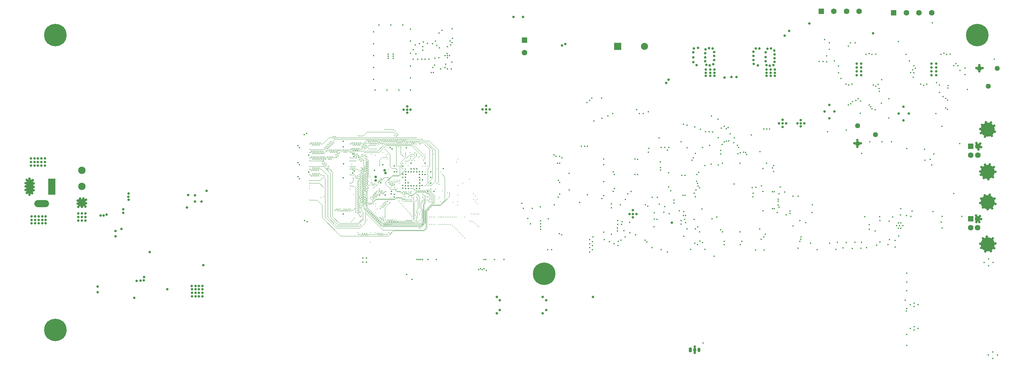
<source format=gbr>
%TF.GenerationSoftware,KiCad,Pcbnew,7.0.2*%
%TF.CreationDate,2023-10-13T18:39:37+02:00*%
%TF.ProjectId,3D Scanner with IR sensor Central Unit,33442053-6361-46e6-9e65-722077697468,1.0*%
%TF.SameCoordinates,Original*%
%TF.FileFunction,Copper,L4,Inr*%
%TF.FilePolarity,Positive*%
%FSLAX46Y46*%
G04 Gerber Fmt 4.6, Leading zero omitted, Abs format (unit mm)*
G04 Created by KiCad (PCBNEW 7.0.2) date 2023-10-13 18:39:37*
%MOMM*%
%LPD*%
G01*
G04 APERTURE LIST*
G04 Aperture macros list*
%AMRoundRect*
0 Rectangle with rounded corners*
0 $1 Rounding radius*
0 $2 $3 $4 $5 $6 $7 $8 $9 X,Y pos of 4 corners*
0 Add a 4 corners polygon primitive as box body*
4,1,4,$2,$3,$4,$5,$6,$7,$8,$9,$2,$3,0*
0 Add four circle primitives for the rounded corners*
1,1,$1+$1,$2,$3*
1,1,$1+$1,$4,$5*
1,1,$1+$1,$6,$7*
1,1,$1+$1,$8,$9*
0 Add four rect primitives between the rounded corners*
20,1,$1+$1,$2,$3,$4,$5,0*
20,1,$1+$1,$4,$5,$6,$7,0*
20,1,$1+$1,$6,$7,$8,$9,0*
20,1,$1+$1,$8,$9,$2,$3,0*%
G04 Aperture macros list end*
%TA.AperFunction,ComponentPad*%
%ADD10C,1.440000*%
%TD*%
%TA.AperFunction,ComponentPad*%
%ADD11RoundRect,0.250000X-0.550000X0.550000X-0.550000X-0.550000X0.550000X-0.550000X0.550000X0.550000X0*%
%TD*%
%TA.AperFunction,ComponentPad*%
%ADD12C,1.600000*%
%TD*%
%TA.AperFunction,ComponentPad*%
%ADD13C,0.800000*%
%TD*%
%TA.AperFunction,ComponentPad*%
%ADD14C,6.400000*%
%TD*%
%TA.AperFunction,ComponentPad*%
%ADD15R,2.000000X2.000000*%
%TD*%
%TA.AperFunction,ComponentPad*%
%ADD16C,2.000000*%
%TD*%
%TA.AperFunction,ComponentPad*%
%ADD17RoundRect,0.250000X-0.550000X-0.550000X0.550000X-0.550000X0.550000X0.550000X-0.550000X0.550000X0*%
%TD*%
%TA.AperFunction,ComponentPad*%
%ADD18RoundRect,0.250001X0.799999X-0.799999X0.799999X0.799999X-0.799999X0.799999X-0.799999X-0.799999X0*%
%TD*%
%TA.AperFunction,ComponentPad*%
%ADD19C,2.100000*%
%TD*%
%TA.AperFunction,ComponentPad*%
%ADD20R,2.000000X4.600000*%
%TD*%
%TA.AperFunction,ComponentPad*%
%ADD21O,2.000000X4.200000*%
%TD*%
%TA.AperFunction,ComponentPad*%
%ADD22O,4.200000X2.000000*%
%TD*%
%TA.AperFunction,ComponentPad*%
%ADD23R,1.600000X1.600000*%
%TD*%
%TA.AperFunction,ComponentPad*%
%ADD24C,4.000000*%
%TD*%
%TA.AperFunction,ComponentPad*%
%ADD25RoundRect,0.200000X-0.200000X-0.450000X0.200000X-0.450000X0.200000X0.450000X-0.200000X0.450000X0*%
%TD*%
%TA.AperFunction,ComponentPad*%
%ADD26O,0.800000X1.300000*%
%TD*%
%TA.AperFunction,ViaPad*%
%ADD27C,0.400000*%
%TD*%
%TA.AperFunction,ViaPad*%
%ADD28C,0.700000*%
%TD*%
%TA.AperFunction,ViaPad*%
%ADD29C,0.250000*%
%TD*%
%TA.AperFunction,Conductor*%
%ADD30C,0.100000*%
%TD*%
G04 APERTURE END LIST*
D10*
%TO.N,GNDD*%
%TO.C,RV2*%
X308120000Y-222840000D03*
%TO.N,Net-(U12-AVREF)*%
X313200000Y-220300000D03*
%TO.N,Net-(R54-Pad1)*%
X308120000Y-217760000D03*
%TD*%
D11*
%TO.N,VCC_EN*%
%TO.C,J6*%
X213375000Y-193400000D03*
D12*
%TO.N,Net-(D12-A)*%
X213375000Y-197000000D03*
%TD*%
D13*
%TO.N,GNDD*%
%TO.C,H3*%
X339800000Y-192000000D03*
X340502944Y-190302944D03*
X340502944Y-193697056D03*
X342200000Y-189600000D03*
D14*
X342200000Y-192000000D03*
D13*
X342200000Y-194400000D03*
X343897056Y-190302944D03*
X343897056Y-193697056D03*
X344600000Y-192000000D03*
%TD*%
D15*
%TO.N,+5V*%
%TO.C,BZ1*%
X239900000Y-195200000D03*
D16*
%TO.N,Net-(BZ1-+)*%
X247500000Y-195200000D03*
%TD*%
D17*
%TO.N,/Stepper Motors/A1_2*%
%TO.C,J8*%
X297800000Y-185225000D03*
D12*
%TO.N,/Stepper Motors/A2_2*%
X301400000Y-185225000D03*
%TO.N,/Stepper Motors/B1_2*%
X305000000Y-185225000D03*
%TO.N,/Stepper Motors/B2_2*%
X308600000Y-185225000D03*
%TD*%
D17*
%TO.N,/Stepper Motors/A1_1*%
%TO.C,J9*%
X318400000Y-185625000D03*
D12*
%TO.N,/Stepper Motors/A2_1*%
X322000000Y-185625000D03*
%TO.N,/Stepper Motors/B1_1*%
X325600000Y-185625000D03*
%TO.N,/Stepper Motors/B2_1*%
X329200000Y-185625000D03*
%TD*%
D18*
%TO.N,GND*%
%TO.C,J23*%
X87500000Y-239700000D03*
D19*
%TO.N,VCC_EN*%
X87500000Y-235100000D03*
%TO.N,VCC*%
X87500000Y-230500000D03*
%TD*%
D20*
%TO.N,VCC*%
%TO.C,J1*%
X78950000Y-235150000D03*
D21*
%TO.N,GND*%
X72650000Y-235150000D03*
D22*
%TO.N,N/C*%
X76050000Y-239950000D03*
%TD*%
D23*
%TO.N,VDD*%
%TO.C,J2*%
X340312500Y-223650000D03*
D12*
%TO.N,/Power Supply/USB_ESD_D-*%
X340312500Y-226150000D03*
%TO.N,/Power Supply/USB_ESD_D+*%
X342312500Y-226150000D03*
%TO.N,GND*%
X342312500Y-223650000D03*
D24*
X345172500Y-218900000D03*
X345172500Y-230900000D03*
%TD*%
D13*
%TO.N,GND*%
%TO.C,H1*%
X77600000Y-192000000D03*
X78302944Y-190302944D03*
X78302944Y-193697056D03*
X80000000Y-189600000D03*
D14*
X80000000Y-192000000D03*
D13*
X80000000Y-194400000D03*
X81697056Y-190302944D03*
X81697056Y-193697056D03*
X82400000Y-192000000D03*
%TD*%
%TO.N,GND*%
%TO.C,H2*%
X77600000Y-276000000D03*
X78302944Y-274302944D03*
X78302944Y-277697056D03*
X80000000Y-273600000D03*
D14*
X80000000Y-276000000D03*
D13*
X80000000Y-278400000D03*
X81697056Y-274302944D03*
X81697056Y-277697056D03*
X82400000Y-276000000D03*
%TD*%
D10*
%TO.N,GNDD*%
%TO.C,RV1*%
X342750000Y-201430000D03*
%TO.N,Net-(U6-AVREF)*%
X345290000Y-206510000D03*
%TO.N,Net-(R44-Pad1)*%
X347830000Y-201430000D03*
%TD*%
D25*
%TO.N,/Procesor/VO*%
%TO.C,J4*%
X260550000Y-281600000D03*
D26*
%TO.N,GND*%
X261800000Y-281600000D03*
%TO.N,+5V*%
X263050000Y-281600000D03*
%TD*%
D13*
%TO.N,GND*%
%TO.C,H4*%
X216600000Y-260000000D03*
X217302944Y-258302944D03*
X217302944Y-261697056D03*
X219000000Y-257600000D03*
D14*
X219000000Y-260000000D03*
D13*
X219000000Y-262400000D03*
X220697056Y-258302944D03*
X220697056Y-261697056D03*
X221400000Y-260000000D03*
%TD*%
D23*
%TO.N,VBUS*%
%TO.C,J3*%
X340300000Y-244300000D03*
D12*
%TO.N,/Power Supply/USB_DSC_ESD_D-*%
X340300000Y-246800000D03*
%TO.N,/Power Supply/USB_DSC_ESD_D+*%
X342300000Y-246800000D03*
%TO.N,GND*%
X342300000Y-244300000D03*
D24*
X345160000Y-239550000D03*
X345160000Y-251550000D03*
%TD*%
D27*
%TO.N,/Stepper Motors/A2_1*%
X324603592Y-201419258D03*
X321900000Y-197500000D03*
X319700000Y-193800000D03*
%TO.N,/Stepper Motors/B1_1*%
X323200000Y-202600000D03*
%TO.N,ENABLE_1*%
X317800000Y-222400000D03*
X311600000Y-222400000D03*
X286100000Y-235200000D03*
X315100000Y-222400000D03*
X337250000Y-202025000D03*
X309300000Y-225700000D03*
%TO.N,RESET_MOTOR_1*%
X273900000Y-223400000D03*
X331400000Y-208300000D03*
X331400000Y-206200000D03*
X308900000Y-214200000D03*
%TO.N,SLEEP_1*%
X280400000Y-225200000D03*
X314900000Y-211400000D03*
X313100000Y-213200000D03*
X330600000Y-205500000D03*
%TO.N,TIM3_CH1*%
X273000000Y-234400000D03*
X299600000Y-219500000D03*
%TO.N,DIR_1*%
X295150000Y-242550000D03*
X338700000Y-203200000D03*
%TO.N,/Stepper Motors/A2_2*%
X299300000Y-199600000D03*
X299300000Y-197900000D03*
%TO.N,/Stepper Motors/B1_2*%
X300100000Y-194200000D03*
X297200000Y-199500000D03*
%TO.N,ENABLE_2*%
X314350000Y-207950000D03*
X287400000Y-236638556D03*
%TO.N,RESET_MOTOR_2*%
X307600000Y-210600000D03*
X314000000Y-206000000D03*
X274300000Y-224000000D03*
X277900000Y-220400000D03*
%TO.N,SLEEP_2*%
X317000000Y-215600000D03*
X287800000Y-243200000D03*
X317000000Y-210100000D03*
X315000000Y-204700000D03*
X285300000Y-242500000D03*
X291749500Y-244800000D03*
%TO.N,TIM2_CH1*%
X338675000Y-201375000D03*
X264700000Y-253000000D03*
%TO.N,DIR_2*%
X314200000Y-207200000D03*
X285800000Y-237200000D03*
%TO.N,SPI4_SCK*%
X254500000Y-224000000D03*
X248600000Y-213800000D03*
%TO.N,SPI4_!CS*%
X247200000Y-214300000D03*
X253300000Y-224000000D03*
%TO.N,SPI4_MISO*%
X252300000Y-224000000D03*
X231900000Y-210600000D03*
X246100000Y-214300000D03*
X238500000Y-214300000D03*
%TO.N,SPI4_MOSI*%
X231200000Y-211200000D03*
X248600000Y-225300000D03*
%TO.N,/Procesor/VO*%
X260600000Y-253000000D03*
%TO.N,SDMMC1_D3*%
X307400000Y-251000000D03*
X279200000Y-235300000D03*
X309100000Y-252700000D03*
X285500000Y-239300000D03*
%TO.N,SDMMC1_CMD*%
X285500000Y-240400000D03*
X306600000Y-252800000D03*
X278300000Y-238000000D03*
X304900000Y-251100000D03*
%TO.N,SDMMC1_CK*%
X300200000Y-251200000D03*
X302000000Y-253000000D03*
X278200000Y-235400000D03*
X288900000Y-242100000D03*
%TO.N,SDMMC1_D0*%
X294800000Y-251275500D03*
X289800000Y-246300000D03*
X296600000Y-253100000D03*
X289800000Y-237900000D03*
%TO.N,SDMMC1_D1*%
X291200000Y-237900000D03*
X291200000Y-252700000D03*
%TO.N,SDMMC1_D2*%
X285500000Y-238700000D03*
X280800000Y-234900000D03*
X309200000Y-251000000D03*
X310700000Y-252500000D03*
%TO.N,NRST*%
X280300000Y-247200000D03*
X266700000Y-244300000D03*
X314500000Y-250900000D03*
D28*
X232900000Y-266600000D03*
D27*
X263900000Y-241500000D03*
D28*
X255300000Y-245400000D03*
D27*
X282200000Y-228500000D03*
X313600000Y-251800000D03*
D28*
%TO.N,Net-(U6-VMA)*%
X288700000Y-190800000D03*
X287400000Y-192100000D03*
X312500000Y-191500000D03*
X294400000Y-188700000D03*
D27*
%TO.N,SD_DET*%
X302400000Y-251000000D03*
X304000000Y-252600000D03*
%TO.N,Net-(U1-VCAP_1)*%
X185900000Y-236500000D03*
%TO.N,Net-(U1-VCAP_2)*%
X186700000Y-230880000D03*
%TO.N,/Touch Screen/!RST*%
X181400000Y-261600000D03*
X179900000Y-260100000D03*
D29*
X176500000Y-220600000D03*
X170900000Y-226200000D03*
X171100000Y-240100000D03*
X171500000Y-241500000D03*
D27*
%TO.N,GNDD*%
X305600000Y-206200000D03*
D28*
X279800000Y-200600000D03*
X342790000Y-200510000D03*
X261400000Y-198300000D03*
X307862500Y-201175000D03*
D27*
X333800000Y-207000000D03*
D28*
X279200000Y-195800000D03*
X309162500Y-200075000D03*
X309075000Y-222800000D03*
D27*
X302700000Y-202700000D03*
D28*
X321200000Y-216300000D03*
D27*
X326962500Y-206275000D03*
D28*
X341890000Y-201410000D03*
X309162500Y-202275000D03*
X300100000Y-215650000D03*
X329162500Y-201175000D03*
X321200000Y-212400000D03*
X298700000Y-213750000D03*
X322700000Y-214300000D03*
D27*
X324100000Y-202700000D03*
D28*
X261600000Y-195800000D03*
X309162500Y-203375000D03*
X343690000Y-201410000D03*
X330462500Y-202275000D03*
D27*
X304800000Y-205900000D03*
D28*
X307862500Y-202275000D03*
X329162500Y-200075000D03*
X278500000Y-197900000D03*
D27*
X306500000Y-205900000D03*
X311400000Y-197200000D03*
X332662500Y-197175000D03*
D28*
X307862500Y-200075000D03*
X278600000Y-200200000D03*
D27*
X322900000Y-199300000D03*
D28*
X309162500Y-201175000D03*
X262800000Y-195600000D03*
X261400000Y-199700000D03*
D27*
X333462500Y-197475000D03*
D28*
X278500000Y-199100000D03*
D27*
X301500000Y-199300000D03*
X331862500Y-197475000D03*
D28*
X301500000Y-213750000D03*
D27*
X303386968Y-204304020D03*
X324000000Y-204000000D03*
D28*
X330462500Y-201175000D03*
X308075000Y-223800000D03*
X329162500Y-202275000D03*
X278500000Y-196700000D03*
X330462500Y-200075000D03*
X307862500Y-203375000D03*
D27*
X312200000Y-197500000D03*
D28*
X330462500Y-203375000D03*
X280200000Y-195800000D03*
X308075000Y-221900000D03*
D27*
X313300000Y-206500000D03*
X324100000Y-200700000D03*
D28*
X342790000Y-202310000D03*
D27*
X310500000Y-197500000D03*
D28*
X262300000Y-200500000D03*
X329162500Y-203375000D03*
X261400000Y-196900000D03*
X300100000Y-211850000D03*
X319800000Y-214300000D03*
D27*
X326062500Y-205975000D03*
X327762500Y-205975000D03*
D28*
X307175000Y-222800000D03*
D27*
X302700000Y-200800000D03*
D29*
%TO.N,/Touch Screen/CS*%
X183200000Y-226700000D03*
X174500000Y-225900000D03*
%TO.N,/Touch Screen/LTDC_R7*%
X200400000Y-242900000D03*
X200400000Y-246600000D03*
%TO.N,/Touch Screen/LTDC_R6*%
X199900000Y-238700000D03*
X199900000Y-240000000D03*
X199900000Y-242900000D03*
X199900000Y-246200000D03*
%TO.N,/Touch Screen/LTDC_R5*%
X199400000Y-237800000D03*
X199400000Y-239300000D03*
X199400000Y-245700000D03*
X199400000Y-242900000D03*
%TO.N,/Touch Screen/LTDC_R4*%
X198900000Y-242900000D03*
X198900000Y-238800000D03*
X198900000Y-245200000D03*
X198900000Y-237200000D03*
%TO.N,/Touch Screen/LTDC_R3*%
X198400000Y-245000000D03*
X198400000Y-242900000D03*
%TO.N,/Touch Screen/LTDC_R2*%
X197700000Y-233000000D03*
X197900000Y-245000000D03*
%TO.N,/Touch Screen/LTDC_R1*%
X182400000Y-243300000D03*
X184000000Y-244900000D03*
X183000000Y-243900000D03*
X177925000Y-234100000D03*
%TO.N,/Touch Screen/LTDC_R0*%
X169100000Y-233600000D03*
X169100000Y-232600000D03*
X171100000Y-240700000D03*
X170500000Y-240100000D03*
%TO.N,/Touch Screen/LTDC_G7*%
X184375000Y-229300000D03*
X196400000Y-243800000D03*
X196400000Y-249800000D03*
X189100000Y-238100000D03*
%TO.N,/Touch Screen/LTDC_G6*%
X195900000Y-249200000D03*
X195900000Y-234100000D03*
%TO.N,/Touch Screen/LTDC_G5*%
X195400000Y-248700000D03*
X188500000Y-230100000D03*
%TO.N,/Touch Screen/LTDC_G4*%
X189100000Y-234500000D03*
X194900000Y-248200000D03*
X191500000Y-236900000D03*
X185925000Y-229300000D03*
%TO.N,/Touch Screen/LTDC_G3*%
X187600000Y-225800000D03*
X194400000Y-237500000D03*
X194400000Y-240400000D03*
X185200000Y-225800000D03*
X194400000Y-234800000D03*
X194400000Y-239400000D03*
X194400000Y-227300000D03*
X194400000Y-247700000D03*
%TO.N,/Touch Screen/LTDC_G2*%
X193900000Y-243800000D03*
X189000000Y-238600000D03*
X193900000Y-247200000D03*
X185175000Y-230900000D03*
%TO.N,/Touch Screen/LTDC_G1*%
X178300000Y-240000000D03*
X169900000Y-233000000D03*
X193400000Y-246700000D03*
X193400000Y-243800000D03*
%TO.N,/Touch Screen/LTDC_G0*%
X178700000Y-240500000D03*
X192900000Y-243800000D03*
X169500000Y-232200000D03*
X192900000Y-246200000D03*
%TO.N,/Touch Screen/LTDC_B7*%
X192400000Y-245900000D03*
X178775000Y-228500000D03*
X179100000Y-240900000D03*
X192400000Y-243800000D03*
%TO.N,/Touch Screen/LTDC_B6*%
X191900000Y-243800000D03*
X179500000Y-241300000D03*
X179600000Y-228525000D03*
X191900000Y-245900000D03*
%TO.N,/Touch Screen/LTDC_B5*%
X177400000Y-229300000D03*
X191400000Y-245900000D03*
X179900000Y-241700000D03*
X191400000Y-243800000D03*
%TO.N,/Touch Screen/LTDC_B4*%
X174400000Y-227200000D03*
X190900000Y-243800000D03*
X190900000Y-245900000D03*
X180200000Y-242100000D03*
%TO.N,/Touch Screen/LTDC_B3*%
X190400000Y-245900000D03*
X190400000Y-243800000D03*
X180800000Y-225400000D03*
X180600000Y-242500000D03*
%TO.N,/Touch Screen/LTDC_B2*%
X189900000Y-243800000D03*
X183600000Y-226600000D03*
X180900000Y-242900000D03*
X189900000Y-245900000D03*
%TO.N,/Touch Screen/LTDC_B1*%
X182100000Y-226300000D03*
X182174500Y-227661525D03*
X189400000Y-243800000D03*
X181100000Y-243300000D03*
X189400000Y-245900000D03*
X171900000Y-223100000D03*
%TO.N,/Touch Screen/LTDC_B0*%
X188900000Y-243800000D03*
X169900000Y-225900000D03*
X173100000Y-225400000D03*
X188900000Y-245900000D03*
X174122217Y-226308584D03*
X181300000Y-243700000D03*
%TO.N,/Touch Screen/LTDC_DE*%
X187900000Y-245900000D03*
X177900000Y-229300000D03*
X179500000Y-238100000D03*
X183800000Y-242100000D03*
X187900000Y-243800000D03*
%TO.N,/Touch Screen/LTDC_CLK*%
X187400000Y-245900000D03*
X177200000Y-235700000D03*
X183100000Y-242400000D03*
X178800000Y-238100000D03*
X187400000Y-243800000D03*
X177200000Y-233300000D03*
%TO.N,/Touch Screen/LTDC_HSYNC*%
X186900000Y-243800000D03*
X177600000Y-239100000D03*
X186900000Y-245900000D03*
X183600000Y-242700000D03*
X178600000Y-239100000D03*
X174900000Y-233500000D03*
X179500000Y-230025000D03*
%TO.N,/Touch Screen/LTDC_VSYNC*%
X183500000Y-243100000D03*
X179100000Y-239500000D03*
X174700000Y-230300000D03*
X177900000Y-239500000D03*
X186400000Y-245900000D03*
X186400000Y-243800000D03*
%TO.N,/Touch Screen/TP_!INT*%
X169500000Y-251000000D03*
X189590000Y-230990000D03*
%TO.N,/Touch Screen/UART5_RX*%
X185100000Y-229325000D03*
X194000000Y-228100000D03*
D27*
%TO.N,NHOME_1*%
X339400000Y-207500000D03*
X295300000Y-240300000D03*
%TO.N,NHOME_2*%
X322100000Y-224300000D03*
X293400000Y-245400000D03*
X285800000Y-241000000D03*
X288900000Y-242800000D03*
%TO.N,Net-(U6-BOUT2)*%
X329400000Y-188500000D03*
X323800000Y-201900000D03*
%TO.N,Net-(U12-AOUT1)*%
X298700000Y-193200000D03*
X305500000Y-195100000D03*
%TO.N,Net-(U12-BOUT2)*%
X306100000Y-194200000D03*
X300100000Y-196000000D03*
X307500000Y-194200000D03*
X298300000Y-199500000D03*
%TO.N,GND*%
X181000000Y-190300000D03*
X327200000Y-224500000D03*
X347900000Y-283100000D03*
D28*
X87500000Y-243800000D03*
X286800000Y-217100000D03*
X346900000Y-229600000D03*
D27*
X188400000Y-194900000D03*
D28*
X282200000Y-202700000D03*
D27*
X311400000Y-246000000D03*
X284300000Y-229100000D03*
X186700000Y-232500000D03*
X221800000Y-226100000D03*
X322100000Y-269900000D03*
D28*
X119700000Y-237600000D03*
D27*
X335500000Y-237100000D03*
X319200000Y-246200000D03*
X173800000Y-237500000D03*
X322000000Y-243400000D03*
D28*
X282200000Y-203600000D03*
D27*
X241150000Y-245100000D03*
D28*
X202500000Y-214100000D03*
X343000000Y-218700000D03*
D27*
X262600000Y-251700000D03*
X180325000Y-234900000D03*
D28*
X283400000Y-203600000D03*
D27*
X176396798Y-237321798D03*
D28*
X344500000Y-253600000D03*
D27*
X168450000Y-255475000D03*
X281200000Y-230000000D03*
X186200000Y-198800000D03*
X324200000Y-269300000D03*
D28*
X342900000Y-243500000D03*
D27*
X181000000Y-204200000D03*
X323600000Y-242100000D03*
X284400000Y-241400000D03*
X183575000Y-234100000D03*
X258700000Y-242300000D03*
X176100000Y-197400000D03*
D28*
X343300000Y-238500000D03*
D27*
X310200000Y-243700000D03*
X172500000Y-234075000D03*
D28*
X117690000Y-237500000D03*
X282500000Y-195900000D03*
D27*
X185120000Y-228500000D03*
X170500000Y-194400000D03*
D28*
X243250000Y-242900000D03*
X73200000Y-244600000D03*
D27*
X191500000Y-201600000D03*
D28*
X99300000Y-242600000D03*
X344400000Y-220900000D03*
D27*
X192700000Y-199700000D03*
D28*
X76000000Y-227100000D03*
X74000000Y-227100000D03*
D27*
X235900000Y-227300000D03*
D28*
X74200000Y-243600000D03*
X265900000Y-195700000D03*
X100700000Y-238000000D03*
D27*
X261100000Y-227600000D03*
X345400000Y-257700000D03*
X183850000Y-255875000D03*
D28*
X205500000Y-266600000D03*
X245250000Y-242900000D03*
D27*
X170500000Y-204600000D03*
D28*
X267300000Y-199100000D03*
D27*
X324200000Y-268300000D03*
D28*
X283400000Y-202700000D03*
X72600000Y-232900000D03*
X283500000Y-195800000D03*
D27*
X183000000Y-198800000D03*
X313100000Y-247800000D03*
X178808946Y-235616054D03*
D28*
X267100000Y-200300000D03*
D27*
X207550000Y-255900000D03*
X188350000Y-255875000D03*
X235900000Y-228900000D03*
X314400000Y-243700000D03*
D28*
X76200000Y-244600000D03*
D27*
X183525000Y-232500000D03*
D28*
X88500000Y-243800000D03*
D27*
X170700000Y-230500000D03*
X261648511Y-237000000D03*
D28*
X343800000Y-241100000D03*
D27*
X281200000Y-242000000D03*
X173100000Y-228900000D03*
X319700000Y-245500000D03*
X323100000Y-275500000D03*
D28*
X346700000Y-232400000D03*
X267300000Y-197900000D03*
D27*
X281900000Y-248700000D03*
X181700000Y-198800000D03*
X325300000Y-275500000D03*
D28*
X94500000Y-243100000D03*
X73800000Y-236200000D03*
X86300000Y-240000000D03*
D27*
X337200000Y-222900000D03*
D28*
X206400000Y-270300000D03*
D27*
X161850000Y-223775000D03*
D28*
X77000000Y-227100000D03*
D27*
X274687500Y-228461011D03*
X258700000Y-249300000D03*
X226100000Y-231300000D03*
D28*
X72600000Y-237400000D03*
D27*
X224000000Y-248900000D03*
X180300000Y-234025000D03*
X269687500Y-248038989D03*
D28*
X75000000Y-227100000D03*
D27*
X190945500Y-200279250D03*
D28*
X284600000Y-202700000D03*
D27*
X258100000Y-231900000D03*
X185100000Y-198800000D03*
X184350000Y-255875000D03*
D28*
X347000000Y-217800000D03*
D27*
X191500000Y-198400000D03*
D28*
X244250000Y-242900000D03*
D27*
X257900000Y-244800000D03*
X182850000Y-255875000D03*
X253000000Y-242400000D03*
D28*
X285800000Y-217100000D03*
X341900000Y-222700000D03*
D27*
X189000000Y-198400000D03*
X255900000Y-239000000D03*
X152050000Y-226175000D03*
D28*
X347200000Y-219500000D03*
D27*
X346600000Y-282200000D03*
D28*
X343300000Y-244400000D03*
X203500000Y-213100000D03*
D27*
X168450000Y-256675000D03*
X280700000Y-250100000D03*
X170500000Y-197800000D03*
X182300000Y-194800000D03*
X284300000Y-230800000D03*
D28*
X173900000Y-231275000D03*
D27*
X329800000Y-225800000D03*
X178800000Y-189100000D03*
X151550000Y-245175000D03*
D28*
X93700000Y-243400000D03*
X261800000Y-280700000D03*
D27*
X170500000Y-191000000D03*
D28*
X75200000Y-243600000D03*
X287800000Y-217100000D03*
D27*
X235900000Y-237700000D03*
D28*
X87500000Y-244800000D03*
D27*
X254522609Y-242877135D03*
X239000000Y-231700000D03*
X181000000Y-197100000D03*
D28*
X86500000Y-240900000D03*
X87500000Y-240900000D03*
D27*
X170500000Y-201200000D03*
X172000000Y-189100000D03*
X253300000Y-240800000D03*
D28*
X71800000Y-236900000D03*
D27*
X181000000Y-200800000D03*
X346700000Y-256700000D03*
X201850000Y-255875000D03*
X332200000Y-243600000D03*
X201400000Y-258800000D03*
X274687500Y-248038989D03*
X179600000Y-235625000D03*
X345300000Y-283100000D03*
X319700000Y-247000000D03*
D28*
X73200000Y-245600000D03*
X73000000Y-229100000D03*
X92000000Y-263600000D03*
D27*
X200400000Y-258800000D03*
X316800000Y-251700000D03*
D28*
X343800000Y-249900000D03*
X341900000Y-245200000D03*
D27*
X324200000Y-276000000D03*
D28*
X244250000Y-243900000D03*
D27*
X202350000Y-255875000D03*
X192600000Y-201600000D03*
X148950000Y-228275000D03*
X223400000Y-226500000D03*
X191475000Y-197775000D03*
X184600000Y-193900000D03*
D28*
X347300000Y-230900000D03*
D27*
X190800000Y-197800000D03*
D28*
X343300000Y-252600000D03*
X87900000Y-238500000D03*
D27*
X251777135Y-240177391D03*
X345400000Y-255700000D03*
D28*
X284600000Y-201800000D03*
D27*
X181900000Y-230925000D03*
X181000000Y-207600000D03*
D28*
X254400000Y-204700000D03*
D27*
X175525000Y-236500000D03*
X180400000Y-230925000D03*
X324200000Y-275000000D03*
D28*
X111800000Y-264400000D03*
D27*
X174600000Y-197400000D03*
D28*
X106790000Y-253800000D03*
D27*
X235900000Y-233700000D03*
X257900000Y-245800000D03*
X151450000Y-219975000D03*
X182500000Y-197300000D03*
D28*
X345100000Y-241600000D03*
D27*
X187300000Y-201200000D03*
D28*
X283200000Y-200700000D03*
X98800000Y-247200000D03*
D27*
X311400000Y-247300000D03*
D28*
X71500000Y-234100000D03*
X272200000Y-203900000D03*
D27*
X179525000Y-234900000D03*
D28*
X75200000Y-244600000D03*
X74200000Y-245600000D03*
D27*
X281200000Y-236500000D03*
D28*
X75000000Y-229100000D03*
X86300000Y-239100000D03*
D27*
X170900000Y-207600000D03*
X161900000Y-228600000D03*
X174300000Y-207600000D03*
X226100000Y-236100000D03*
X332200000Y-246900000D03*
D28*
X343000000Y-239800000D03*
D27*
X331900000Y-245200000D03*
X321000000Y-246200000D03*
X184200000Y-198800000D03*
D28*
X105100000Y-261800000D03*
X73800000Y-234200000D03*
X344900000Y-249400000D03*
X284500000Y-198600000D03*
D27*
X329200000Y-229000000D03*
X178783968Y-229300000D03*
D28*
X173600000Y-230475000D03*
X74000000Y-228100000D03*
D27*
X181700000Y-196100000D03*
D28*
X265000000Y-201800000D03*
D27*
X181125000Y-234900000D03*
X264200000Y-279700000D03*
D28*
X282200000Y-201800000D03*
X218600000Y-266600000D03*
X347000000Y-252700000D03*
X73200000Y-243600000D03*
X74000000Y-229100000D03*
X77200000Y-244600000D03*
D27*
X183525000Y-231700000D03*
D28*
X266100000Y-200600000D03*
D27*
X192800000Y-190200000D03*
D28*
X264800000Y-199400000D03*
X345300000Y-233000000D03*
D27*
X314500000Y-244800000D03*
D28*
X87500000Y-242800000D03*
D27*
X189137500Y-191337500D03*
D28*
X76200000Y-245600000D03*
X270300000Y-204100000D03*
D27*
X187200000Y-194400000D03*
D28*
X219600000Y-270300000D03*
D27*
X247750000Y-240300000D03*
D28*
X224100000Y-194900000D03*
D27*
X332100000Y-218000000D03*
D28*
X284200000Y-200500000D03*
X266200000Y-202700000D03*
X122000000Y-257500000D03*
D27*
X184400000Y-196300000D03*
D28*
X75200000Y-245600000D03*
D27*
X269187000Y-224800000D03*
D28*
X103100000Y-262000000D03*
D27*
X148950000Y-223475000D03*
D28*
X266200000Y-201800000D03*
D27*
X255900000Y-239800000D03*
X183575000Y-234900000D03*
X186700000Y-234100000D03*
D28*
X282000000Y-198200000D03*
X104200000Y-261900000D03*
X343000000Y-222900000D03*
D27*
X223016521Y-233399500D03*
X320400000Y-247000000D03*
D28*
X105200000Y-260900000D03*
X284500000Y-197500000D03*
D27*
X187900000Y-198600000D03*
X161850000Y-242975000D03*
X325300000Y-268800000D03*
D28*
X202500000Y-213100000D03*
X264900000Y-196000000D03*
X346100000Y-216900000D03*
X266200000Y-203600000D03*
D27*
X328800000Y-227400000D03*
D28*
X171100000Y-232375000D03*
X284400000Y-196400000D03*
D27*
X263187500Y-248038989D03*
D28*
X266900000Y-195800000D03*
D27*
X174600000Y-198600000D03*
D28*
X99300000Y-241600000D03*
D27*
X284419503Y-236600000D03*
X235900000Y-248100000D03*
D28*
X76200000Y-243600000D03*
D27*
X320057500Y-246220000D03*
X319800000Y-249200000D03*
D28*
X344600000Y-216800000D03*
X76000000Y-229100000D03*
X344400000Y-228900000D03*
X346600000Y-249900000D03*
X119700000Y-239400000D03*
D27*
X192800000Y-194100000D03*
X192237500Y-193637500D03*
X317090120Y-244972233D03*
D28*
X283400000Y-201800000D03*
D27*
X323300000Y-243600000D03*
D28*
X86500000Y-244800000D03*
D27*
X254400000Y-235200000D03*
X337800000Y-243600000D03*
X223000000Y-238100000D03*
X183500000Y-194400000D03*
X164950000Y-230675000D03*
X317200000Y-250200000D03*
D28*
X73800000Y-235200000D03*
D27*
X254400000Y-231200000D03*
X179600000Y-230925000D03*
X274800000Y-225500000D03*
D28*
X88700000Y-238900000D03*
X343500000Y-217500000D03*
D27*
X182725000Y-230900000D03*
D28*
X77000000Y-229100000D03*
D27*
X320300000Y-243200000D03*
X174600000Y-198000000D03*
X187700000Y-236500000D03*
X183525000Y-230900000D03*
D28*
X343300000Y-223900000D03*
X77000000Y-228100000D03*
X244250000Y-241800000D03*
D27*
X189200000Y-195600000D03*
X191474500Y-195270750D03*
X269687500Y-228461011D03*
D28*
X273700000Y-203900000D03*
X286800000Y-216100000D03*
D27*
X189937500Y-190637500D03*
D28*
X74200000Y-244600000D03*
X284500000Y-199600000D03*
X100800000Y-237100000D03*
D27*
X188100000Y-193700000D03*
X266100000Y-223400000D03*
X175400000Y-189100000D03*
D28*
X123000000Y-236300000D03*
X346100000Y-253500000D03*
D27*
X189500000Y-201600000D03*
X264062676Y-251043921D03*
D28*
X225000000Y-194500000D03*
X346400000Y-241300000D03*
D27*
X179525000Y-233300000D03*
D28*
X347300000Y-251300000D03*
X218600000Y-271200000D03*
D27*
X176375000Y-230900000D03*
X161850000Y-222175000D03*
D28*
X282000000Y-199400000D03*
D27*
X148950000Y-232275000D03*
D28*
X264800000Y-198300000D03*
D27*
X274800000Y-251700000D03*
D28*
X265000000Y-203600000D03*
X343200000Y-219900000D03*
X267400000Y-202700000D03*
X206400000Y-267500000D03*
X75000000Y-228100000D03*
X88500000Y-242800000D03*
D27*
X327300000Y-227600000D03*
X181180000Y-228500000D03*
D28*
X345700000Y-228800000D03*
X265100000Y-200400000D03*
X343400000Y-229600000D03*
D27*
X181000000Y-193700000D03*
D28*
X282000000Y-196900000D03*
X77200000Y-243600000D03*
D27*
X258600000Y-243400000D03*
D28*
X88700000Y-239900000D03*
D27*
X185125000Y-231700000D03*
D28*
X117400000Y-241100000D03*
X286800000Y-218100000D03*
X92800000Y-243400000D03*
X71500000Y-236100000D03*
D27*
X161850000Y-232575000D03*
D28*
X219600000Y-267500000D03*
D27*
X176100000Y-198600000D03*
X239000000Y-235700000D03*
D28*
X73000000Y-227100000D03*
X76000000Y-228100000D03*
X86500000Y-243800000D03*
X343000000Y-230800000D03*
D27*
X185950000Y-255875000D03*
D28*
X201500000Y-213100000D03*
D27*
X318100000Y-243800000D03*
D28*
X171100000Y-233400000D03*
D27*
X152050000Y-230975000D03*
D28*
X97100000Y-249300000D03*
X347100000Y-238500000D03*
X267400000Y-203600000D03*
X267400000Y-201800000D03*
X343200000Y-231800000D03*
X92000000Y-265200000D03*
D27*
X179575000Y-231700000D03*
D28*
X205500000Y-271200000D03*
D27*
X182775000Y-234900000D03*
X185800000Y-194300000D03*
X329600000Y-242300000D03*
D28*
X102400000Y-266800000D03*
D27*
X344100000Y-256700000D03*
D28*
X202500000Y-212100000D03*
D27*
X184400000Y-195300000D03*
D28*
X267300000Y-196800000D03*
X261800000Y-282500000D03*
X346300000Y-220700000D03*
D27*
X258400497Y-237600000D03*
D28*
X73500000Y-233300000D03*
D27*
X186860000Y-202600000D03*
D28*
X73400000Y-237000000D03*
X264800000Y-197100000D03*
X265000000Y-202700000D03*
D27*
X204850000Y-255875000D03*
X192937500Y-192937500D03*
X320400000Y-245500000D03*
D28*
X345700000Y-237400000D03*
D27*
X192100000Y-197800000D03*
D28*
X342800000Y-245200000D03*
D27*
X164900000Y-226500000D03*
X177700000Y-207600000D03*
D28*
X77200000Y-245600000D03*
X121500000Y-239400000D03*
X71500000Y-235100000D03*
X73000000Y-228100000D03*
X100800000Y-238900000D03*
X88500000Y-244800000D03*
D27*
X191400000Y-197200000D03*
D28*
X97100000Y-247800000D03*
X341800000Y-243400000D03*
X284600000Y-203600000D03*
X347300000Y-240100000D03*
X344000000Y-232700000D03*
X88500000Y-240800000D03*
D27*
X261648511Y-244500000D03*
X323100000Y-268800000D03*
X346600000Y-284100000D03*
D28*
X342500000Y-224600000D03*
D27*
X270200000Y-251700000D03*
D28*
X86500000Y-242800000D03*
X344300000Y-237600000D03*
X253700000Y-205600000D03*
D27*
X176100000Y-198000000D03*
X183350000Y-255875000D03*
X222800000Y-228500000D03*
D28*
X343000000Y-251400000D03*
X87000000Y-238500000D03*
X71800000Y-233200000D03*
D27*
X320400000Y-241400000D03*
D28*
X282200000Y-200500000D03*
D27*
%TO.N,+3.3V*%
X322100000Y-277200000D03*
D28*
X118800000Y-264400000D03*
D27*
X178800000Y-234825000D03*
D28*
X292000000Y-216200000D03*
D27*
X201900000Y-258500000D03*
X259200000Y-245400000D03*
X150750000Y-220375000D03*
X150850000Y-244775000D03*
X178800000Y-231625000D03*
X240650000Y-240300000D03*
D28*
X118800000Y-266400000D03*
D27*
X149350000Y-224075000D03*
X312600000Y-206200000D03*
D28*
X120800000Y-263400000D03*
D27*
X149350000Y-232875000D03*
X304900000Y-219100000D03*
X179500000Y-234025000D03*
D28*
X119800000Y-266400000D03*
D27*
X269187000Y-225800000D03*
X223400000Y-228500000D03*
X187460000Y-202600000D03*
X333900000Y-206400000D03*
X182775000Y-230100000D03*
X149350000Y-228875000D03*
X184325000Y-231700000D03*
X190800000Y-201200000D03*
X258947429Y-244446762D03*
D28*
X179000000Y-213200000D03*
X119800000Y-265400000D03*
X180000000Y-213200000D03*
D27*
X181125000Y-230900000D03*
X181125000Y-230100000D03*
D28*
X181000000Y-213200000D03*
X180000000Y-212300000D03*
X120800000Y-266400000D03*
X121800000Y-266400000D03*
D27*
X202600000Y-259000000D03*
X176325000Y-238100000D03*
X184325000Y-230900000D03*
X179800000Y-224100000D03*
X270200500Y-250716521D03*
X222400000Y-226500000D03*
X184300000Y-234825000D03*
X183500000Y-235625000D03*
D28*
X120800000Y-265400000D03*
D27*
X172200000Y-237500000D03*
D28*
X118775000Y-263425000D03*
X121800000Y-265400000D03*
D27*
X223400000Y-234000000D03*
X238600000Y-230900000D03*
X322100000Y-262300000D03*
X180400000Y-235625000D03*
X181925000Y-234900000D03*
X175690000Y-224400000D03*
X177103200Y-230896800D03*
D28*
X121800000Y-264400000D03*
D27*
X164600000Y-225800000D03*
X200900000Y-258500000D03*
X275188000Y-250713562D03*
X261400000Y-226900000D03*
X238600000Y-236500000D03*
X259199154Y-243379571D03*
X167450000Y-255475000D03*
X259000000Y-237600000D03*
X322100000Y-280400000D03*
X167450000Y-256675000D03*
D28*
X121800000Y-263400000D03*
D27*
X257400000Y-242000000D03*
X176300000Y-229225000D03*
X182700000Y-235625000D03*
X223400000Y-237300000D03*
D28*
X293000000Y-217100000D03*
D27*
X190300000Y-230000000D03*
X281520000Y-253200000D03*
D28*
X119800000Y-264400000D03*
D27*
X175475000Y-237200000D03*
X259000000Y-231900000D03*
D28*
X180000000Y-214100000D03*
X119800000Y-263400000D03*
D27*
X184396798Y-233228202D03*
X261800000Y-251200000D03*
X279120000Y-253200000D03*
X283900000Y-241400000D03*
X321700000Y-267500000D03*
X313300000Y-197400000D03*
X283900000Y-229800000D03*
D28*
X291000000Y-217100000D03*
D27*
X322000000Y-270500000D03*
X175200000Y-224000000D03*
X281500000Y-249500000D03*
X262000000Y-225700000D03*
X322100000Y-264800000D03*
D28*
X118800000Y-265400000D03*
D27*
X164550000Y-231275000D03*
X179500000Y-232425000D03*
X192400000Y-194800000D03*
X187859167Y-200483279D03*
X283920000Y-236600000D03*
X274137324Y-225763921D03*
D28*
X292000000Y-218000000D03*
D27*
X181975000Y-230100000D03*
X223300000Y-248500000D03*
X334500000Y-197400000D03*
X224100000Y-226900000D03*
X178775000Y-232500000D03*
X347000000Y-198800000D03*
X263300000Y-250680000D03*
D28*
X292000000Y-217100000D03*
X120800000Y-264400000D03*
D27*
X183600000Y-233225000D03*
X322100000Y-259800000D03*
X248450000Y-240700000D03*
D28*
%TO.N,+5V*%
X210300000Y-186800000D03*
X213000000Y-186800000D03*
D29*
%TO.N,I2C2_SCL*%
X193000000Y-239600000D03*
X189400000Y-239400000D03*
%TO.N,Net-(U1-BOOT0)*%
X172200000Y-229100000D03*
X180300000Y-229200000D03*
X174000000Y-226800000D03*
%TO.N,Net-(U1-PDR_ON)*%
X179525000Y-225525000D03*
X178800000Y-230100000D03*
D27*
%TO.N,Net-(U12-AVREF)*%
X309003200Y-210803200D03*
X308296800Y-210096800D03*
D29*
%TO.N,/Touch Screen/FMC_NBL1*%
X178200000Y-223800000D03*
X163775000Y-234175000D03*
X164600000Y-232700000D03*
X179000000Y-226600000D03*
%TO.N,/Touch Screen/FMC_NBL0*%
X152275000Y-233375000D03*
X155800000Y-232800000D03*
X179943399Y-226856601D03*
X182200000Y-223000000D03*
X182200000Y-225500000D03*
%TO.N,/Touch Screen/FMC_SDCKE1*%
X163797063Y-235787792D03*
X171000000Y-223400000D03*
X167900000Y-224500000D03*
X164300000Y-228800000D03*
X181400000Y-226400000D03*
%TO.N,/Touch Screen/FMC_SDNE1*%
X177300000Y-220600000D03*
X179600000Y-227899500D03*
X173700000Y-218800000D03*
X181000000Y-226500000D03*
X177700000Y-223800000D03*
%TO.N,/Touch Screen/FMC_SDNCAS*%
X182700000Y-223000000D03*
X182700000Y-225800000D03*
X181300000Y-227704089D03*
X152275000Y-234975000D03*
%TO.N,/Touch Screen/FMC_D2*%
X184674500Y-227700000D03*
X152275000Y-225375000D03*
D27*
%TO.N,RAM_D0*%
X259600000Y-224100000D03*
X257900000Y-222400000D03*
%TO.N,RAM_D1*%
X264700000Y-229100000D03*
X264000000Y-224000000D03*
%TO.N,RAM_D3*%
X271900000Y-220100000D03*
X273100000Y-221300000D03*
%TO.N,RAM_D4*%
X232700000Y-251900000D03*
X240000000Y-251900000D03*
%TO.N,RAM_D5*%
X238900000Y-251400000D03*
X231900000Y-251400000D03*
%TO.N,RAM_D6*%
X237500000Y-250800000D03*
X232700000Y-250800000D03*
%TO.N,RAM_D7*%
X236100000Y-250200000D03*
X231900000Y-250200000D03*
%TO.N,SDNWE*%
X220000000Y-253100000D03*
X221900000Y-240300000D03*
X231900000Y-253800000D03*
X254000000Y-253800000D03*
%TO.N,SDNCAS*%
X229100000Y-239600000D03*
X266900000Y-219600000D03*
X237100000Y-215000000D03*
X231300000Y-223600000D03*
X231300000Y-237400000D03*
X268500000Y-221200000D03*
%TO.N,SDNRAS*%
X231900000Y-252500000D03*
X217900000Y-240900000D03*
X249600000Y-252500000D03*
X215600500Y-241300000D03*
%TO.N,SDNE0*%
X232700000Y-253100000D03*
X252300000Y-253100000D03*
X220200000Y-244300000D03*
X221100000Y-253100000D03*
%TO.N,RAM_BA0*%
X233100000Y-216400000D03*
X266500500Y-228724318D03*
X229600000Y-223600000D03*
X259600000Y-217600000D03*
%TO.N,RAM_BA1*%
X235400000Y-215700000D03*
X265900000Y-219500000D03*
X230500000Y-223600000D03*
X268500000Y-229000000D03*
%TO.N,RAM_A10*%
X232900000Y-249500000D03*
X242000000Y-249500000D03*
%TO.N,RAM_A0*%
X262300000Y-233600000D03*
X212600000Y-239900000D03*
X258600000Y-217400000D03*
X218000000Y-244900000D03*
%TO.N,RAM_A1*%
X218000000Y-245700000D03*
X213100000Y-241300000D03*
X261800000Y-218100000D03*
X262600000Y-234200000D03*
%TO.N,RAM_A2*%
X218000000Y-246500000D03*
X262800000Y-235000000D03*
X263400000Y-218800000D03*
X214303554Y-244196446D03*
%TO.N,RAM_A3*%
X218000000Y-247300000D03*
X263200000Y-235500000D03*
X264900000Y-219500000D03*
X215100500Y-245750000D03*
%TO.N,RAM_A4*%
X240800000Y-250400000D03*
X255000000Y-236300000D03*
X251100000Y-244500000D03*
X247700000Y-250400000D03*
%TO.N,RAM_A5*%
X235400000Y-238500000D03*
X243700000Y-236500000D03*
%TO.N,RAM_A6*%
X239800000Y-247800000D03*
X269200000Y-247400000D03*
X245000000Y-248900000D03*
X267300000Y-255000000D03*
%TO.N,RAM_A7*%
X239800000Y-246900000D03*
X243400000Y-248300000D03*
%TO.N,RAM_A8*%
X239900500Y-245900000D03*
X241653200Y-247646800D03*
%TO.N,RAM_A9*%
X239900500Y-244800000D03*
X241000000Y-245900000D03*
%TO.N,SDCKE0*%
X240100000Y-250700000D03*
X238100000Y-241200000D03*
X248200000Y-250900000D03*
X238100000Y-248700000D03*
%TO.N,SDCLK*%
X250200000Y-246600000D03*
X262700000Y-246600000D03*
X278400000Y-237000000D03*
X238100000Y-240100000D03*
X243300000Y-245299502D03*
X268050000Y-243750000D03*
%TO.N,RAM_DMH*%
X244800000Y-227300000D03*
X244800000Y-231700000D03*
%TO.N,RAM_D13*%
X262200000Y-236100000D03*
X252100000Y-230400000D03*
%TO.N,RAM_D14*%
X252100000Y-229700000D03*
X262400000Y-231700000D03*
%TO.N,RAM_D15*%
X262953200Y-231100000D03*
X252000000Y-228100000D03*
%TO.N,NRF_CE*%
X254000000Y-224700000D03*
X245300000Y-213200000D03*
%TO.N,NRF_IRQ*%
X272900000Y-222600000D03*
X235300000Y-209900000D03*
X266600000Y-215000000D03*
X232500000Y-209900000D03*
%TO.N,QUADSPI_BK1_NCS*%
X242100000Y-238800000D03*
X251700000Y-221300000D03*
X245600000Y-227400000D03*
X245600000Y-231700000D03*
X248800000Y-224200000D03*
X242800000Y-237200000D03*
%TO.N,QUADSPI_CLK*%
X259658391Y-247212609D03*
X262000000Y-247200000D03*
%TO.N,/Procesor/TIM10_CH1*%
X268400000Y-215900000D03*
X262000000Y-238000000D03*
%TO.N,QUADSPI_BK1_IO0*%
X250300000Y-242600000D03*
X250300000Y-244400000D03*
%TO.N,QUADSPI_BK1_IO1*%
X249700000Y-238200000D03*
X251200000Y-238200000D03*
D29*
%TO.N,/Touch Screen/FMC_D3*%
X160800000Y-225400000D03*
X167900000Y-225400000D03*
X184400000Y-226600000D03*
X152275000Y-226975000D03*
D27*
%TO.N,USART1_TX*%
X318800000Y-250500000D03*
X318800000Y-252300000D03*
%TO.N,/Procesor/RGB_RED*%
X270800000Y-222200000D03*
X270800000Y-218600000D03*
%TO.N,/Procesor/RGB_BLUE*%
X270200000Y-222400000D03*
X270200000Y-218000000D03*
%TO.N,/Procesor/RGB_GREEN*%
X271468107Y-222070126D03*
X271349500Y-218300000D03*
%TO.N,/Procesor/BUZZER*%
X269400000Y-218500000D03*
X269600000Y-223100000D03*
D29*
%TO.N,/Touch Screen/FMC_A0*%
X176900000Y-229300000D03*
X176900000Y-223700000D03*
X166100000Y-220700000D03*
X176900000Y-220900000D03*
%TO.N,/Touch Screen/FMC_A1*%
X177100000Y-230300000D03*
X168900000Y-224100000D03*
X171200000Y-224400000D03*
X173800000Y-224500000D03*
%TO.N,/Touch Screen/FMC_A2*%
X174700000Y-232500000D03*
X165100000Y-241400000D03*
X170400000Y-235500000D03*
X170100000Y-239200000D03*
X159500000Y-241800000D03*
%TO.N,/Touch Screen/FMC_A3*%
X166100000Y-248700000D03*
X175100000Y-239700000D03*
X176400000Y-233225000D03*
X174900000Y-248200000D03*
X173700000Y-243900000D03*
X175400000Y-238300000D03*
%TO.N,/Touch Screen/FMC_SDCLK*%
X163775000Y-234975000D03*
X168500000Y-242900000D03*
X190000000Y-231700000D03*
X167000000Y-243300000D03*
X165400000Y-242500000D03*
%TO.N,/Touch Screen/FMC_A4*%
X175400000Y-235400000D03*
X168600000Y-244600000D03*
X171100000Y-242600000D03*
X172300000Y-241400000D03*
X176325000Y-234100000D03*
X174500000Y-239200000D03*
X163775000Y-242175000D03*
%TO.N,/Touch Screen/FMC_SDNWE*%
X156200000Y-235300000D03*
X172200000Y-235700000D03*
X177925000Y-233300000D03*
X152275000Y-234175000D03*
X169500000Y-238400000D03*
X175500000Y-233700000D03*
%TO.N,/Touch Screen/FMC_A5*%
X173901363Y-236398341D03*
X169800000Y-238800000D03*
X163775000Y-241375000D03*
%TO.N,/Touch Screen/FMC_D1*%
X184400000Y-221700000D03*
X185975000Y-234900000D03*
X152275000Y-224575000D03*
X185900000Y-223200000D03*
%TO.N,/Touch Screen/FMC_D15*%
X163775000Y-222975000D03*
X188400000Y-234300000D03*
%TO.N,/Touch Screen/FMC_D0*%
X185100000Y-223200000D03*
X185100000Y-234900000D03*
X152275000Y-222975000D03*
X182600000Y-221200000D03*
%TO.N,/Touch Screen/FMC_D14*%
X186700000Y-234925000D03*
X163800000Y-224600000D03*
%TO.N,/Touch Screen/FMC_D13*%
X186725000Y-235700000D03*
X163800000Y-225375000D03*
%TO.N,/Touch Screen/FMC_A6*%
X180500000Y-236500000D03*
X164100000Y-245100000D03*
%TO.N,/Touch Screen/FMC_A11*%
X170900000Y-234400000D03*
X174600000Y-234000000D03*
X164725000Y-237375000D03*
X171400000Y-234900000D03*
X181175000Y-236500000D03*
X168000000Y-237400000D03*
X169100000Y-234900000D03*
%TO.N,/Touch Screen/FMC_A9*%
X186000000Y-239000000D03*
X181100000Y-235625000D03*
X165100000Y-244000000D03*
%TO.N,/Touch Screen/FMC_A7*%
X164500000Y-244800000D03*
X180400000Y-237325000D03*
X187000000Y-239000000D03*
%TO.N,/Touch Screen/FMC_A10*%
X188100000Y-235800000D03*
X190100000Y-236300000D03*
X192100000Y-236900000D03*
X181175000Y-237100000D03*
X152300000Y-238975000D03*
%TO.N,/Touch Screen/FMC_D5*%
X182700000Y-245100000D03*
X176600000Y-244500000D03*
X152275000Y-229375000D03*
X182775000Y-237300000D03*
X167500000Y-244500000D03*
%TO.N,/Touch Screen/FMC_BA1*%
X186000000Y-238000000D03*
X155500000Y-238300000D03*
X184375000Y-237300000D03*
%TO.N,/Touch Screen/FMC_BA0*%
X185500000Y-239000000D03*
X156300000Y-238000000D03*
%TO.N,/Touch Screen/FMC_A8*%
X186500000Y-239000000D03*
X164800000Y-244400000D03*
X180400000Y-238100000D03*
%TO.N,/Touch Screen/FMC_SDNRAS*%
X187800000Y-239700000D03*
X170900000Y-248200000D03*
X152275000Y-235775000D03*
X184500000Y-239700000D03*
X161200000Y-241500000D03*
X181300000Y-238100000D03*
X166100000Y-248200000D03*
X183400000Y-246900000D03*
X169600000Y-248200000D03*
%TO.N,/Touch Screen/FMC_D6*%
X166800000Y-246000000D03*
X179800000Y-244700000D03*
X181925000Y-238100000D03*
X152275000Y-230175000D03*
%TO.N,/Touch Screen/FMC_D8*%
X182725000Y-238100000D03*
X163775000Y-231775000D03*
X166900000Y-243700000D03*
X172200000Y-243900000D03*
%TO.N,/Touch Screen/FMC_D11*%
X184375000Y-238100000D03*
X163800000Y-227775000D03*
X167105899Y-226405899D03*
X165400000Y-227775000D03*
%TO.N,/Touch Screen/FMC_D4*%
X152275000Y-227775000D03*
X181125000Y-238900000D03*
X166900000Y-240300000D03*
X169000000Y-239800000D03*
%TO.N,/Touch Screen/FMC_D7*%
X181300000Y-239300000D03*
X152275000Y-231775000D03*
X168100000Y-242500000D03*
X169100000Y-240300000D03*
%TO.N,/Touch Screen/FMC_D9*%
X172900000Y-243800000D03*
X166800000Y-239800000D03*
X163775000Y-230175000D03*
X182700000Y-238925000D03*
%TO.N,/Touch Screen/FMC_D12*%
X165675000Y-226975000D03*
X167200000Y-226000000D03*
X163800000Y-226975000D03*
X184500000Y-239000000D03*
%TO.N,/Touch Screen/FMC_D10*%
X163775000Y-229375000D03*
X165300000Y-229400000D03*
X168000000Y-241300000D03*
X185100000Y-238125000D03*
X166900000Y-229700000D03*
X167300000Y-240600000D03*
D27*
%TO.N,MODE2_2*%
X312200000Y-213000000D03*
X305500000Y-211900000D03*
X276600000Y-226000000D03*
X283100000Y-218700000D03*
%TO.N,MODE1_2*%
X276300000Y-225400000D03*
X306200000Y-211500000D03*
X282300000Y-218700000D03*
X311900000Y-212400000D03*
%TO.N,MODE0_2*%
X275700000Y-225300000D03*
X306700000Y-210900000D03*
X311400000Y-211900000D03*
X281500000Y-218700000D03*
%TO.N,MODE2_1*%
X336700000Y-200700000D03*
X333700000Y-213100000D03*
X291750000Y-250750000D03*
X333700000Y-210500000D03*
%TO.N,MODE1_1*%
X291950000Y-250150000D03*
X333200000Y-212700000D03*
X336100000Y-200100000D03*
X333200000Y-210000000D03*
%TO.N,MODE0_1*%
X330400000Y-214300000D03*
X332400000Y-209500000D03*
X335500000Y-200700000D03*
X292050000Y-249450000D03*
%TD*%
D30*
%TO.N,/Touch Screen/LTDC_DE*%
X177100000Y-236600000D02*
X178000000Y-236600000D01*
X178000000Y-236600000D02*
X179500000Y-238100000D01*
X177900000Y-231600000D02*
X177600000Y-231900000D01*
X176400000Y-235900000D02*
X177100000Y-236600000D01*
X175817158Y-231900000D02*
X173800000Y-233917158D01*
X177900000Y-229300000D02*
X177900000Y-231600000D01*
X173800000Y-234400000D02*
X175300000Y-235900000D01*
X177600000Y-231900000D02*
X175817158Y-231900000D01*
X173800000Y-233917158D02*
X173800000Y-234400000D01*
X175300000Y-235900000D02*
X176400000Y-235900000D01*
%TO.N,/Touch Screen/LTDC_HSYNC*%
X175900000Y-232100000D02*
X174900000Y-233100000D01*
X179500000Y-230025000D02*
X179500000Y-230300000D01*
X177700000Y-232100000D02*
X175900000Y-232100000D01*
X174900000Y-233100000D02*
X174900000Y-233500000D01*
X179500000Y-230300000D02*
X177700000Y-232100000D01*
%TO.N,Net-(U1-BOOT0)*%
X172200000Y-229100000D02*
X172200000Y-227600000D01*
X173000000Y-226800000D02*
X174000000Y-226800000D01*
X172200000Y-227600000D02*
X173000000Y-226800000D01*
%TO.N,Net-(U1-PDR_ON)*%
X178800000Y-230100000D02*
X178300000Y-229600000D01*
X178300000Y-229600000D02*
X178300000Y-228100000D01*
X178300000Y-228100000D02*
X179525000Y-226875000D01*
X179525000Y-226875000D02*
X179525000Y-225525000D01*
%TO.N,/Touch Screen/FMC_NBL1*%
X178200000Y-223800000D02*
X178200000Y-225800000D01*
X178200000Y-225800000D02*
X179000000Y-226600000D01*
X163775000Y-234175000D02*
X164125000Y-234175000D01*
X164600000Y-233700000D02*
X164600000Y-232700000D01*
X164125000Y-234175000D02*
X164600000Y-233700000D01*
%TO.N,/Touch Screen/FMC_NBL0*%
X180900000Y-225900000D02*
X181300000Y-225900000D01*
X155800000Y-232800000D02*
X155225000Y-233375000D01*
X181800000Y-225900000D02*
X182200000Y-225500000D01*
X179943399Y-226856601D02*
X180900000Y-225900000D01*
X155225000Y-233375000D02*
X152275000Y-233375000D01*
X181300000Y-225900000D02*
X181800000Y-225900000D01*
%TO.N,/Touch Screen/FMC_SDCKE1*%
X169000000Y-223400000D02*
X167900000Y-224500000D01*
X171000000Y-223400000D02*
X169000000Y-223400000D01*
%TO.N,/Touch Screen/FMC_SDNE1*%
X177300000Y-220600000D02*
X177300000Y-220100000D01*
X180300500Y-227899500D02*
X179600000Y-227899500D01*
X176300000Y-219100000D02*
X176000000Y-218800000D01*
X174500000Y-218800000D02*
X173700000Y-218800000D01*
X177300000Y-220100000D02*
X176300000Y-219100000D01*
X181000000Y-226500000D02*
X181000000Y-227200000D01*
X181000000Y-227200000D02*
X180300500Y-227899500D01*
X176000000Y-218800000D02*
X174500000Y-218800000D01*
%TO.N,/Touch Screen/FMC_SDNCAS*%
X182600000Y-226400000D02*
X182700000Y-226300000D01*
X181300000Y-227704089D02*
X181300000Y-227700000D01*
X182700000Y-226300000D02*
X182700000Y-225800000D01*
X181300000Y-227700000D02*
X182600000Y-226400000D01*
%TO.N,/Touch Screen/FMC_D2*%
X171600000Y-225000000D02*
X163300000Y-225000000D01*
X153050000Y-225725000D02*
X153050000Y-225025000D01*
X161050000Y-224850000D02*
X161050000Y-224650000D01*
X154550000Y-225025000D02*
X154550000Y-225725000D01*
X160450000Y-224850000D02*
X160450000Y-224650000D01*
X153650000Y-225725000D02*
X153650000Y-225025000D01*
X159850000Y-225350000D02*
X159850000Y-224650000D01*
X156800000Y-225100000D02*
X156349039Y-225550961D01*
X158350000Y-224650000D02*
X158350000Y-225350000D01*
X156050000Y-225725000D02*
X156050000Y-225025000D01*
X157639508Y-224997444D02*
X157600000Y-224997444D01*
X160150000Y-224650000D02*
X160150000Y-225350000D01*
X155450000Y-225725000D02*
X155450000Y-225025000D01*
X160750000Y-224650000D02*
X160750000Y-224850000D01*
X157000000Y-225100000D02*
X156800000Y-225100000D01*
X184674500Y-227700000D02*
X184674500Y-227325500D01*
X158950000Y-224650000D02*
X158950000Y-225350000D01*
X161950000Y-225350000D02*
X161950000Y-224650000D01*
X157150000Y-224847444D02*
X157150000Y-224950000D01*
X162850000Y-224650000D02*
X162850000Y-225350000D01*
X158050000Y-225350000D02*
X158050000Y-224650000D01*
X153950000Y-225025000D02*
X153950000Y-225725000D01*
X181700000Y-223100000D02*
X173500000Y-223100000D01*
X156349039Y-225550961D02*
X156349039Y-225754646D01*
X154250000Y-225725000D02*
X154250000Y-225025000D01*
X162550000Y-225350000D02*
X162550000Y-224650000D01*
X162250000Y-224650000D02*
X162250000Y-225350000D01*
X158650000Y-225350000D02*
X158650000Y-224650000D01*
X161650000Y-224650000D02*
X161650000Y-224850000D01*
X185000000Y-226400000D02*
X181700000Y-223100000D01*
X163150000Y-224850000D02*
X163150000Y-224650000D01*
X157750000Y-224650000D02*
X157750000Y-224850000D01*
X173500000Y-223100000D02*
X171600000Y-225000000D01*
X185000000Y-227000000D02*
X185000000Y-226400000D01*
X157150000Y-224950000D02*
X157000000Y-225100000D01*
X161500000Y-225000000D02*
X161200000Y-225000000D01*
X152600000Y-225375000D02*
X152275000Y-225375000D01*
X159550000Y-224650000D02*
X159550000Y-225350000D01*
X154850000Y-225725000D02*
X154850000Y-225025000D01*
X159250000Y-225350000D02*
X159250000Y-224650000D01*
X155750000Y-225025000D02*
X155750000Y-225725000D01*
X152750000Y-225025000D02*
X152750000Y-225225000D01*
X155150000Y-225025000D02*
X155150000Y-225725000D01*
X153350000Y-225025000D02*
X153350000Y-225725000D01*
X184674500Y-227325500D02*
X185000000Y-227000000D01*
X156050000Y-225725000D02*
G75*
G03*
X156200000Y-225875000I150000J0D01*
G01*
X160450000Y-224650000D02*
G75*
G03*
X160300000Y-224500000I-150000J0D01*
G01*
X155300000Y-224875000D02*
G75*
G03*
X155150000Y-225025000I0J-150000D01*
G01*
X158200000Y-225500000D02*
G75*
G03*
X158350000Y-225350000I0J150000D01*
G01*
X160600000Y-225000000D02*
G75*
G03*
X160750000Y-224850000I0J150000D01*
G01*
X154700000Y-224875000D02*
G75*
G03*
X154550000Y-225025000I0J-150000D01*
G01*
X157300000Y-224697400D02*
G75*
G03*
X157150000Y-224847444I0J-150000D01*
G01*
X158800000Y-225500000D02*
G75*
G03*
X158950000Y-225350000I0J150000D01*
G01*
X158500000Y-224500000D02*
G75*
G03*
X158350000Y-224650000I0J-150000D01*
G01*
X159400000Y-225500000D02*
G75*
G03*
X159550000Y-225350000I0J150000D01*
G01*
X154250000Y-225725000D02*
G75*
G03*
X154400000Y-225875000I150000J0D01*
G01*
X163150000Y-224650000D02*
G75*
G03*
X163000000Y-224500000I-150000J0D01*
G01*
X160300000Y-224500000D02*
G75*
G03*
X160150000Y-224650000I0J-150000D01*
G01*
X157900000Y-224500000D02*
G75*
G03*
X157750000Y-224650000I0J-150000D01*
G01*
X162550000Y-225350000D02*
G75*
G03*
X162700000Y-225500000I150000J0D01*
G01*
X157449956Y-224847444D02*
G75*
G03*
X157600000Y-224997444I150044J44D01*
G01*
X153650000Y-225025000D02*
G75*
G03*
X153500000Y-224875000I-150000J0D01*
G01*
X162100000Y-225500000D02*
G75*
G03*
X162250000Y-225350000I0J150000D01*
G01*
X154250000Y-225025000D02*
G75*
G03*
X154100000Y-224875000I-150000J0D01*
G01*
X161050000Y-224650000D02*
G75*
G03*
X160900000Y-224500000I-150000J0D01*
G01*
X155450000Y-225725000D02*
G75*
G03*
X155600000Y-225875000I150000J0D01*
G01*
X159250000Y-225350000D02*
G75*
G03*
X159400000Y-225500000I150000J0D01*
G01*
X159100000Y-224500000D02*
G75*
G03*
X158950000Y-224650000I0J-150000D01*
G01*
X158050000Y-225350000D02*
G75*
G03*
X158200000Y-225500000I150000J0D01*
G01*
X161950000Y-224650000D02*
G75*
G03*
X161800000Y-224500000I-150000J0D01*
G01*
X154850000Y-225725000D02*
G75*
G03*
X155000000Y-225875000I150000J0D01*
G01*
X153500000Y-224875000D02*
G75*
G03*
X153350000Y-225025000I0J-150000D01*
G01*
X157449956Y-224847444D02*
G75*
G03*
X157300000Y-224697444I-149956J44D01*
G01*
X157639516Y-224997471D02*
G75*
G03*
X157750000Y-224850000I-46116J149671D01*
G01*
X153050000Y-225025000D02*
G75*
G03*
X152900000Y-224875000I-150000J0D01*
G01*
X160450000Y-224850000D02*
G75*
G03*
X160600000Y-225000000I150000J0D01*
G01*
X153650000Y-225725000D02*
G75*
G03*
X153800000Y-225875000I150000J0D01*
G01*
X153800000Y-225875000D02*
G75*
G03*
X153950000Y-225725000I0J150000D01*
G01*
X161950000Y-225350000D02*
G75*
G03*
X162100000Y-225500000I150000J0D01*
G01*
X159850000Y-225350000D02*
G75*
G03*
X160000000Y-225500000I150000J0D01*
G01*
X159250000Y-224650000D02*
G75*
G03*
X159100000Y-224500000I-150000J0D01*
G01*
X160900000Y-224500000D02*
G75*
G03*
X160750000Y-224650000I0J-150000D01*
G01*
X152900000Y-224875000D02*
G75*
G03*
X152750000Y-225025000I0J-150000D01*
G01*
X156050000Y-225025000D02*
G75*
G03*
X155900000Y-224875000I-150000J0D01*
G01*
X154400000Y-225875000D02*
G75*
G03*
X154550000Y-225725000I0J150000D01*
G01*
X153200000Y-225875000D02*
G75*
G03*
X153350000Y-225725000I0J150000D01*
G01*
X161800000Y-224500000D02*
G75*
G03*
X161650000Y-224650000I0J-150000D01*
G01*
X155600000Y-225875000D02*
G75*
G03*
X155750000Y-225725000I0J150000D01*
G01*
X161050000Y-224850000D02*
G75*
G03*
X161200000Y-225000000I150000J0D01*
G01*
X160000000Y-225500000D02*
G75*
G03*
X160150000Y-225350000I0J150000D01*
G01*
X153050000Y-225725000D02*
G75*
G03*
X153200000Y-225875000I150000J0D01*
G01*
X162550000Y-224650000D02*
G75*
G03*
X162400000Y-224500000I-150000J0D01*
G01*
X158650000Y-225350000D02*
G75*
G03*
X158800000Y-225500000I150000J0D01*
G01*
X152600000Y-225375000D02*
G75*
G03*
X152750000Y-225225000I0J150000D01*
G01*
X162400000Y-224500000D02*
G75*
G03*
X162250000Y-224650000I0J-150000D01*
G01*
X156200000Y-225875030D02*
G75*
G03*
X156349039Y-225754646I-1600J154430D01*
G01*
X155450000Y-225025000D02*
G75*
G03*
X155300000Y-224875000I-150000J0D01*
G01*
X158650000Y-224650000D02*
G75*
G03*
X158500000Y-224500000I-150000J0D01*
G01*
X159700000Y-224500000D02*
G75*
G03*
X159550000Y-224650000I0J-150000D01*
G01*
X159850000Y-224650000D02*
G75*
G03*
X159700000Y-224500000I-150000J0D01*
G01*
X161500000Y-225000000D02*
G75*
G03*
X161650000Y-224850000I0J150000D01*
G01*
X154100000Y-224875000D02*
G75*
G03*
X153950000Y-225025000I0J-150000D01*
G01*
X162700000Y-225500000D02*
G75*
G03*
X162850000Y-225350000I0J150000D01*
G01*
X154850000Y-225025000D02*
G75*
G03*
X154700000Y-224875000I-150000J0D01*
G01*
X163150000Y-224850000D02*
G75*
G03*
X163300000Y-225000000I150000J0D01*
G01*
X155900000Y-224875000D02*
G75*
G03*
X155750000Y-225025000I0J-150000D01*
G01*
X158050000Y-224650000D02*
G75*
G03*
X157900000Y-224500000I-150000J0D01*
G01*
X155000000Y-225875000D02*
G75*
G03*
X155150000Y-225725000I0J150000D01*
G01*
X163000000Y-224500000D02*
G75*
G03*
X162850000Y-224650000I0J-150000D01*
G01*
%TO.N,/Touch Screen/FMC_D3*%
X160126565Y-225719883D02*
X160126566Y-225719881D01*
X156950000Y-227325000D02*
X156950000Y-227125000D01*
X159755333Y-225949694D02*
X160250307Y-226444667D01*
X159225000Y-226975000D02*
X159472487Y-226727513D01*
X157550000Y-226625000D02*
X157550000Y-226825000D01*
X157850000Y-227325000D02*
X157850000Y-226975000D01*
X159684619Y-226727513D02*
X159826040Y-226868934D01*
X155750000Y-227325000D02*
X155750000Y-226975000D01*
X156650000Y-226975000D02*
X156650000Y-227325000D01*
X157550000Y-226825000D02*
X157550000Y-227325000D01*
X153950000Y-226975000D02*
X153950000Y-226625000D01*
X160462439Y-226232534D02*
X160126565Y-225896659D01*
X174000000Y-223400000D02*
X172500000Y-224900000D01*
X181200000Y-223400000D02*
X175900000Y-223400000D01*
X154250000Y-226975000D02*
X154250000Y-227325000D01*
X153950000Y-227325000D02*
X153950000Y-226975000D01*
X159755333Y-225949695D02*
X159755333Y-225949694D01*
X156650000Y-226625000D02*
X156650000Y-226975000D01*
X155750000Y-226975000D02*
X155750000Y-226625000D01*
X156050000Y-226975000D02*
X156050000Y-227325000D01*
X170100000Y-225400000D02*
X167900000Y-225400000D01*
X158150000Y-226625000D02*
X158150000Y-226975000D01*
X157850000Y-226975000D02*
X157850000Y-226625000D01*
X157250000Y-226825000D02*
X157250000Y-226625000D01*
X158150000Y-226975000D02*
X158150000Y-227325000D01*
X158900000Y-226975000D02*
X159225000Y-226975000D01*
X172500000Y-224900000D02*
X172000000Y-225400000D01*
X153650000Y-226625000D02*
X153650000Y-226975000D01*
X152750000Y-226825000D02*
X152750000Y-226625000D01*
X154550000Y-227325000D02*
X154550000Y-226975000D01*
X153050000Y-226625000D02*
X153050000Y-226825000D01*
X160338698Y-225684528D02*
X160338699Y-225684526D01*
X155150000Y-226975000D02*
X155150000Y-226625000D01*
X158450000Y-226975000D02*
X158450000Y-226625000D01*
X160515476Y-225684527D02*
X160515475Y-225684527D01*
X153350000Y-227325000D02*
X153350000Y-226975000D01*
X156350000Y-227325000D02*
X156350000Y-226975000D01*
X154850000Y-226625000D02*
X154850000Y-226975000D01*
X160515475Y-225684527D02*
X160800000Y-225400000D01*
X154850000Y-226975000D02*
X154850000Y-227325000D01*
X155450000Y-226975000D02*
X155450000Y-227325000D01*
X153650000Y-226975000D02*
X153650000Y-227325000D01*
X160462439Y-226232533D02*
X160462439Y-226232534D01*
X152275000Y-226975000D02*
X152600000Y-226975000D01*
X172000000Y-225400000D02*
X170100000Y-225400000D01*
X175900000Y-223400000D02*
X174000000Y-223400000D01*
X160038172Y-226656801D02*
X159543199Y-226161827D01*
X153050000Y-226825000D02*
X153050000Y-227325000D01*
X155450000Y-226625000D02*
X155450000Y-226975000D01*
X154550000Y-226975000D02*
X154550000Y-226625000D01*
X158450000Y-227325000D02*
X158450000Y-226975000D01*
X155150000Y-227325000D02*
X155150000Y-226975000D01*
X154250000Y-226625000D02*
X154250000Y-226975000D01*
X160038172Y-226656800D02*
X160038172Y-226656801D01*
X184400000Y-226600000D02*
X181200000Y-223400000D01*
X156350000Y-226975000D02*
X156350000Y-226625000D01*
X160126566Y-225719881D02*
X160161921Y-225684527D01*
X153350000Y-226975000D02*
X153350000Y-226625000D01*
X156050000Y-226625000D02*
X156050000Y-226975000D01*
X158750000Y-226625000D02*
X158750000Y-226825000D01*
X152900000Y-226475000D02*
G75*
G03*
X152750000Y-226625000I0J-150000D01*
G01*
X158750000Y-226625000D02*
G75*
G03*
X158600000Y-226475000I-150000J0D01*
G01*
X155900000Y-226475000D02*
G75*
G03*
X155750000Y-226625000I0J-150000D01*
G01*
X160126594Y-225719912D02*
G75*
G03*
X160126565Y-225896659I88406J-88388D01*
G01*
X159543238Y-225949734D02*
G75*
G03*
X159543199Y-226161827I106062J-106066D01*
G01*
X152600000Y-226975000D02*
G75*
G03*
X152750000Y-226825000I0J150000D01*
G01*
X155300000Y-226475000D02*
G75*
G03*
X155150000Y-226625000I0J-150000D01*
G01*
X154850000Y-227325000D02*
G75*
G03*
X155000000Y-227475000I150000J0D01*
G01*
X154250000Y-226625000D02*
G75*
G03*
X154100000Y-226475000I-150000J0D01*
G01*
X157100000Y-226975000D02*
G75*
G03*
X157250000Y-226825000I0J150000D01*
G01*
X153650000Y-226625000D02*
G75*
G03*
X153500000Y-226475000I-150000J0D01*
G01*
X158150000Y-226625000D02*
G75*
G03*
X158000000Y-226475000I-150000J0D01*
G01*
X158300000Y-227475000D02*
G75*
G03*
X158450000Y-227325000I0J150000D01*
G01*
X153500000Y-226475000D02*
G75*
G03*
X153350000Y-226625000I0J-150000D01*
G01*
X158000000Y-226475000D02*
G75*
G03*
X157850000Y-226625000I0J-150000D01*
G01*
X155600000Y-227475000D02*
G75*
G03*
X155750000Y-227325000I0J150000D01*
G01*
X160038205Y-226868967D02*
G75*
G03*
X160038172Y-226656800I-106105J106067D01*
G01*
X153050000Y-226625000D02*
G75*
G03*
X152900000Y-226475000I-150000J0D01*
G01*
X159755332Y-225949696D02*
G75*
G03*
X159543200Y-225949696I-106066J-106064D01*
G01*
X156650000Y-227325000D02*
G75*
G03*
X156800000Y-227475000I150000J0D01*
G01*
X155450000Y-226625000D02*
G75*
G03*
X155300000Y-226475000I-150000J0D01*
G01*
X157550000Y-227325000D02*
G75*
G03*
X157700000Y-227475000I150000J0D01*
G01*
X156650000Y-226625000D02*
G75*
G03*
X156500000Y-226475000I-150000J0D01*
G01*
X157700000Y-227475000D02*
G75*
G03*
X157850000Y-227325000I0J150000D01*
G01*
X159826041Y-226868933D02*
G75*
G03*
X160038171Y-226868933I106065J106065D01*
G01*
X153050000Y-227325000D02*
G75*
G03*
X153200000Y-227475000I150000J0D01*
G01*
X154400000Y-227475000D02*
G75*
G03*
X154550000Y-227325000I0J150000D01*
G01*
X157100000Y-226975000D02*
G75*
G03*
X156950000Y-227125000I0J-150000D01*
G01*
X156800000Y-227475000D02*
G75*
G03*
X156950000Y-227325000I0J150000D01*
G01*
X157400000Y-226475000D02*
G75*
G03*
X157250000Y-226625000I0J-150000D01*
G01*
X157550000Y-226625000D02*
G75*
G03*
X157400000Y-226475000I-150000J0D01*
G01*
X155000000Y-227475000D02*
G75*
G03*
X155150000Y-227325000I0J150000D01*
G01*
X154700000Y-226475000D02*
G75*
G03*
X154550000Y-226625000I0J-150000D01*
G01*
X160338711Y-225684514D02*
G75*
G03*
X160515476Y-225684527I88389J88414D01*
G01*
X160462439Y-226444667D02*
G75*
G03*
X160462439Y-226232533I-106039J106067D01*
G01*
X153650000Y-227325000D02*
G75*
G03*
X153800000Y-227475000I150000J0D01*
G01*
X154100000Y-226475000D02*
G75*
G03*
X153950000Y-226625000I0J-150000D01*
G01*
X158750000Y-226825000D02*
G75*
G03*
X158900000Y-226975000I150000J0D01*
G01*
X159684618Y-226727514D02*
G75*
G03*
X159472488Y-226727514I-106065J-106065D01*
G01*
X160338689Y-225684537D02*
G75*
G03*
X160161921Y-225684527I-88389J-88363D01*
G01*
X156500000Y-226475000D02*
G75*
G03*
X156350000Y-226625000I0J-150000D01*
G01*
X156200000Y-227475000D02*
G75*
G03*
X156350000Y-227325000I0J150000D01*
G01*
X158150000Y-227325000D02*
G75*
G03*
X158300000Y-227475000I150000J0D01*
G01*
X154250000Y-227325000D02*
G75*
G03*
X154400000Y-227475000I150000J0D01*
G01*
X153200000Y-227475000D02*
G75*
G03*
X153350000Y-227325000I0J150000D01*
G01*
X160250308Y-226444666D02*
G75*
G03*
X160462438Y-226444666I106065J106065D01*
G01*
X158600000Y-226475000D02*
G75*
G03*
X158450000Y-226625000I0J-150000D01*
G01*
X156050000Y-226625000D02*
G75*
G03*
X155900000Y-226475000I-150000J0D01*
G01*
X154850000Y-226625000D02*
G75*
G03*
X154700000Y-226475000I-150000J0D01*
G01*
X156050000Y-227325000D02*
G75*
G03*
X156200000Y-227475000I150000J0D01*
G01*
X155450000Y-227325000D02*
G75*
G03*
X155600000Y-227475000I150000J0D01*
G01*
X153800000Y-227475000D02*
G75*
G03*
X153950000Y-227325000I0J150000D01*
G01*
%TO.N,/Touch Screen/FMC_A0*%
X176900000Y-220900000D02*
X176900000Y-220400000D01*
X176900000Y-229300000D02*
X176900000Y-223700000D01*
X176100000Y-219600000D02*
X168600000Y-219600000D01*
X167500000Y-220700000D02*
X166100000Y-220700000D01*
X176900000Y-220400000D02*
X176100000Y-219600000D01*
X168600000Y-219600000D02*
X167500000Y-220700000D01*
%TO.N,/Touch Screen/FMC_A1*%
X169200000Y-224400000D02*
X168900000Y-224100000D01*
X176700000Y-229900000D02*
X175600000Y-229900000D01*
X175100000Y-229400000D02*
X175100000Y-228300000D01*
X171200000Y-224400000D02*
X169200000Y-224400000D01*
X175100000Y-225800000D02*
X173800000Y-224500000D01*
X175600000Y-229900000D02*
X175100000Y-229400000D01*
X177100000Y-230300000D02*
X176700000Y-229900000D01*
X175100000Y-228300000D02*
X175100000Y-225800000D01*
%TO.N,/Touch Screen/FMC_A2*%
X160450000Y-241800000D02*
X160450000Y-241550000D01*
X160750000Y-241550000D02*
X160750000Y-241650000D01*
X162550000Y-242050000D02*
X162550000Y-241800000D01*
X160150000Y-241650000D02*
X160150000Y-242050000D01*
X173400000Y-232500000D02*
X174700000Y-232500000D01*
X161650000Y-241950000D02*
X161650000Y-242050000D01*
X172136399Y-233763603D02*
X172162527Y-233733857D01*
X163950000Y-241800000D02*
X164700000Y-241800000D01*
X171924267Y-233763603D02*
X171924267Y-233763602D01*
X172136399Y-233551469D02*
X172065689Y-233480759D01*
X173267774Y-232985777D02*
X173197063Y-232915066D01*
X171994974Y-234258577D02*
X171712133Y-233975735D01*
X171712132Y-234400000D02*
X171782842Y-234470710D01*
X171994974Y-234258576D02*
X171994974Y-234258577D01*
X162250000Y-241550000D02*
X162250000Y-241800000D01*
X162850000Y-241800000D02*
X162850000Y-242050000D01*
X170400000Y-235500000D02*
X171500000Y-234400000D01*
X160450000Y-242050000D02*
X160450000Y-241800000D01*
X162550000Y-241800000D02*
X162550000Y-241550000D01*
X162250000Y-241800000D02*
X162250000Y-242050000D01*
X172702090Y-232844360D02*
X172702090Y-232844359D01*
X163600000Y-241800000D02*
X163950000Y-241800000D01*
X172843507Y-233410043D02*
X172843507Y-233410044D01*
X173197064Y-232702935D02*
X173400000Y-232500000D01*
X159500000Y-241800000D02*
X159700000Y-241800000D01*
X161350000Y-242050000D02*
X161350000Y-241950000D01*
X164700000Y-241800000D02*
X165100000Y-241400000D01*
X163150000Y-241800000D02*
X163150000Y-241600000D01*
X161050000Y-241950000D02*
X161050000Y-242050000D01*
X160150000Y-241550000D02*
X160150000Y-241650000D01*
X161950000Y-241950000D02*
X161950000Y-241550000D01*
X161950000Y-242050000D02*
X161950000Y-241950000D01*
X173267774Y-232985776D02*
X173267774Y-232985777D01*
X172843507Y-233410044D02*
X172489956Y-233056492D01*
X172277823Y-233268627D02*
X172277823Y-233268626D01*
X173197063Y-232702934D02*
X173197064Y-232702935D01*
X159850000Y-241650000D02*
X159850000Y-241550000D01*
X162850000Y-241550000D02*
X162850000Y-241800000D01*
X163150000Y-242050000D02*
X163150000Y-241800000D01*
X172136400Y-233763603D02*
X172136399Y-233763603D01*
X163450000Y-241600000D02*
X163450000Y-241650000D01*
X172702090Y-232844359D02*
X173055642Y-233197910D01*
X172277823Y-233268626D02*
X172631375Y-233622177D01*
X161650000Y-242050000D02*
G75*
G03*
X161800000Y-242200000I150000J0D01*
G01*
X160150000Y-241550000D02*
G75*
G03*
X160000000Y-241400000I-150000J0D01*
G01*
X173197063Y-232702934D02*
G75*
G03*
X173197063Y-232915066I106037J-106066D01*
G01*
X171712131Y-234400001D02*
G75*
G03*
X171500001Y-234400001I-106065J-106065D01*
G01*
X162400000Y-242200000D02*
G75*
G03*
X162550000Y-242050000I0J150000D01*
G01*
X161050000Y-242050000D02*
G75*
G03*
X161200000Y-242200000I150000J0D01*
G01*
X161650000Y-241950000D02*
G75*
G03*
X161500000Y-241800000I-150000J0D01*
G01*
X171994930Y-234470666D02*
G75*
G03*
X171994973Y-234258577I-106030J106066D01*
G01*
X163450000Y-241650000D02*
G75*
G03*
X163600000Y-241800000I150000J0D01*
G01*
X162250000Y-242050000D02*
G75*
G03*
X162400000Y-242200000I150000J0D01*
G01*
X172489931Y-232844335D02*
G75*
G03*
X172489957Y-233056491I106069J-106065D01*
G01*
X172277822Y-233268628D02*
G75*
G03*
X172065690Y-233268628I-106066J-106064D01*
G01*
X160150000Y-242050000D02*
G75*
G03*
X160300000Y-242200000I150000J0D01*
G01*
X172843497Y-233622167D02*
G75*
G03*
X172843507Y-233410043I-106097J106067D01*
G01*
X161500000Y-241800000D02*
G75*
G03*
X161350000Y-241950000I0J-150000D01*
G01*
X163000000Y-242200000D02*
G75*
G03*
X163150000Y-242050000I0J150000D01*
G01*
X172065697Y-233268635D02*
G75*
G03*
X172065690Y-233480758I106103J-106065D01*
G01*
X161800000Y-242200000D02*
G75*
G03*
X161950000Y-242050000I0J150000D01*
G01*
X159700000Y-241800000D02*
G75*
G03*
X159850000Y-241650000I0J150000D01*
G01*
X173055643Y-233197909D02*
G75*
G03*
X173267773Y-233197909I106065J106065D01*
G01*
X160750000Y-241550000D02*
G75*
G03*
X160600000Y-241400000I-150000J0D01*
G01*
X172702089Y-232844361D02*
G75*
G03*
X172489957Y-232844361I-106066J-106064D01*
G01*
X161200000Y-242200000D02*
G75*
G03*
X161350000Y-242050000I0J150000D01*
G01*
X160750000Y-241650000D02*
G75*
G03*
X160900000Y-241800000I150000J0D01*
G01*
X161050000Y-241950000D02*
G75*
G03*
X160900000Y-241800000I-150000J0D01*
G01*
X162700000Y-241400000D02*
G75*
G03*
X162550000Y-241550000I0J-150000D01*
G01*
X162850000Y-242050000D02*
G75*
G03*
X163000000Y-242200000I150000J0D01*
G01*
X162100000Y-241400000D02*
G75*
G03*
X161950000Y-241550000I0J-150000D01*
G01*
X160000000Y-241400000D02*
G75*
G03*
X159850000Y-241550000I0J-150000D01*
G01*
X172136364Y-233763566D02*
G75*
G03*
X172136399Y-233551469I-106064J106066D01*
G01*
X162850000Y-241550000D02*
G75*
G03*
X162700000Y-241400000I-150000J0D01*
G01*
X173267730Y-233197866D02*
G75*
G03*
X173267773Y-232985777I-106030J106066D01*
G01*
X171712165Y-233763635D02*
G75*
G03*
X171712134Y-233975734I106035J-106065D01*
G01*
X163450000Y-241600000D02*
G75*
G03*
X163300000Y-241450000I-150000J0D01*
G01*
X172631376Y-233622176D02*
G75*
G03*
X172843506Y-233622176I106065J106065D01*
G01*
X171782843Y-234470709D02*
G75*
G03*
X171994973Y-234470709I106065J106065D01*
G01*
X171924266Y-233763604D02*
G75*
G03*
X171712134Y-233763604I-106066J-106064D01*
G01*
X160300000Y-242200000D02*
G75*
G03*
X160450000Y-242050000I0J150000D01*
G01*
X162250000Y-241550000D02*
G75*
G03*
X162100000Y-241400000I-150000J0D01*
G01*
X171924233Y-233763636D02*
G75*
G03*
X172136400Y-233763603I106067J106136D01*
G01*
X163300000Y-241450000D02*
G75*
G03*
X163150000Y-241600000I0J-150000D01*
G01*
X160600000Y-241400000D02*
G75*
G03*
X160450000Y-241550000I0J-150000D01*
G01*
%TO.N,/Touch Screen/FMC_A3*%
X167750000Y-248850000D02*
X167750000Y-248700000D01*
X171550000Y-248550000D02*
X171550000Y-248450000D01*
X174400000Y-248700000D02*
X174900000Y-248200000D01*
X166100000Y-248700000D02*
X166700000Y-248700000D01*
X173050000Y-248450000D02*
X173050000Y-248700000D01*
X169100000Y-248700000D02*
X169490797Y-248700000D01*
X168350000Y-248700000D02*
X168350000Y-248450000D01*
X172150000Y-248700000D02*
X172150000Y-248450000D01*
X172750000Y-248850000D02*
X172750000Y-248700000D01*
X173700000Y-243900000D02*
X173700000Y-241100000D01*
X168650000Y-248700000D02*
X168650000Y-248850000D01*
X173888382Y-248700000D02*
X174400000Y-248700000D01*
X172750000Y-248700000D02*
X172750000Y-248450000D01*
X168050000Y-248700000D02*
X168050000Y-248850000D01*
X171850000Y-248550000D02*
X171850000Y-248850000D01*
X168650000Y-248450000D02*
X168650000Y-248700000D01*
X172450000Y-248450000D02*
X172450000Y-248700000D01*
X167450000Y-248700000D02*
X167450000Y-248850000D01*
X167150000Y-248850000D02*
X167150000Y-248700000D01*
X171850000Y-248450000D02*
X171850000Y-248550000D01*
X168050000Y-248450000D02*
X168050000Y-248700000D01*
X172150000Y-248850000D02*
X172150000Y-248700000D01*
X173700000Y-241100000D02*
X174800000Y-240000000D01*
X172450000Y-248700000D02*
X172450000Y-248850000D01*
X167450000Y-248450000D02*
X167450000Y-248700000D01*
X168350000Y-248850000D02*
X168350000Y-248700000D01*
X167150000Y-248700000D02*
X167150000Y-248450000D01*
X173500000Y-248700000D02*
X173888382Y-248700000D01*
X167750000Y-248700000D02*
X167750000Y-248450000D01*
X173050000Y-248700000D02*
X173050000Y-248850000D01*
X169490797Y-248700000D02*
X171400000Y-248700000D01*
X174800000Y-240000000D02*
X175100000Y-239700000D01*
X169100000Y-248700000D02*
G75*
G03*
X168950000Y-248850000I0J-150000D01*
G01*
X171700000Y-248300000D02*
G75*
G03*
X171550000Y-248450000I0J-150000D01*
G01*
X167000000Y-249000000D02*
G75*
G03*
X167150000Y-248850000I0J150000D01*
G01*
X168050000Y-248450000D02*
G75*
G03*
X167900000Y-248300000I-150000J0D01*
G01*
X172450000Y-248450000D02*
G75*
G03*
X172300000Y-248300000I-150000J0D01*
G01*
X167600000Y-249000000D02*
G75*
G03*
X167750000Y-248850000I0J150000D01*
G01*
X172450000Y-248850000D02*
G75*
G03*
X172600000Y-249000000I150000J0D01*
G01*
X173200000Y-249000000D02*
G75*
G03*
X173350000Y-248850000I0J150000D01*
G01*
X168500000Y-248300000D02*
G75*
G03*
X168350000Y-248450000I0J-150000D01*
G01*
X173050000Y-248450000D02*
G75*
G03*
X172900000Y-248300000I-150000J0D01*
G01*
X172900000Y-248300000D02*
G75*
G03*
X172750000Y-248450000I0J-150000D01*
G01*
X173050000Y-248850000D02*
G75*
G03*
X173200000Y-249000000I150000J0D01*
G01*
X166850000Y-248850000D02*
G75*
G03*
X166700000Y-248700000I-150000J0D01*
G01*
X172300000Y-248300000D02*
G75*
G03*
X172150000Y-248450000I0J-150000D01*
G01*
X167450000Y-248850000D02*
G75*
G03*
X167600000Y-249000000I150000J0D01*
G01*
X171400000Y-248700000D02*
G75*
G03*
X171550000Y-248550000I0J150000D01*
G01*
X171850000Y-248850000D02*
G75*
G03*
X172000000Y-249000000I150000J0D01*
G01*
X168650000Y-248850000D02*
G75*
G03*
X168800000Y-249000000I150000J0D01*
G01*
X168200000Y-249000000D02*
G75*
G03*
X168350000Y-248850000I0J150000D01*
G01*
X168800000Y-249000000D02*
G75*
G03*
X168950000Y-248850000I0J150000D01*
G01*
X173500000Y-248700000D02*
G75*
G03*
X173350000Y-248850000I0J-150000D01*
G01*
X172000000Y-249000000D02*
G75*
G03*
X172150000Y-248850000I0J150000D01*
G01*
X168650000Y-248450000D02*
G75*
G03*
X168500000Y-248300000I-150000J0D01*
G01*
X167900000Y-248300000D02*
G75*
G03*
X167750000Y-248450000I0J-150000D01*
G01*
X171850000Y-248450000D02*
G75*
G03*
X171700000Y-248300000I-150000J0D01*
G01*
X168050000Y-248850000D02*
G75*
G03*
X168200000Y-249000000I150000J0D01*
G01*
X166850000Y-248850000D02*
G75*
G03*
X167000000Y-249000000I150000J0D01*
G01*
X167300000Y-248300000D02*
G75*
G03*
X167150000Y-248450000I0J-150000D01*
G01*
X167450000Y-248450000D02*
G75*
G03*
X167300000Y-248300000I-150000J0D01*
G01*
X172600000Y-249000000D02*
G75*
G03*
X172750000Y-248850000I0J150000D01*
G01*
%TO.N,/Touch Screen/FMC_SDCLK*%
X185400000Y-242065684D02*
X185400000Y-246800000D01*
X190700000Y-232400000D02*
X190700000Y-239000000D01*
X187165684Y-240300000D02*
X185400000Y-242065684D01*
X184700000Y-247500000D02*
X173100000Y-247500000D01*
X164875000Y-234975000D02*
X163775000Y-234975000D01*
X189400000Y-240300000D02*
X187165684Y-240300000D01*
X190000000Y-231700000D02*
X190700000Y-232400000D01*
X165400000Y-235500000D02*
X164875000Y-234975000D01*
X173100000Y-247500000D02*
X168500000Y-242900000D01*
X185400000Y-246800000D02*
X184700000Y-247500000D01*
X165400000Y-242500000D02*
X165400000Y-235500000D01*
X190700000Y-239000000D02*
X189400000Y-240300000D01*
%TO.N,/Touch Screen/FMC_A4*%
X172300000Y-241400000D02*
X172500000Y-241200000D01*
X172500000Y-240987868D02*
X172429290Y-240917158D01*
X173489958Y-239856492D02*
X173489958Y-239856491D01*
X174055642Y-239997909D02*
X173702091Y-239644357D01*
X173207108Y-240846442D02*
X173207108Y-240846443D01*
X172641424Y-240705026D02*
X172641424Y-240705025D01*
X174197068Y-239502935D02*
X174197067Y-239502934D01*
X173631375Y-240422175D02*
X173631375Y-240422176D01*
X173914225Y-239432225D02*
X173914225Y-239432224D01*
X173065691Y-240280758D02*
X173419243Y-240634309D01*
X173207108Y-240846443D02*
X172853557Y-240492891D01*
X174055642Y-239997908D02*
X174055642Y-239997909D01*
X173489958Y-239856491D02*
X173843510Y-240210042D01*
X174197067Y-239502934D02*
X174500000Y-239200000D01*
X173065691Y-240280759D02*
X173065691Y-240280758D01*
X173631375Y-240422176D02*
X173277824Y-240068624D01*
X173914225Y-239432224D02*
X173984936Y-239502935D01*
X172641424Y-240705025D02*
X172994976Y-241058576D01*
X173277866Y-239856534D02*
G75*
G03*
X173277824Y-240068624I106034J-106066D01*
G01*
X173489957Y-239856493D02*
G75*
G03*
X173277825Y-239856493I-106066J-106064D01*
G01*
X172641423Y-240705027D02*
G75*
G03*
X172429291Y-240705027I-106066J-106064D01*
G01*
X172994977Y-241058575D02*
G75*
G03*
X173207107Y-241058575I106065J106065D01*
G01*
X173984937Y-239502934D02*
G75*
G03*
X174197067Y-239502934I106065J106065D01*
G01*
X174055667Y-240210067D02*
G75*
G03*
X174055642Y-239997908I-106067J106067D01*
G01*
X173065690Y-240280760D02*
G75*
G03*
X172853558Y-240280760I-106066J-106064D01*
G01*
X173914224Y-239432226D02*
G75*
G03*
X173702092Y-239432226I-106066J-106064D01*
G01*
X172499965Y-241199965D02*
G75*
G03*
X172499999Y-240987869I-106065J106065D01*
G01*
X172429298Y-240705034D02*
G75*
G03*
X172429290Y-240917158I106102J-106066D01*
G01*
X172853532Y-240280734D02*
G75*
G03*
X172853557Y-240492891I106068J-106066D01*
G01*
X173419244Y-240634308D02*
G75*
G03*
X173631374Y-240634308I106065J106065D01*
G01*
X173631333Y-240634267D02*
G75*
G03*
X173631375Y-240422175I-106033J106067D01*
G01*
X173843511Y-240210041D02*
G75*
G03*
X174055641Y-240210041I106065J106065D01*
G01*
X173702100Y-239432234D02*
G75*
G03*
X173702091Y-239644357I106100J-106066D01*
G01*
X173207099Y-241058567D02*
G75*
G03*
X173207108Y-240846442I-106099J106067D01*
G01*
%TO.N,/Touch Screen/FMC_SDNWE*%
X175500000Y-233700000D02*
X177525000Y-233700000D01*
X156200000Y-235300000D02*
X155075000Y-234175000D01*
X177525000Y-233700000D02*
X177925000Y-233300000D01*
X155075000Y-234175000D02*
X152275000Y-234175000D01*
X172200000Y-235700000D02*
X169500000Y-238400000D01*
%TO.N,/Touch Screen/FMC_A5*%
X171738486Y-237356487D02*
X171597064Y-237215065D01*
X170554078Y-237692370D02*
X170554079Y-237692368D01*
X170465685Y-238629288D02*
X170129811Y-238293413D01*
X171597064Y-237002933D02*
X171597065Y-237002934D01*
X170341944Y-238081282D02*
X170341945Y-238081280D01*
X170766211Y-237657015D02*
X170766212Y-237657013D01*
X169800000Y-238800000D02*
X169900000Y-238700000D01*
X172650000Y-236700000D02*
X172650000Y-236250000D01*
X172050000Y-236550000D02*
X172050000Y-236250000D01*
X170766212Y-237657013D02*
X171172798Y-238063598D01*
X173250000Y-237150000D02*
X173250000Y-236850000D01*
X170129811Y-238116637D02*
X170129812Y-238116635D01*
X172950000Y-236700000D02*
X172950000Y-237150000D01*
X173400000Y-236700000D02*
X173599704Y-236700000D01*
X170925307Y-238240376D02*
X170554078Y-237869146D01*
X170465685Y-238629287D02*
X170465685Y-238629288D01*
X170554079Y-237692368D02*
X170589434Y-237657014D01*
X172650000Y-237000000D02*
X172650000Y-236700000D01*
X170925307Y-238240375D02*
X170925307Y-238240376D01*
X172350000Y-236550000D02*
X172350000Y-237000000D01*
X171190479Y-237232746D02*
X171526354Y-237568620D01*
X173599704Y-236700000D02*
X173901363Y-236398341D01*
X171384930Y-237851465D02*
X170978345Y-237444879D01*
X171738486Y-237356486D02*
X171738486Y-237356487D01*
X171597065Y-237002934D02*
X171900000Y-236700000D01*
X170129812Y-238116635D02*
X170165167Y-238081281D01*
X170978346Y-237268101D02*
X171013701Y-237232747D01*
X172350000Y-236250000D02*
X172350000Y-236550000D01*
X170112132Y-238700000D02*
X170253553Y-238841421D01*
X171190478Y-237232748D02*
X171190479Y-237232746D01*
X172950000Y-236250000D02*
X172950000Y-236700000D01*
X170341945Y-238081280D02*
X170713175Y-238452509D01*
X170978345Y-237268103D02*
X170978346Y-237268101D01*
X171384930Y-237851464D02*
X171384930Y-237851465D01*
X170925264Y-238452466D02*
G75*
G03*
X170925306Y-238240376I-106064J106066D01*
G01*
X170978355Y-237268113D02*
G75*
G03*
X170978346Y-237444878I88345J-88387D01*
G01*
X170465731Y-238841467D02*
G75*
G03*
X170465685Y-238629287I-106131J106067D01*
G01*
X172500000Y-237150000D02*
G75*
G03*
X172650000Y-237000000I0J150000D01*
G01*
X170554121Y-237692413D02*
G75*
G03*
X170554079Y-237869145I88379J-88387D01*
G01*
X170129787Y-238116613D02*
G75*
G03*
X170129812Y-238293412I88413J-88387D01*
G01*
X172950000Y-236250000D02*
G75*
G03*
X172800000Y-236100000I-150000J0D01*
G01*
X171526355Y-237568619D02*
G75*
G03*
X171738485Y-237568619I106065J106065D01*
G01*
X171738533Y-237568667D02*
G75*
G03*
X171738486Y-237356486I-106133J106067D01*
G01*
X170713176Y-238452508D02*
G75*
G03*
X170925306Y-238452508I106065J106065D01*
G01*
X172350000Y-237000000D02*
G75*
G03*
X172500000Y-237150000I150000J0D01*
G01*
X171172799Y-238063597D02*
G75*
G03*
X171384929Y-238063597I106065J106065D01*
G01*
X170253554Y-238841420D02*
G75*
G03*
X170465684Y-238841420I106065J106065D01*
G01*
X173400000Y-236700000D02*
G75*
G03*
X173250000Y-236850000I0J-150000D01*
G01*
X171597065Y-237002934D02*
G75*
G03*
X171597064Y-237215065I106035J-106066D01*
G01*
X172200000Y-236100000D02*
G75*
G03*
X172050000Y-236250000I0J-150000D01*
G01*
X170766189Y-237657037D02*
G75*
G03*
X170589434Y-237657014I-88389J-88363D01*
G01*
X171384899Y-238063567D02*
G75*
G03*
X171384930Y-237851464I-105999J106067D01*
G01*
X172350000Y-236250000D02*
G75*
G03*
X172200000Y-236100000I-150000J0D01*
G01*
X172950000Y-237150000D02*
G75*
G03*
X173100000Y-237300000I150000J0D01*
G01*
X173100000Y-237300000D02*
G75*
G03*
X173250000Y-237150000I0J150000D01*
G01*
X171900000Y-236700000D02*
G75*
G03*
X172050000Y-236550000I0J150000D01*
G01*
X170341989Y-238081237D02*
G75*
G03*
X170165167Y-238081281I-88389J-88463D01*
G01*
X172800000Y-236100000D02*
G75*
G03*
X172650000Y-236250000I0J-150000D01*
G01*
X170112131Y-238700001D02*
G75*
G03*
X169900001Y-238700001I-106065J-106065D01*
G01*
X171190489Y-237232737D02*
G75*
G03*
X171013701Y-237232747I-88389J-88363D01*
G01*
%TO.N,/Touch Screen/FMC_D1*%
X159033465Y-222166532D02*
X159033466Y-222166533D01*
X156600000Y-224600000D02*
X156700000Y-224500000D01*
X158326353Y-223368620D02*
X157831380Y-222873646D01*
X156770713Y-223934314D02*
X157265687Y-224429287D01*
X158750620Y-222944352D02*
X158750620Y-222944353D01*
X157477819Y-224217154D02*
X156982846Y-223722180D01*
X158326353Y-223368619D02*
X158326353Y-223368620D01*
X158043514Y-222661514D02*
X158043514Y-222661513D01*
X159174887Y-222520086D02*
X159033465Y-222378664D01*
X157194980Y-223510048D02*
X157194980Y-223510047D01*
X187200000Y-232700000D02*
X187200000Y-232600000D01*
X186200000Y-233700000D02*
X187200000Y-232700000D01*
X152300000Y-224600000D02*
X156600000Y-224600000D01*
X159600000Y-221600000D02*
X184300000Y-221600000D01*
X157902086Y-223792886D02*
X157902086Y-223792887D01*
X158043514Y-222661513D02*
X158538488Y-223156486D01*
X185975000Y-234900000D02*
X186200000Y-234675000D01*
X158467781Y-222237247D02*
X158467781Y-222237246D01*
X157194980Y-223510047D02*
X157689954Y-224005020D01*
X156770713Y-223934315D02*
X156770713Y-223934314D01*
X158750620Y-222944353D02*
X158255647Y-222449379D01*
X184300000Y-221600000D02*
X184400000Y-221700000D01*
X157902086Y-223792887D02*
X157407113Y-223297913D01*
X159174887Y-222520085D02*
X159174887Y-222520086D01*
X158467781Y-222237246D02*
X158962755Y-222732219D01*
X157619247Y-223085780D02*
X158114221Y-223580753D01*
X186200000Y-234675000D02*
X186200000Y-233700000D01*
X152275000Y-224575000D02*
X152300000Y-224600000D01*
X159033466Y-222166533D02*
X159600000Y-221600000D01*
X187200000Y-224500000D02*
X185900000Y-223200000D01*
X157619247Y-223085781D02*
X157619247Y-223085780D01*
X157477819Y-224217153D02*
X157477819Y-224217154D01*
X156700000Y-224287868D02*
X156558579Y-224146447D01*
X187200000Y-232600000D02*
X187200000Y-224500000D01*
X157619246Y-223085782D02*
G75*
G03*
X157407114Y-223085782I-106066J-106064D01*
G01*
X159033467Y-222166534D02*
G75*
G03*
X159033465Y-222378664I106033J-106066D01*
G01*
X158255635Y-222237235D02*
G75*
G03*
X158255648Y-222449378I106065J-106065D01*
G01*
X157194979Y-223510049D02*
G75*
G03*
X156982847Y-223510049I-106066J-106064D01*
G01*
X158326367Y-223580767D02*
G75*
G03*
X158326353Y-223368619I-106067J106067D01*
G01*
X158750600Y-223156466D02*
G75*
G03*
X158750619Y-222944353I-106000J106066D01*
G01*
X158467780Y-222237248D02*
G75*
G03*
X158255648Y-222237248I-106066J-106064D01*
G01*
X158114222Y-223580752D02*
G75*
G03*
X158326352Y-223580752I106065J106065D01*
G01*
X157477799Y-224429267D02*
G75*
G03*
X157477819Y-224217153I-105999J106067D01*
G01*
X157407066Y-223085734D02*
G75*
G03*
X157407113Y-223297913I106134J-106066D01*
G01*
X156770712Y-223934316D02*
G75*
G03*
X156558580Y-223934316I-106066J-106064D01*
G01*
X156982832Y-223510034D02*
G75*
G03*
X156982846Y-223722180I106068J-106066D01*
G01*
X158962756Y-222732218D02*
G75*
G03*
X159174886Y-222732218I106065J106065D01*
G01*
X156558599Y-223934335D02*
G75*
G03*
X156558580Y-224146446I106001J-106065D01*
G01*
X156699965Y-224499965D02*
G75*
G03*
X156699999Y-224287869I-106065J106065D01*
G01*
X158043513Y-222661515D02*
G75*
G03*
X157831381Y-222661515I-106066J-106064D01*
G01*
X157902133Y-224005067D02*
G75*
G03*
X157902086Y-223792886I-106133J106067D01*
G01*
X159174935Y-222732267D02*
G75*
G03*
X159174887Y-222520085I-106135J106067D01*
G01*
X157689955Y-224005019D02*
G75*
G03*
X157902085Y-224005019I106065J106065D01*
G01*
X158538489Y-223156485D02*
G75*
G03*
X158750619Y-223156485I106065J106065D01*
G01*
X157831400Y-222661534D02*
G75*
G03*
X157831380Y-222873646I106000J-106066D01*
G01*
X157265688Y-224429286D02*
G75*
G03*
X157477818Y-224429286I106065J106065D01*
G01*
%TO.N,/Touch Screen/FMC_D15*%
X166950000Y-222625000D02*
X166950000Y-222825000D01*
X164550000Y-222825000D02*
X164550000Y-223325000D01*
X170650000Y-221950000D02*
X170650000Y-222100000D01*
X170350000Y-222250000D02*
X170350000Y-222100000D01*
X164850000Y-223325000D02*
X164850000Y-222975000D01*
X165150000Y-222975000D02*
X165150000Y-223325000D01*
X172000000Y-222100000D02*
X172217889Y-222100000D01*
X165750000Y-222625000D02*
X165750000Y-222975000D01*
X177167889Y-222250000D02*
X177167889Y-222100000D01*
X168300000Y-222100000D02*
X168400000Y-222100000D01*
X186300000Y-222100000D02*
X188900000Y-224700000D01*
X169150000Y-222250000D02*
X169150000Y-222100000D01*
X166650000Y-222975000D02*
X166650000Y-222625000D01*
X173267889Y-222100000D02*
X173267889Y-222250000D01*
X176567889Y-222100000D02*
X176567889Y-221950000D01*
X169450000Y-222100000D02*
X169450000Y-222250000D01*
X188900000Y-233800000D02*
X188400000Y-234300000D01*
X169450000Y-221950000D02*
X169450000Y-222100000D01*
X166350000Y-222975000D02*
X166350000Y-223325000D01*
X180170400Y-222100000D02*
X186300000Y-222100000D01*
X169750000Y-222100000D02*
X169750000Y-221950000D01*
X168850000Y-221950000D02*
X168850000Y-222100000D01*
X176867889Y-221950000D02*
X176867889Y-222100000D01*
X179745937Y-222100000D02*
X180170400Y-222100000D01*
X165450000Y-223325000D02*
X165450000Y-222975000D01*
X175067889Y-222100000D02*
X175067889Y-222250000D01*
X174767889Y-222100000D02*
X174767889Y-221950000D01*
X170350000Y-222100000D02*
X170350000Y-221950000D01*
X175067889Y-221950000D02*
X175067889Y-222100000D01*
X166050000Y-222975000D02*
X166050000Y-222625000D01*
X188900000Y-224700000D02*
X188900000Y-233800000D01*
X167425000Y-222975000D02*
X168300000Y-222100000D01*
X169150000Y-222100000D02*
X169150000Y-221950000D01*
X178695937Y-222250000D02*
X178695937Y-222100000D01*
X164550000Y-222625000D02*
X164550000Y-222825000D01*
X165150000Y-222625000D02*
X165150000Y-222975000D01*
X174167889Y-222250000D02*
X174167889Y-222100000D01*
X173267889Y-221950000D02*
X173267889Y-222100000D01*
X166650000Y-223325000D02*
X166650000Y-222975000D01*
X171550000Y-222100000D02*
X171550000Y-221950000D01*
X167100000Y-222975000D02*
X167425000Y-222975000D01*
X169750000Y-222250000D02*
X169750000Y-222100000D01*
X176267889Y-221950000D02*
X176267889Y-222100000D01*
X171250000Y-222100000D02*
X171250000Y-222250000D01*
X178695937Y-222100000D02*
X178695937Y-221950000D01*
X177617889Y-222100000D02*
X177945937Y-222100000D01*
X172967889Y-222100000D02*
X172967889Y-221950000D01*
X170050000Y-221950000D02*
X170050000Y-222100000D01*
X178995937Y-222100000D02*
X178995937Y-222250000D01*
X174467889Y-221950000D02*
X174467889Y-222100000D01*
X173867889Y-222100000D02*
X173867889Y-222250000D01*
X179295937Y-222100000D02*
X179295937Y-221950000D01*
X163775000Y-222975000D02*
X164100000Y-222975000D01*
X177167889Y-222100000D02*
X177167889Y-221950000D01*
X172967889Y-222250000D02*
X172967889Y-222100000D01*
X170950000Y-222100000D02*
X170950000Y-221950000D01*
X175367889Y-222100000D02*
X175367889Y-221950000D01*
X174467889Y-222100000D02*
X174467889Y-222250000D01*
X173867889Y-221950000D02*
X173867889Y-222100000D01*
X164250000Y-222825000D02*
X164250000Y-222625000D01*
X178395937Y-221950000D02*
X178395937Y-222100000D01*
X175967889Y-222100000D02*
X175967889Y-221950000D01*
X171250000Y-221950000D02*
X171250000Y-222100000D01*
X174167889Y-222100000D02*
X174167889Y-221950000D01*
X176267889Y-222100000D02*
X176267889Y-222250000D01*
X166050000Y-223325000D02*
X166050000Y-222975000D01*
X170650000Y-222100000D02*
X170650000Y-222250000D01*
X174767889Y-222250000D02*
X174767889Y-222100000D01*
X173567889Y-222100000D02*
X173567889Y-221950000D01*
X165450000Y-222975000D02*
X165450000Y-222625000D01*
X172667889Y-221950000D02*
X172667889Y-222100000D01*
X179295937Y-222250000D02*
X179295937Y-222100000D01*
X173567889Y-222250000D02*
X173567889Y-222100000D01*
X175667889Y-221950000D02*
X175667889Y-222100000D01*
X172667889Y-222100000D02*
X172667889Y-222250000D01*
X175667889Y-222100000D02*
X175667889Y-222250000D01*
X170950000Y-222250000D02*
X170950000Y-222100000D01*
X176567889Y-222250000D02*
X176567889Y-222100000D01*
X165750000Y-222975000D02*
X165750000Y-223325000D01*
X178395937Y-222100000D02*
X178395937Y-222250000D01*
X166350000Y-222625000D02*
X166350000Y-222975000D01*
X175367889Y-222250000D02*
X175367889Y-222100000D01*
X170050000Y-222100000D02*
X170050000Y-222250000D01*
X164850000Y-222975000D02*
X164850000Y-222625000D01*
X175967889Y-222250000D02*
X175967889Y-222100000D01*
X176867889Y-222100000D02*
X176867889Y-222250000D01*
X178995937Y-221950000D02*
X178995937Y-222100000D01*
X171550000Y-222250000D02*
X171550000Y-222100000D01*
X168850000Y-222100000D02*
X168850000Y-222250000D01*
X174467900Y-222250000D02*
G75*
G03*
X174617889Y-222400000I150000J0D01*
G01*
X174917889Y-221799989D02*
G75*
G03*
X174767889Y-221950000I11J-150011D01*
G01*
X168400000Y-222100000D02*
G75*
G03*
X168550000Y-221950000I0J150000D01*
G01*
X177467900Y-221950000D02*
G75*
G03*
X177317889Y-221800000I-150000J0D01*
G01*
X174467900Y-221950000D02*
G75*
G03*
X174317889Y-221800000I-150000J0D01*
G01*
X173417889Y-222399989D02*
G75*
G03*
X173567889Y-222250000I11J149989D01*
G01*
X168850000Y-222250000D02*
G75*
G03*
X169000000Y-222400000I150000J0D01*
G01*
X169450000Y-221950000D02*
G75*
G03*
X169300000Y-221800000I-150000J0D01*
G01*
X175667900Y-222250000D02*
G75*
G03*
X175817889Y-222400000I150000J0D01*
G01*
X176267900Y-222250000D02*
G75*
G03*
X176417889Y-222400000I150000J0D01*
G01*
X175817889Y-222399989D02*
G75*
G03*
X175967889Y-222250000I11J149989D01*
G01*
X166350000Y-223325000D02*
G75*
G03*
X166500000Y-223475000I150000J0D01*
G01*
X173117889Y-221799989D02*
G75*
G03*
X172967889Y-221950000I11J-150011D01*
G01*
X173267900Y-221950000D02*
G75*
G03*
X173117889Y-221800000I-150000J0D01*
G01*
X165750000Y-222625000D02*
G75*
G03*
X165600000Y-222475000I-150000J0D01*
G01*
X174617889Y-222399989D02*
G75*
G03*
X174767889Y-222250000I11J149989D01*
G01*
X171400000Y-222400000D02*
G75*
G03*
X171550000Y-222250000I0J150000D01*
G01*
X168700000Y-221800000D02*
G75*
G03*
X168550000Y-221950000I0J-150000D01*
G01*
X173717889Y-221799989D02*
G75*
G03*
X173567889Y-221950000I11J-150011D01*
G01*
X173267900Y-222250000D02*
G75*
G03*
X173417889Y-222400000I150000J0D01*
G01*
X165900000Y-223475000D02*
G75*
G03*
X166050000Y-223325000I0J150000D01*
G01*
X172667900Y-222250000D02*
G75*
G03*
X172817889Y-222400000I150000J0D01*
G01*
X165600000Y-222475000D02*
G75*
G03*
X165450000Y-222625000I0J-150000D01*
G01*
X172217889Y-222099989D02*
G75*
G03*
X172367889Y-221950000I11J149989D01*
G01*
X166200000Y-222475000D02*
G75*
G03*
X166050000Y-222625000I0J-150000D01*
G01*
X175667900Y-221950000D02*
G75*
G03*
X175517889Y-221800000I-150000J0D01*
G01*
X165150000Y-222625000D02*
G75*
G03*
X165000000Y-222475000I-150000J0D01*
G01*
X178545937Y-222400037D02*
G75*
G03*
X178695937Y-222250000I-37J150037D01*
G01*
X172667900Y-221950000D02*
G75*
G03*
X172517889Y-221800000I-150000J0D01*
G01*
X174317889Y-221799989D02*
G75*
G03*
X174167889Y-221950000I11J-150011D01*
G01*
X164550000Y-223325000D02*
G75*
G03*
X164700000Y-223475000I150000J0D01*
G01*
X177945937Y-222100037D02*
G75*
G03*
X178095937Y-221950000I-37J150037D01*
G01*
X176267900Y-221950000D02*
G75*
G03*
X176117889Y-221800000I-150000J0D01*
G01*
X170650000Y-222250000D02*
G75*
G03*
X170800000Y-222400000I150000J0D01*
G01*
X177017889Y-222399989D02*
G75*
G03*
X177167889Y-222250000I11J149989D01*
G01*
X176867900Y-222250000D02*
G75*
G03*
X177017889Y-222400000I150000J0D01*
G01*
X179595900Y-221950000D02*
G75*
G03*
X179745937Y-222100000I150000J0D01*
G01*
X169300000Y-221800000D02*
G75*
G03*
X169150000Y-221950000I0J-150000D01*
G01*
X169450000Y-222250000D02*
G75*
G03*
X169600000Y-222400000I150000J0D01*
G01*
X170200000Y-222400000D02*
G75*
G03*
X170350000Y-222250000I0J150000D01*
G01*
X165150000Y-223325000D02*
G75*
G03*
X165300000Y-223475000I150000J0D01*
G01*
X179145937Y-222400037D02*
G75*
G03*
X179295937Y-222250000I-37J150037D01*
G01*
X165000000Y-222475000D02*
G75*
G03*
X164850000Y-222625000I0J-150000D01*
G01*
X166350000Y-222625000D02*
G75*
G03*
X166200000Y-222475000I-150000J0D01*
G01*
X174017889Y-222399989D02*
G75*
G03*
X174167889Y-222250000I11J149989D01*
G01*
X172517889Y-221799989D02*
G75*
G03*
X172367889Y-221950000I11J-150011D01*
G01*
X166950000Y-222825000D02*
G75*
G03*
X167100000Y-222975000I150000J0D01*
G01*
X170800000Y-222400000D02*
G75*
G03*
X170950000Y-222250000I0J150000D01*
G01*
X173867900Y-222250000D02*
G75*
G03*
X174017889Y-222400000I150000J0D01*
G01*
X177317889Y-221799989D02*
G75*
G03*
X177167889Y-221950000I11J-150011D01*
G01*
X166950000Y-222625000D02*
G75*
G03*
X166800000Y-222475000I-150000J0D01*
G01*
X165750000Y-223325000D02*
G75*
G03*
X165900000Y-223475000I150000J0D01*
G01*
X171850000Y-221950000D02*
G75*
G03*
X172000000Y-222100000I150000J0D01*
G01*
X171700000Y-221800000D02*
G75*
G03*
X171550000Y-221950000I0J-150000D01*
G01*
X168850000Y-221950000D02*
G75*
G03*
X168700000Y-221800000I-150000J0D01*
G01*
X175067900Y-222250000D02*
G75*
G03*
X175217889Y-222400000I150000J0D01*
G01*
X171250000Y-222250000D02*
G75*
G03*
X171400000Y-222400000I150000J0D01*
G01*
X166800000Y-222475000D02*
G75*
G03*
X166650000Y-222625000I0J-150000D01*
G01*
X164550000Y-222625000D02*
G75*
G03*
X164400000Y-222475000I-150000J0D01*
G01*
X175067900Y-221950000D02*
G75*
G03*
X174917889Y-221800000I-150000J0D01*
G01*
X170650000Y-221950000D02*
G75*
G03*
X170500000Y-221800000I-150000J0D01*
G01*
X171850000Y-221950000D02*
G75*
G03*
X171700000Y-221800000I-150000J0D01*
G01*
X164400000Y-222475000D02*
G75*
G03*
X164250000Y-222625000I0J-150000D01*
G01*
X169900000Y-221800000D02*
G75*
G03*
X169750000Y-221950000I0J-150000D01*
G01*
X179595900Y-221950000D02*
G75*
G03*
X179445937Y-221800000I-150000J0D01*
G01*
X172817889Y-222399989D02*
G75*
G03*
X172967889Y-222250000I11J149989D01*
G01*
X176117889Y-221799989D02*
G75*
G03*
X175967889Y-221950000I11J-150011D01*
G01*
X176867900Y-221950000D02*
G75*
G03*
X176717889Y-221800000I-150000J0D01*
G01*
X166500000Y-223475000D02*
G75*
G03*
X166650000Y-223325000I0J150000D01*
G01*
X169000000Y-222400000D02*
G75*
G03*
X169150000Y-222250000I0J150000D01*
G01*
X178995900Y-221950000D02*
G75*
G03*
X178845937Y-221800000I-150000J0D01*
G01*
X177467900Y-221950000D02*
G75*
G03*
X177617889Y-222100000I150000J0D01*
G01*
X173867900Y-221950000D02*
G75*
G03*
X173717889Y-221800000I-150000J0D01*
G01*
X170050000Y-222250000D02*
G75*
G03*
X170200000Y-222400000I150000J0D01*
G01*
X176717889Y-221799989D02*
G75*
G03*
X176567889Y-221950000I11J-150011D01*
G01*
X171250000Y-221950000D02*
G75*
G03*
X171100000Y-221800000I-150000J0D01*
G01*
X165300000Y-223475000D02*
G75*
G03*
X165450000Y-223325000I0J150000D01*
G01*
X175217889Y-222399989D02*
G75*
G03*
X175367889Y-222250000I11J149989D01*
G01*
X178395900Y-221950000D02*
G75*
G03*
X178245937Y-221800000I-150000J0D01*
G01*
X178395900Y-222250000D02*
G75*
G03*
X178545937Y-222400000I150000J0D01*
G01*
X170500000Y-221800000D02*
G75*
G03*
X170350000Y-221950000I0J-150000D01*
G01*
X170050000Y-221950000D02*
G75*
G03*
X169900000Y-221800000I-150000J0D01*
G01*
X164700000Y-223475000D02*
G75*
G03*
X164850000Y-223325000I0J150000D01*
G01*
X179445937Y-221800037D02*
G75*
G03*
X179295937Y-221950000I-37J-149963D01*
G01*
X175517889Y-221799989D02*
G75*
G03*
X175367889Y-221950000I11J-150011D01*
G01*
X176417889Y-222399989D02*
G75*
G03*
X176567889Y-222250000I11J149989D01*
G01*
X171100000Y-221800000D02*
G75*
G03*
X170950000Y-221950000I0J-150000D01*
G01*
X169600000Y-222400000D02*
G75*
G03*
X169750000Y-222250000I0J150000D01*
G01*
X178845937Y-221800037D02*
G75*
G03*
X178695937Y-221950000I-37J-149963D01*
G01*
X178995900Y-222250000D02*
G75*
G03*
X179145937Y-222400000I150000J0D01*
G01*
X178245937Y-221800037D02*
G75*
G03*
X178095937Y-221950000I-37J-149963D01*
G01*
X164100000Y-222975000D02*
G75*
G03*
X164250000Y-222825000I0J150000D01*
G01*
%TO.N,/Touch Screen/FMC_D0*%
X154150000Y-222975000D02*
X154150000Y-223325000D01*
X159150000Y-221050000D02*
X159150000Y-221400000D01*
X160233794Y-221200000D02*
X182600000Y-221200000D01*
X154750000Y-222975000D02*
X154750000Y-223325000D01*
X154150000Y-222625000D02*
X154150000Y-222975000D01*
X153550000Y-222975000D02*
X153550000Y-223325000D01*
X153850000Y-223325000D02*
X153850000Y-222975000D01*
X158850000Y-221050000D02*
X158850000Y-220850000D01*
X157800000Y-221200000D02*
X158700000Y-221200000D01*
X153850000Y-222975000D02*
X153850000Y-222625000D01*
X185900000Y-234100000D02*
X185100000Y-234900000D01*
X153550000Y-222625000D02*
X153550000Y-222975000D01*
X156025000Y-222975000D02*
X157800000Y-221200000D01*
X154450000Y-222975000D02*
X154450000Y-222625000D01*
X155500000Y-222975000D02*
X155721353Y-222975000D01*
X152275000Y-222975000D02*
X152500000Y-222975000D01*
X159450000Y-221400000D02*
X159450000Y-221200000D01*
X155050000Y-223325000D02*
X155050000Y-222975000D01*
X152950000Y-222825000D02*
X152950000Y-223325000D01*
X185900000Y-230000000D02*
X185900000Y-234100000D01*
X152650000Y-222825000D02*
X152650000Y-222625000D01*
X155350000Y-222625000D02*
X155350000Y-222825000D01*
X154750000Y-222625000D02*
X154750000Y-222975000D01*
X152950000Y-222625000D02*
X152950000Y-222825000D01*
X155721353Y-222975000D02*
X156025000Y-222975000D01*
X185100000Y-223200000D02*
X186400000Y-224500000D01*
X159450000Y-221200000D02*
X159450000Y-220850000D01*
X186400000Y-229500000D02*
X185900000Y-230000000D01*
X159750000Y-220850000D02*
X159750000Y-221050000D01*
X153250000Y-222975000D02*
X153250000Y-222625000D01*
X159900000Y-221200000D02*
X160233794Y-221200000D01*
X159150000Y-220850000D02*
X159150000Y-221050000D01*
X153250000Y-223325000D02*
X153250000Y-222975000D01*
X154450000Y-223325000D02*
X154450000Y-222975000D01*
X186400000Y-224500000D02*
X186400000Y-229500000D01*
X155050000Y-222975000D02*
X155050000Y-222625000D01*
X155350000Y-222825000D02*
G75*
G03*
X155500000Y-222975000I150000J0D01*
G01*
X155200000Y-222475000D02*
G75*
G03*
X155050000Y-222625000I0J-150000D01*
G01*
X152950000Y-222625000D02*
G75*
G03*
X152800000Y-222475000I-150000J0D01*
G01*
X152800000Y-222475000D02*
G75*
G03*
X152650000Y-222625000I0J-150000D01*
G01*
X153550000Y-223325000D02*
G75*
G03*
X153700000Y-223475000I150000J0D01*
G01*
X154300000Y-223475000D02*
G75*
G03*
X154450000Y-223325000I0J150000D01*
G01*
X159150000Y-221400000D02*
G75*
G03*
X159300000Y-221550000I150000J0D01*
G01*
X153700000Y-223475000D02*
G75*
G03*
X153850000Y-223325000I0J150000D01*
G01*
X154600000Y-222475000D02*
G75*
G03*
X154450000Y-222625000I0J-150000D01*
G01*
X159150000Y-220850000D02*
G75*
G03*
X159000000Y-220700000I-150000J0D01*
G01*
X155350000Y-222625000D02*
G75*
G03*
X155200000Y-222475000I-150000J0D01*
G01*
X154750000Y-222625000D02*
G75*
G03*
X154600000Y-222475000I-150000J0D01*
G01*
X152500000Y-222975000D02*
G75*
G03*
X152650000Y-222825000I0J150000D01*
G01*
X158700000Y-221200000D02*
G75*
G03*
X158850000Y-221050000I0J150000D01*
G01*
X159750000Y-221050000D02*
G75*
G03*
X159900000Y-221200000I150000J0D01*
G01*
X159300000Y-221550000D02*
G75*
G03*
X159450000Y-221400000I0J150000D01*
G01*
X154150000Y-223325000D02*
G75*
G03*
X154300000Y-223475000I150000J0D01*
G01*
X153550000Y-222625000D02*
G75*
G03*
X153400000Y-222475000I-150000J0D01*
G01*
X159750000Y-220850000D02*
G75*
G03*
X159600000Y-220700000I-150000J0D01*
G01*
X153100000Y-223475000D02*
G75*
G03*
X153250000Y-223325000I0J150000D01*
G01*
X154000000Y-222475000D02*
G75*
G03*
X153850000Y-222625000I0J-150000D01*
G01*
X154900000Y-223475000D02*
G75*
G03*
X155050000Y-223325000I0J150000D01*
G01*
X154150000Y-222625000D02*
G75*
G03*
X154000000Y-222475000I-150000J0D01*
G01*
X152950000Y-223325000D02*
G75*
G03*
X153100000Y-223475000I150000J0D01*
G01*
X154750000Y-223325000D02*
G75*
G03*
X154900000Y-223475000I150000J0D01*
G01*
X159600000Y-220700000D02*
G75*
G03*
X159450000Y-220850000I0J-150000D01*
G01*
X159000000Y-220700000D02*
G75*
G03*
X158850000Y-220850000I0J-150000D01*
G01*
X153400000Y-222475000D02*
G75*
G03*
X153250000Y-222625000I0J-150000D01*
G01*
%TO.N,/Touch Screen/FMC_D14*%
X164250000Y-224450000D02*
X164250000Y-224250000D01*
X172800000Y-222750000D02*
X172800000Y-222950000D01*
X168461706Y-223433266D02*
X168461706Y-223433267D01*
X164850000Y-224600000D02*
X164850000Y-224250000D01*
X181962425Y-222600000D02*
X181962425Y-222450000D01*
X169600000Y-222950000D02*
X169600000Y-222750000D01*
X171400000Y-222900000D02*
X171400000Y-222750000D01*
X171900000Y-222600000D02*
X171900000Y-222450000D01*
X168178867Y-222726161D02*
X168178867Y-222726160D01*
X168800000Y-222600000D02*
X169150000Y-222600000D01*
X183462425Y-222450000D02*
X183462425Y-222600000D01*
X170800000Y-222950000D02*
X170800000Y-222750000D01*
X166800000Y-224600000D02*
X167047487Y-224352513D01*
X181062425Y-222600000D02*
X181062425Y-222750000D01*
X168037439Y-223857534D02*
X167542466Y-223362560D01*
X181737425Y-222750000D02*
X181887425Y-222750000D01*
X172200000Y-222450000D02*
X172200000Y-222600000D01*
X178200000Y-222450000D02*
X178200000Y-222600000D01*
X171650000Y-222700000D02*
X171850000Y-222700000D01*
X185900000Y-222600000D02*
X188000000Y-224700000D01*
X183462425Y-222600000D02*
X183462425Y-222950000D01*
X166050000Y-224700000D02*
X166050000Y-224600000D01*
X171100000Y-222750000D02*
X171100000Y-222900000D01*
X163800000Y-224600000D02*
X164100000Y-224600000D01*
X167330333Y-223574694D02*
X167825307Y-224069667D01*
X179700000Y-222600000D02*
X179700000Y-222450000D01*
X180450000Y-222600000D02*
X180612425Y-222600000D01*
X168178867Y-222726160D02*
X168320289Y-222867582D01*
X167507106Y-224175734D02*
X167507106Y-224175735D01*
X165150000Y-224600000D02*
X165150000Y-224700000D01*
X184207034Y-222600000D02*
X185900000Y-222600000D01*
X180000000Y-222600000D02*
X180000000Y-222750000D01*
X172200000Y-222600000D02*
X172200000Y-222800000D01*
X181362425Y-222750000D02*
X181362425Y-222600000D01*
X165850000Y-224800000D02*
X165950000Y-224800000D01*
X173100000Y-222950000D02*
X173100000Y-222750000D01*
X166050000Y-224600000D02*
X166050000Y-224250000D01*
X168532421Y-222867582D02*
X168532420Y-222867581D01*
X172500000Y-222800000D02*
X172500000Y-222750000D01*
X164550000Y-224450000D02*
X164550000Y-224700000D01*
X177900000Y-222600000D02*
X177900000Y-222450000D01*
X168532420Y-222867581D02*
X168800000Y-222600000D01*
X167754600Y-223150428D02*
X167754600Y-223150427D01*
X167507106Y-224175735D02*
X167118199Y-223786827D01*
X181062425Y-222450000D02*
X181062425Y-222600000D01*
X188000000Y-233625000D02*
X186700000Y-234925000D01*
X168461706Y-223433267D02*
X167966733Y-222938293D01*
X169300000Y-222750000D02*
X169300000Y-222950000D01*
X167754600Y-223150427D02*
X168249574Y-223645400D01*
X168037439Y-223857533D02*
X168037439Y-223857534D01*
X177300000Y-222600000D02*
X177300000Y-222500000D01*
X178200000Y-222600000D02*
X178200000Y-222750000D01*
X165750000Y-224250000D02*
X165750000Y-224600000D01*
X165450000Y-224700000D02*
X165450000Y-224600000D01*
X183762425Y-222950000D02*
X183762425Y-222750000D01*
X167330333Y-223574695D02*
X167330333Y-223574694D01*
X181662425Y-222600000D02*
X181662425Y-222675000D01*
X177600000Y-222600000D02*
X177600000Y-222750000D01*
X166350000Y-224250000D02*
X166350000Y-224450000D01*
X167259619Y-224352513D02*
X167294974Y-224387868D01*
X183912425Y-222600000D02*
X184207034Y-222600000D01*
X169900000Y-222750000D02*
X169900000Y-222950000D01*
X166500000Y-224600000D02*
X166800000Y-224600000D01*
X170500000Y-222750000D02*
X170500000Y-222950000D01*
X164850000Y-224700000D02*
X164850000Y-224600000D01*
X180000000Y-222450000D02*
X180000000Y-222600000D01*
X181362425Y-222600000D02*
X181362425Y-222450000D01*
X164650000Y-224800000D02*
X164750000Y-224800000D01*
X165150000Y-224250000D02*
X165150000Y-224600000D01*
X165250000Y-224800000D02*
X165350000Y-224800000D01*
X170200000Y-222950000D02*
X170200000Y-222750000D01*
X165750000Y-224600000D02*
X165750000Y-224700000D01*
X177300000Y-222750000D02*
X177300000Y-222600000D01*
X177400000Y-222400000D02*
X177500000Y-222400000D01*
X165450000Y-224600000D02*
X165450000Y-224250000D01*
X179700000Y-222750000D02*
X179700000Y-222600000D01*
X181662425Y-222450000D02*
X181662425Y-222600000D01*
X177900000Y-222750000D02*
X177900000Y-222600000D01*
X177600000Y-222500000D02*
X177600000Y-222600000D01*
X188000000Y-224700000D02*
X188000000Y-233625000D01*
X181962425Y-222675000D02*
X181962425Y-222600000D01*
X164550000Y-224250000D02*
X164550000Y-224450000D01*
X171900000Y-222650000D02*
X171900000Y-222600000D01*
X168320290Y-222867581D02*
G75*
G03*
X168532420Y-222867581I106065J106065D01*
G01*
X180000000Y-222750000D02*
G75*
G03*
X180150000Y-222900000I150000J0D01*
G01*
X172350000Y-222950000D02*
G75*
G03*
X172500000Y-222800000I0J150000D01*
G01*
X177600000Y-222500000D02*
G75*
G03*
X177500000Y-222400000I-100000J0D01*
G01*
X175200000Y-222750000D02*
G75*
G03*
X175350000Y-222900000I150000J0D01*
G01*
X165750000Y-224250000D02*
G75*
G03*
X165600000Y-224100000I-150000J0D01*
G01*
X173250000Y-222600000D02*
G75*
G03*
X173100000Y-222750000I0J-150000D01*
G01*
X181062400Y-222750000D02*
G75*
G03*
X181212425Y-222900000I150000J0D01*
G01*
X178350000Y-222900000D02*
G75*
G03*
X178500000Y-222750000I0J150000D01*
G01*
X171600000Y-222650000D02*
G75*
G03*
X171550000Y-222600000I-50000J0D01*
G01*
X169900000Y-222950000D02*
G75*
G03*
X170050000Y-223100000I150000J0D01*
G01*
X175950000Y-222900000D02*
G75*
G03*
X176100000Y-222750000I0J150000D01*
G01*
X177400000Y-222400000D02*
G75*
G03*
X177300000Y-222500000I0J-100000D01*
G01*
X171550000Y-222600000D02*
G75*
G03*
X171400000Y-222750000I0J-150000D01*
G01*
X177150000Y-222900000D02*
G75*
G03*
X177300000Y-222750000I0J150000D01*
G01*
X179550000Y-222900000D02*
G75*
G03*
X179700000Y-222750000I0J150000D01*
G01*
X174450000Y-222600000D02*
G75*
G03*
X174300000Y-222750000I0J-150000D01*
G01*
X170350000Y-222600000D02*
G75*
G03*
X170200000Y-222750000I0J-150000D01*
G01*
X172200000Y-222800000D02*
G75*
G03*
X172350000Y-222950000I150000J0D01*
G01*
X166200000Y-224100000D02*
G75*
G03*
X166050000Y-224250000I0J-150000D01*
G01*
X168461673Y-223645367D02*
G75*
G03*
X168461706Y-223433266I-106073J106067D01*
G01*
X165750000Y-224700000D02*
G75*
G03*
X165850000Y-224800000I100000J0D01*
G01*
X177000000Y-222750000D02*
G75*
G03*
X176850000Y-222600000I-150000J0D01*
G01*
X174150000Y-222900000D02*
G75*
G03*
X174300000Y-222750000I0J150000D01*
G01*
X183912425Y-222600025D02*
G75*
G03*
X183762425Y-222750000I-25J-149975D01*
G01*
X175800000Y-222750000D02*
G75*
G03*
X175650000Y-222600000I-150000J0D01*
G01*
X171100000Y-222750000D02*
G75*
G03*
X170950000Y-222600000I-150000J0D01*
G01*
X170950000Y-222600000D02*
G75*
G03*
X170800000Y-222750000I0J-150000D01*
G01*
X183612425Y-223100025D02*
G75*
G03*
X183762425Y-222950000I-25J150025D01*
G01*
X173550000Y-222900000D02*
G75*
G03*
X173700000Y-222750000I0J150000D01*
G01*
X180450000Y-222600000D02*
G75*
G03*
X180300000Y-222750000I0J-150000D01*
G01*
X169900000Y-222750000D02*
G75*
G03*
X169750000Y-222600000I-150000J0D01*
G01*
X169300000Y-222950000D02*
G75*
G03*
X169450000Y-223100000I150000J0D01*
G01*
X167259618Y-224352514D02*
G75*
G03*
X167047488Y-224352514I-106065J-106065D01*
G01*
X172050000Y-222300000D02*
G75*
G03*
X171900000Y-222450000I0J-150000D01*
G01*
X179400000Y-222750000D02*
G75*
G03*
X179550000Y-222900000I150000J0D01*
G01*
X172800000Y-222950000D02*
G75*
G03*
X172950000Y-223100000I150000J0D01*
G01*
X171100000Y-222900000D02*
G75*
G03*
X171250000Y-223050000I150000J0D01*
G01*
X168178866Y-222726162D02*
G75*
G03*
X167966734Y-222726162I-106066J-106064D01*
G01*
X175800000Y-222750000D02*
G75*
G03*
X175950000Y-222900000I150000J0D01*
G01*
X171250000Y-223050000D02*
G75*
G03*
X171400000Y-222900000I0J150000D01*
G01*
X164550000Y-224700000D02*
G75*
G03*
X164650000Y-224800000I100000J0D01*
G01*
X170500000Y-222950000D02*
G75*
G03*
X170650000Y-223100000I150000J0D01*
G01*
X176850000Y-222600000D02*
G75*
G03*
X176700000Y-222750000I0J-150000D01*
G01*
X165600000Y-224100000D02*
G75*
G03*
X165450000Y-224250000I0J-150000D01*
G01*
X180912425Y-222300025D02*
G75*
G03*
X180762425Y-222450000I-25J-149975D01*
G01*
X165950000Y-224800000D02*
G75*
G03*
X166050000Y-224700000I0J100000D01*
G01*
X168037439Y-224069667D02*
G75*
G03*
X168037439Y-223857533I-106039J106067D01*
G01*
X179250000Y-222600000D02*
G75*
G03*
X179100000Y-222750000I0J-150000D01*
G01*
X164550000Y-224250000D02*
G75*
G03*
X164400000Y-224100000I-150000J0D01*
G01*
X179850000Y-222300000D02*
G75*
G03*
X179700000Y-222450000I0J-150000D01*
G01*
X181062400Y-222450000D02*
G75*
G03*
X180912425Y-222300000I-150000J0D01*
G01*
X164100000Y-224600000D02*
G75*
G03*
X164250000Y-224450000I0J150000D01*
G01*
X167542472Y-223150434D02*
G75*
G03*
X167542466Y-223362560I106028J-106066D01*
G01*
X172800000Y-222750000D02*
G75*
G03*
X172650000Y-222600000I-150000J0D01*
G01*
X164750000Y-224800000D02*
G75*
G03*
X164850000Y-224700000I0J100000D01*
G01*
X172200000Y-222450000D02*
G75*
G03*
X172050000Y-222300000I-150000J0D01*
G01*
X176250000Y-222600000D02*
G75*
G03*
X176100000Y-222750000I0J-150000D01*
G01*
X166350000Y-224450000D02*
G75*
G03*
X166500000Y-224600000I150000J0D01*
G01*
X175050000Y-222600000D02*
G75*
G03*
X174900000Y-222750000I0J-150000D01*
G01*
X176400000Y-222750000D02*
G75*
G03*
X176250000Y-222600000I-150000J0D01*
G01*
X169450000Y-223100000D02*
G75*
G03*
X169600000Y-222950000I0J150000D01*
G01*
X177000000Y-222750000D02*
G75*
G03*
X177150000Y-222900000I150000J0D01*
G01*
X167966707Y-222726135D02*
G75*
G03*
X167966734Y-222938292I106093J-106065D01*
G01*
X165150000Y-224700000D02*
G75*
G03*
X165250000Y-224800000I100000J0D01*
G01*
X183462400Y-222450000D02*
G75*
G03*
X183312425Y-222300000I-150000J0D01*
G01*
X174600000Y-222750000D02*
G75*
G03*
X174450000Y-222600000I-150000J0D01*
G01*
X165000000Y-224100000D02*
G75*
G03*
X164850000Y-224250000I0J-150000D01*
G01*
X176550000Y-222900000D02*
G75*
G03*
X176700000Y-222750000I0J150000D01*
G01*
X182112425Y-222300025D02*
G75*
G03*
X181962425Y-222450000I-25J-149975D01*
G01*
X172650000Y-222600000D02*
G75*
G03*
X172500000Y-222750000I0J-150000D01*
G01*
X178200000Y-222450000D02*
G75*
G03*
X178050000Y-222300000I-150000J0D01*
G01*
X170650000Y-223100000D02*
G75*
G03*
X170800000Y-222950000I0J150000D01*
G01*
X167294975Y-224387867D02*
G75*
G03*
X167507105Y-224387867I106065J106065D01*
G01*
X173400000Y-222750000D02*
G75*
G03*
X173550000Y-222900000I150000J0D01*
G01*
X182862400Y-222450000D02*
G75*
G03*
X182712425Y-222300000I-150000J0D01*
G01*
X169300000Y-222750000D02*
G75*
G03*
X169150000Y-222600000I-150000J0D01*
G01*
X182712425Y-222300025D02*
G75*
G03*
X182562425Y-222450000I-25J-149975D01*
G01*
X178050000Y-222300000D02*
G75*
G03*
X177900000Y-222450000I0J-150000D01*
G01*
X165350000Y-224800000D02*
G75*
G03*
X165450000Y-224700000I0J100000D01*
G01*
X181662400Y-222675000D02*
G75*
G03*
X181737425Y-222750000I75000J0D01*
G01*
X179400000Y-222750000D02*
G75*
G03*
X179250000Y-222600000I-150000J0D01*
G01*
X174000000Y-222750000D02*
G75*
G03*
X174150000Y-222900000I150000J0D01*
G01*
X174750000Y-222900000D02*
G75*
G03*
X174900000Y-222750000I0J150000D01*
G01*
X183312425Y-222300025D02*
G75*
G03*
X183162425Y-222450000I-25J-149975D01*
G01*
X178800000Y-222750000D02*
G75*
G03*
X178950000Y-222900000I150000J0D01*
G01*
X178200000Y-222750000D02*
G75*
G03*
X178350000Y-222900000I150000J0D01*
G01*
X182262400Y-222450000D02*
G75*
G03*
X182412425Y-222600000I150000J0D01*
G01*
X171850000Y-222700000D02*
G75*
G03*
X171900000Y-222650000I0J50000D01*
G01*
X177750000Y-222900000D02*
G75*
G03*
X177900000Y-222750000I0J150000D01*
G01*
X170500000Y-222750000D02*
G75*
G03*
X170350000Y-222600000I-150000J0D01*
G01*
X169750000Y-222600000D02*
G75*
G03*
X169600000Y-222750000I0J-150000D01*
G01*
X165150000Y-224250000D02*
G75*
G03*
X165000000Y-224100000I-150000J0D01*
G01*
X174600000Y-222750000D02*
G75*
G03*
X174750000Y-222900000I150000J0D01*
G01*
X166350000Y-224250000D02*
G75*
G03*
X166200000Y-224100000I-150000J0D01*
G01*
X183462400Y-222950000D02*
G75*
G03*
X183612425Y-223100000I150000J0D01*
G01*
X180150000Y-222900000D02*
G75*
G03*
X180300000Y-222750000I0J150000D01*
G01*
X167507105Y-224387867D02*
G75*
G03*
X167507106Y-224175734I-106105J106067D01*
G01*
X182412425Y-222600025D02*
G75*
G03*
X182562425Y-222450000I-25J150025D01*
G01*
X178950000Y-222900000D02*
G75*
G03*
X179100000Y-222750000I0J150000D01*
G01*
X181212425Y-222900025D02*
G75*
G03*
X181362425Y-222750000I-25J150025D01*
G01*
X181887425Y-222750025D02*
G75*
G03*
X181962425Y-222675000I-25J75025D01*
G01*
X167118238Y-223574734D02*
G75*
G03*
X167118199Y-223786827I106062J-106066D01*
G01*
X175200000Y-222750000D02*
G75*
G03*
X175050000Y-222600000I-150000J0D01*
G01*
X180612425Y-222600025D02*
G75*
G03*
X180762425Y-222450000I-25J150025D01*
G01*
X167330332Y-223574696D02*
G75*
G03*
X167118200Y-223574696I-106066J-106064D01*
G01*
X164400000Y-224100000D02*
G75*
G03*
X164250000Y-224250000I0J-150000D01*
G01*
X177600000Y-222750000D02*
G75*
G03*
X177750000Y-222900000I150000J0D01*
G01*
X170050000Y-223100000D02*
G75*
G03*
X170200000Y-222950000I0J150000D01*
G01*
X180000000Y-222450000D02*
G75*
G03*
X179850000Y-222300000I-150000J0D01*
G01*
X173400000Y-222750000D02*
G75*
G03*
X173250000Y-222600000I-150000J0D01*
G01*
X175350000Y-222900000D02*
G75*
G03*
X175500000Y-222750000I0J150000D01*
G01*
X173850000Y-222600000D02*
G75*
G03*
X173700000Y-222750000I0J-150000D01*
G01*
X171600000Y-222650000D02*
G75*
G03*
X171650000Y-222700000I50000J0D01*
G01*
X167754599Y-223150429D02*
G75*
G03*
X167542467Y-223150429I-106066J-106064D01*
G01*
X182262400Y-222450000D02*
G75*
G03*
X182112425Y-222300000I-150000J0D01*
G01*
X172950000Y-223100000D02*
G75*
G03*
X173100000Y-222950000I0J150000D01*
G01*
X182862400Y-222450000D02*
G75*
G03*
X183012425Y-222600000I150000J0D01*
G01*
X175650000Y-222600000D02*
G75*
G03*
X175500000Y-222750000I0J-150000D01*
G01*
X181512425Y-222300025D02*
G75*
G03*
X181362425Y-222450000I-25J-149975D01*
G01*
X178650000Y-222600000D02*
G75*
G03*
X178500000Y-222750000I0J-150000D01*
G01*
X181662400Y-222450000D02*
G75*
G03*
X181512425Y-222300000I-150000J0D01*
G01*
X167825308Y-224069666D02*
G75*
G03*
X168037438Y-224069666I106065J106065D01*
G01*
X174000000Y-222750000D02*
G75*
G03*
X173850000Y-222600000I-150000J0D01*
G01*
X176400000Y-222750000D02*
G75*
G03*
X176550000Y-222900000I150000J0D01*
G01*
X168249575Y-223645399D02*
G75*
G03*
X168461705Y-223645399I106065J106065D01*
G01*
X178800000Y-222750000D02*
G75*
G03*
X178650000Y-222600000I-150000J0D01*
G01*
X183012425Y-222600025D02*
G75*
G03*
X183162425Y-222450000I-25J150025D01*
G01*
%TO.N,/Touch Screen/FMC_D13*%
X167433443Y-228033443D02*
X167433444Y-228033444D01*
X166867760Y-227962733D02*
X166867759Y-227962734D01*
X165877818Y-225982843D02*
X165524262Y-226336395D01*
X166302080Y-226407105D02*
X166019235Y-226689946D01*
X167150603Y-227255630D02*
X167150604Y-227255629D01*
X167850000Y-229650000D02*
X167500000Y-229650000D01*
X167700000Y-230250000D02*
X167600000Y-230250000D01*
X167700000Y-230850000D02*
X167600000Y-230850000D01*
X167700000Y-241500000D02*
X172700000Y-246500000D01*
X166726341Y-226831368D02*
X166726342Y-226831367D01*
X166867759Y-227962734D02*
X167362732Y-227467757D01*
X166443497Y-227538472D02*
X166938470Y-227043495D01*
X165736394Y-226548527D02*
X166089946Y-226194971D01*
X185000000Y-241900000D02*
X187800000Y-239100000D01*
X165524263Y-226548528D02*
X165524262Y-226548527D01*
X167500000Y-230350000D02*
X167500000Y-230450000D01*
X185000000Y-245382842D02*
X185000000Y-241900000D01*
X163800000Y-225375000D02*
X164775000Y-225375000D01*
X165877817Y-225982844D02*
X165877818Y-225982843D01*
X165099999Y-225912133D02*
X165100000Y-225912132D01*
X187800000Y-237700000D02*
X186725000Y-236625000D01*
X186725000Y-236625000D02*
X186725000Y-235700000D01*
X167700000Y-228300000D02*
X167700000Y-229200000D01*
X165312133Y-226124263D02*
X165312132Y-226124264D01*
X167700000Y-231350000D02*
X167700000Y-241500000D01*
X167700000Y-229950000D02*
X167950000Y-229950000D01*
X167150604Y-227255629D02*
X166655627Y-227750602D01*
X166231366Y-226902078D02*
X166231367Y-226902078D01*
X167950000Y-230250000D02*
X167700000Y-230250000D01*
X167574866Y-227679891D02*
X167433443Y-227821311D01*
X166443498Y-227538471D02*
X166443497Y-227538472D01*
X166726342Y-226831367D02*
X166231365Y-227326340D01*
X167950000Y-229650000D02*
X167850000Y-229650000D01*
X167950000Y-230850000D02*
X167700000Y-230850000D01*
X166302079Y-226407106D02*
X166302080Y-226407105D01*
X187800000Y-239100000D02*
X187800000Y-237700000D01*
X167500000Y-229950000D02*
X167700000Y-229950000D01*
X166019236Y-226760657D02*
X166019235Y-226760657D01*
X167850000Y-229350000D02*
X167950000Y-229350000D01*
X167574865Y-227679892D02*
X167574866Y-227679891D01*
X165736395Y-226548526D02*
X165736394Y-226548527D01*
X166019235Y-226760657D02*
X166160656Y-226902078D01*
X166231367Y-226902078D02*
X166514208Y-226619233D01*
X164775000Y-225375000D02*
X165100000Y-225700000D01*
X172700000Y-246500000D02*
X183882842Y-246500000D01*
X167433444Y-228033444D02*
X167700000Y-228300000D01*
X167600000Y-230550000D02*
X167700000Y-230550000D01*
X165312132Y-226124264D02*
X165665684Y-225770709D01*
X183882842Y-246500000D02*
X185000000Y-245382842D01*
X167700000Y-230550000D02*
X167950000Y-230550000D01*
X167500000Y-230950000D02*
X167500000Y-231050000D01*
X167700000Y-231250000D02*
X167700000Y-231350000D01*
X167950000Y-230850000D02*
G75*
G03*
X168100000Y-230700000I0J150000D01*
G01*
X168100000Y-230100000D02*
G75*
G03*
X167950000Y-229950000I-150000J0D01*
G01*
X167150640Y-227255667D02*
G75*
G03*
X167150604Y-227043497I-106140J106067D01*
G01*
X167350000Y-229800000D02*
G75*
G03*
X167500000Y-229950000I150000J0D01*
G01*
X167600000Y-230850000D02*
G75*
G03*
X167500000Y-230950000I0J-100000D01*
G01*
X166302040Y-226407067D02*
G75*
G03*
X166302080Y-226194973I-106040J106067D01*
G01*
X167574840Y-227679867D02*
G75*
G03*
X167574866Y-227467759I-106040J106067D01*
G01*
X165100002Y-225912134D02*
G75*
G03*
X165100000Y-226124264I106098J-106066D01*
G01*
X167700000Y-229200000D02*
G75*
G03*
X167850000Y-229350000I150000J0D01*
G01*
X165877840Y-225982867D02*
G75*
G03*
X165877818Y-225770711I-106140J106067D01*
G01*
X167500000Y-231050000D02*
G75*
G03*
X167600000Y-231150000I100000J0D01*
G01*
X165524301Y-226336434D02*
G75*
G03*
X165524263Y-226548528I105999J-106066D01*
G01*
X166231334Y-227538503D02*
G75*
G03*
X166443498Y-227538471I106066J106103D01*
G01*
X166019234Y-226689945D02*
G75*
G03*
X166019236Y-226760657I35366J-35355D01*
G01*
X167950000Y-230250000D02*
G75*
G03*
X168100000Y-230100000I0J150000D01*
G01*
X167950000Y-229650000D02*
G75*
G03*
X168100000Y-229500000I0J150000D01*
G01*
X167150568Y-227043533D02*
G75*
G03*
X166938470Y-227043495I-106068J-106067D01*
G01*
X166160656Y-226902078D02*
G75*
G03*
X166231366Y-226902078I35355J35353D01*
G01*
X166302068Y-226194985D02*
G75*
G03*
X166089946Y-226194971I-106068J-106015D01*
G01*
X166655634Y-227962727D02*
G75*
G03*
X166867760Y-227962733I106066J106027D01*
G01*
X167433466Y-227821334D02*
G75*
G03*
X167433443Y-228033443I106034J-106066D01*
G01*
X167700000Y-231250000D02*
G75*
G03*
X167600000Y-231150000I-100000J0D01*
G01*
X168100000Y-229500000D02*
G75*
G03*
X167950000Y-229350000I-150000J0D01*
G01*
X166726368Y-226619209D02*
G75*
G03*
X166514208Y-226619233I-106068J-106091D01*
G01*
X167500000Y-230450000D02*
G75*
G03*
X167600000Y-230550000I100000J0D01*
G01*
X166655659Y-227750634D02*
G75*
G03*
X166655627Y-227962734I106041J-106066D01*
G01*
X165877768Y-225770761D02*
G75*
G03*
X165665684Y-225770709I-106068J-106039D01*
G01*
X166231359Y-227326334D02*
G75*
G03*
X166231365Y-227538472I106041J-106066D01*
G01*
X166726340Y-226831367D02*
G75*
G03*
X166726342Y-226619235I-106040J106067D01*
G01*
X167600000Y-230250000D02*
G75*
G03*
X167500000Y-230350000I0J-100000D01*
G01*
X167500000Y-229650000D02*
G75*
G03*
X167350000Y-229800000I0J-150000D01*
G01*
X167574868Y-227467757D02*
G75*
G03*
X167362732Y-227467757I-106068J-106043D01*
G01*
X165100034Y-226124230D02*
G75*
G03*
X165312133Y-226124263I106066J106030D01*
G01*
X165100033Y-225912167D02*
G75*
G03*
X165100000Y-225700000I-106133J106067D01*
G01*
X165524234Y-226548555D02*
G75*
G03*
X165736395Y-226548526I106066J106055D01*
G01*
X168100000Y-230700000D02*
G75*
G03*
X167950000Y-230550000I-150000J0D01*
G01*
%TO.N,/Touch Screen/FMC_A11*%
X179750000Y-236900000D02*
X179750000Y-237150000D01*
X170500000Y-234400000D02*
X170900000Y-234400000D01*
X180775000Y-236900000D02*
X181175000Y-236500000D01*
X170050000Y-234250000D02*
X170050000Y-234750000D01*
X174600000Y-234000000D02*
X175250000Y-234000000D01*
X180550000Y-236900000D02*
X180775000Y-236900000D01*
X170050000Y-234050000D02*
X170050000Y-234250000D01*
X176500000Y-235700000D02*
X177200000Y-236400000D01*
X177200000Y-236400000D02*
X178100000Y-236400000D01*
X179450000Y-237250000D02*
X179450000Y-236900000D01*
X180200000Y-236900000D02*
X180550000Y-236900000D01*
X169100000Y-234900000D02*
X169600000Y-234400000D01*
X176310656Y-235060656D02*
X176500000Y-235250000D01*
X176416723Y-234742460D02*
X176416724Y-234742459D01*
X178600000Y-236900000D02*
X178700000Y-236900000D01*
X179750000Y-236550000D02*
X179750000Y-236900000D01*
X175744973Y-234989946D02*
X175744972Y-234989947D01*
X178850000Y-236750000D02*
X178850000Y-236550000D01*
X175249999Y-234212133D02*
X175250000Y-234212132D01*
X175744972Y-234989947D02*
X176204590Y-234530325D01*
X176500000Y-235250000D02*
X176500000Y-235700000D01*
X176310657Y-235060657D02*
X176310656Y-235060656D01*
X179450000Y-236900000D02*
X179450000Y-236550000D01*
X175320710Y-234565685D02*
X175709617Y-234176774D01*
X170350000Y-234750000D02*
X170350000Y-234550000D01*
X179150000Y-236550000D02*
X179150000Y-236750000D01*
X179150000Y-236750000D02*
X179150000Y-237250000D01*
X175921750Y-234388909D02*
X175921751Y-234388908D01*
X180050000Y-237150000D02*
X180050000Y-237050000D01*
X169750000Y-234250000D02*
X169750000Y-234050000D01*
X175320711Y-234565684D02*
X175320710Y-234565685D01*
X175921751Y-234388908D02*
X175532840Y-234777815D01*
X176416724Y-234742459D02*
X176310656Y-234848524D01*
X178100000Y-236400000D02*
X178600000Y-236900000D01*
X175250000Y-234212132D02*
X175108578Y-234353553D01*
X175108559Y-234353534D02*
G75*
G03*
X175108578Y-234565685I106041J-106066D01*
G01*
X170050000Y-234050000D02*
G75*
G03*
X169900000Y-233900000I-150000J0D01*
G01*
X175532835Y-234989952D02*
G75*
G03*
X175744972Y-234989945I106065J106052D01*
G01*
X179150000Y-237250000D02*
G75*
G03*
X179300000Y-237400000I150000J0D01*
G01*
X179750000Y-236550000D02*
G75*
G03*
X179600000Y-236400000I-150000J0D01*
G01*
X179000000Y-236400000D02*
G75*
G03*
X178850000Y-236550000I0J-150000D01*
G01*
X175921767Y-234176760D02*
G75*
G03*
X175709618Y-234176775I-106067J-106040D01*
G01*
X175532859Y-234777834D02*
G75*
G03*
X175532840Y-234989947I106041J-106066D01*
G01*
X170050000Y-234750000D02*
G75*
G03*
X170200000Y-234900000I150000J0D01*
G01*
X175250033Y-234212167D02*
G75*
G03*
X175250000Y-234000000I-106133J106067D01*
G01*
X180200000Y-236900000D02*
G75*
G03*
X180050000Y-237050000I0J-150000D01*
G01*
X176310666Y-234848534D02*
G75*
G03*
X176310657Y-235060657I106034J-106066D01*
G01*
X178700000Y-236900000D02*
G75*
G03*
X178850000Y-236750000I0J150000D01*
G01*
X179900000Y-237300000D02*
G75*
G03*
X180050000Y-237150000I0J150000D01*
G01*
X179150000Y-236550000D02*
G75*
G03*
X179000000Y-236400000I-150000J0D01*
G01*
X169900000Y-233900000D02*
G75*
G03*
X169750000Y-234050000I0J-150000D01*
G01*
X170200000Y-234900000D02*
G75*
G03*
X170350000Y-234750000I0J150000D01*
G01*
X179750000Y-237150000D02*
G75*
G03*
X179900000Y-237300000I150000J0D01*
G01*
X176416768Y-234530283D02*
G75*
G03*
X176204590Y-234530325I-106068J-106117D01*
G01*
X179600000Y-236400000D02*
G75*
G03*
X179450000Y-236550000I0J-150000D01*
G01*
X170500000Y-234400000D02*
G75*
G03*
X170350000Y-234550000I0J-150000D01*
G01*
X169600000Y-234400000D02*
G75*
G03*
X169750000Y-234250000I0J150000D01*
G01*
X175108534Y-234565729D02*
G75*
G03*
X175320711Y-234565684I106066J106129D01*
G01*
X175921708Y-234388867D02*
G75*
G03*
X175921751Y-234176776I-106008J106067D01*
G01*
X179300000Y-237400000D02*
G75*
G03*
X179450000Y-237250000I0J150000D01*
G01*
X176416730Y-234742467D02*
G75*
G03*
X176416724Y-234530327I-106030J106067D01*
G01*
%TO.N,/Touch Screen/FMC_A9*%
X186400000Y-236700000D02*
X186400000Y-236300000D01*
X186200000Y-239500000D02*
X187100000Y-239500000D01*
X186100000Y-236000000D02*
X185700000Y-236000000D01*
X186000000Y-239000000D02*
X186000000Y-239300000D01*
X187400000Y-239200000D02*
X187400000Y-237700000D01*
X185700000Y-236000000D02*
X185500000Y-236200000D01*
X186400000Y-236300000D02*
X186100000Y-236000000D01*
X182300000Y-236200000D02*
X181725000Y-235625000D01*
X185500000Y-236200000D02*
X182300000Y-236200000D01*
X186000000Y-239300000D02*
X186200000Y-239500000D01*
X187400000Y-237700000D02*
X186400000Y-236700000D01*
X187100000Y-239500000D02*
X187400000Y-239200000D01*
X181725000Y-235625000D02*
X181100000Y-235625000D01*
%TO.N,/Touch Screen/FMC_A7*%
X180600000Y-237500000D02*
X181600000Y-237500000D01*
X185200000Y-236500000D02*
X185600000Y-236900000D01*
X186100000Y-236900000D02*
X187000000Y-237800000D01*
X180400000Y-237325000D02*
X180425000Y-237325000D01*
X182600000Y-236500000D02*
X185200000Y-236500000D01*
X181600000Y-237500000D02*
X182600000Y-236500000D01*
X187000000Y-237800000D02*
X187000000Y-239000000D01*
X185600000Y-236900000D02*
X186100000Y-236900000D01*
X180425000Y-237325000D02*
X180600000Y-237500000D01*
%TO.N,/Touch Screen/FMC_A10*%
X189482843Y-240500000D02*
X189791421Y-240191421D01*
X155800000Y-243900000D02*
X161100000Y-249200000D01*
X186324263Y-241424263D02*
X187248526Y-240500000D01*
X154375000Y-238975000D02*
X155800000Y-240400000D01*
X189791421Y-240191421D02*
X192100000Y-237882842D01*
X185600000Y-246000000D02*
X185600000Y-242148526D01*
X192100000Y-237882842D02*
X192100000Y-236900000D01*
X184782842Y-247700000D02*
X185600000Y-246882842D01*
X188900000Y-240500000D02*
X189482843Y-240500000D01*
X155800000Y-240400000D02*
X155800000Y-243900000D01*
X185600000Y-242148526D02*
X186324263Y-241424263D01*
X152300000Y-238975000D02*
X154375000Y-238975000D01*
X185600000Y-246882842D02*
X185600000Y-246000000D01*
X187248526Y-240500000D02*
X188900000Y-240500000D01*
X174600000Y-249200000D02*
X176100000Y-247700000D01*
X176100000Y-247700000D02*
X184782842Y-247700000D01*
X161100000Y-249200000D02*
X174600000Y-249200000D01*
%TO.N,/Touch Screen/FMC_D5*%
X152275000Y-229375000D02*
X152300000Y-229400000D01*
X184200000Y-241700000D02*
X184200000Y-244100000D01*
X184200000Y-244100000D02*
X183200000Y-245100000D01*
X160400000Y-246000000D02*
X166000000Y-246000000D01*
X183200000Y-245100000D02*
X182700000Y-245100000D01*
X182800000Y-237300000D02*
X183500000Y-238000000D01*
X156300000Y-229400000D02*
X158200000Y-231300000D01*
X158200000Y-243800000D02*
X160400000Y-246000000D01*
X183500000Y-238000000D02*
X183500000Y-241000000D01*
X183500000Y-241000000D02*
X184200000Y-241700000D01*
X152300000Y-229400000D02*
X156300000Y-229400000D01*
X166000000Y-246000000D02*
X167500000Y-244500000D01*
X158200000Y-231300000D02*
X158200000Y-243800000D01*
X182775000Y-237300000D02*
X182800000Y-237300000D01*
%TO.N,/Touch Screen/FMC_BA1*%
X185600000Y-238000000D02*
X186000000Y-238000000D01*
X184775000Y-237700000D02*
X185300000Y-237700000D01*
X184375000Y-237300000D02*
X184775000Y-237700000D01*
X185300000Y-237700000D02*
X185600000Y-238000000D01*
%TO.N,/Touch Screen/FMC_A8*%
X182682842Y-236700000D02*
X181682842Y-237700000D01*
X185100000Y-236700000D02*
X182682842Y-236700000D01*
X186017158Y-237100000D02*
X185500000Y-237100000D01*
X186500000Y-237582842D02*
X186017158Y-237100000D01*
X180800000Y-237700000D02*
X180400000Y-238100000D01*
X186500000Y-239000000D02*
X186500000Y-237582842D01*
X185500000Y-237100000D02*
X185100000Y-236700000D01*
X181682842Y-237700000D02*
X180800000Y-237700000D01*
%TO.N,/Touch Screen/FMC_SDNRAS*%
X185200000Y-241982842D02*
X185200000Y-245465684D01*
X185200000Y-245465684D02*
X183765684Y-246900000D01*
X183765684Y-246900000D02*
X183400000Y-246900000D01*
X187482842Y-239700000D02*
X185200000Y-241982842D01*
X187800000Y-239700000D02*
X187482842Y-239700000D01*
%TO.N,/Touch Screen/FMC_D6*%
X181200000Y-244700000D02*
X181700000Y-244200000D01*
X155675000Y-230175000D02*
X157400000Y-231900000D01*
X179800000Y-244700000D02*
X181200000Y-244700000D01*
X152750000Y-230325000D02*
X152750000Y-230525000D01*
X153350000Y-229825000D02*
X153350000Y-230175000D01*
X153350000Y-230175000D02*
X153350000Y-230525000D01*
X166400000Y-246400000D02*
X166800000Y-246000000D01*
X154550000Y-230175000D02*
X154550000Y-230525000D01*
X154250000Y-230525000D02*
X154250000Y-230175000D01*
X152275000Y-230175000D02*
X152600000Y-230175000D01*
X154250000Y-230175000D02*
X154250000Y-229825000D01*
X155300000Y-230175000D02*
X155675000Y-230175000D01*
X153650000Y-230175000D02*
X153650000Y-229825000D01*
X157400000Y-243800000D02*
X160000000Y-246400000D01*
X153950000Y-229825000D02*
X153950000Y-230175000D01*
X153650000Y-230525000D02*
X153650000Y-230175000D01*
X160000000Y-246400000D02*
X166400000Y-246400000D01*
X181700000Y-238325000D02*
X181925000Y-238100000D01*
X154850000Y-230175000D02*
X154850000Y-229825000D01*
X153050000Y-230525000D02*
X153050000Y-230325000D01*
X181700000Y-244200000D02*
X181700000Y-238325000D01*
X154550000Y-229825000D02*
X154550000Y-230175000D01*
X155150000Y-229825000D02*
X155150000Y-230025000D01*
X153050000Y-230325000D02*
X153050000Y-229825000D01*
X153950000Y-230175000D02*
X153950000Y-230525000D01*
X154850000Y-230525000D02*
X154850000Y-230175000D01*
X157400000Y-231900000D02*
X157400000Y-243800000D01*
X154400000Y-229675000D02*
G75*
G03*
X154250000Y-229825000I0J-150000D01*
G01*
X154700000Y-230675000D02*
G75*
G03*
X154850000Y-230525000I0J150000D01*
G01*
X153500000Y-230675000D02*
G75*
G03*
X153650000Y-230525000I0J150000D01*
G01*
X153350000Y-229825000D02*
G75*
G03*
X153200000Y-229675000I-150000J0D01*
G01*
X153350000Y-230525000D02*
G75*
G03*
X153500000Y-230675000I150000J0D01*
G01*
X152750000Y-230525000D02*
G75*
G03*
X152900000Y-230675000I150000J0D01*
G01*
X155150000Y-229825000D02*
G75*
G03*
X155000000Y-229675000I-150000J0D01*
G01*
X153200000Y-229675000D02*
G75*
G03*
X153050000Y-229825000I0J-150000D01*
G01*
X155150000Y-230025000D02*
G75*
G03*
X155300000Y-230175000I150000J0D01*
G01*
X155000000Y-229675000D02*
G75*
G03*
X154850000Y-229825000I0J-150000D01*
G01*
X153950000Y-229825000D02*
G75*
G03*
X153800000Y-229675000I-150000J0D01*
G01*
X154550000Y-230525000D02*
G75*
G03*
X154700000Y-230675000I150000J0D01*
G01*
X154550000Y-229825000D02*
G75*
G03*
X154400000Y-229675000I-150000J0D01*
G01*
X153800000Y-229675000D02*
G75*
G03*
X153650000Y-229825000I0J-150000D01*
G01*
X152750000Y-230325000D02*
G75*
G03*
X152600000Y-230175000I-150000J0D01*
G01*
X153950000Y-230525000D02*
G75*
G03*
X154100000Y-230675000I150000J0D01*
G01*
X152900000Y-230675000D02*
G75*
G03*
X153050000Y-230525000I0J150000D01*
G01*
X154100000Y-230675000D02*
G75*
G03*
X154250000Y-230525000I0J150000D01*
G01*
%TO.N,/Touch Screen/FMC_D8*%
X172612132Y-244100000D02*
X172718198Y-244206066D01*
X172718198Y-244312132D02*
X172665165Y-244365166D01*
X182600000Y-243700000D02*
X182900000Y-243400000D01*
X166425000Y-240650000D02*
X166300000Y-240650000D01*
X173230850Y-244648009D02*
X173230851Y-244648008D01*
X166300000Y-240650000D02*
X165950000Y-240650000D01*
X182725000Y-238325000D02*
X182725000Y-238100000D01*
X166150000Y-237650000D02*
X165950000Y-237650000D01*
X166148525Y-232748525D02*
X166148526Y-232748526D01*
X166400000Y-239800000D02*
X166400000Y-240000000D01*
X172576778Y-244630331D02*
X172576777Y-244630331D01*
X172665165Y-244365166D02*
X172576777Y-244453554D01*
X165950000Y-240350000D02*
X166300000Y-240350000D01*
X165794973Y-232889946D02*
X165794972Y-232889947D01*
X165950000Y-242250000D02*
X166150000Y-242250000D01*
X166077817Y-232182842D02*
X165582840Y-232677815D01*
X165950000Y-239150000D02*
X166150000Y-239150000D01*
X183100000Y-238700000D02*
X182725000Y-238325000D01*
X166150000Y-234050000D02*
X165950000Y-234050000D01*
X182600000Y-242500000D02*
X182600000Y-242000000D01*
X165950000Y-237350000D02*
X166150000Y-237350000D01*
X165370711Y-232465684D02*
X165370710Y-232465685D01*
X166300000Y-243300000D02*
X166700000Y-243700000D01*
X166300000Y-241700000D02*
X166300000Y-241800000D01*
X165175000Y-231775000D02*
X165300000Y-231900000D01*
X165950000Y-236150000D02*
X166150000Y-236150000D01*
X182900000Y-243400000D02*
X182900000Y-242800000D01*
X165370710Y-232465685D02*
X165865683Y-231970708D01*
X165950000Y-234950000D02*
X166150000Y-234950000D01*
X165950000Y-241550000D02*
X166150000Y-241550000D01*
X166300000Y-238250000D02*
X165950000Y-238250000D01*
X166150000Y-239450000D02*
X165950000Y-239450000D01*
X166350000Y-240050000D02*
X166300000Y-240050000D01*
X166300000Y-241250000D02*
X165950000Y-241250000D01*
X172200000Y-243900000D02*
X172400000Y-244100000D01*
X172576777Y-244630331D02*
X172612132Y-244665686D01*
X166550000Y-241250000D02*
X166300000Y-241250000D01*
X173195495Y-244895495D02*
X173600000Y-245300000D01*
X166150000Y-235250000D02*
X165950000Y-235250000D01*
X182600000Y-242000000D02*
X183100000Y-241500000D01*
X165950000Y-235550000D02*
X166150000Y-235550000D01*
X166150000Y-241950000D02*
X165950000Y-241950000D01*
X165300000Y-232112132D02*
X165158578Y-232253553D01*
X166150000Y-237050000D02*
X165950000Y-237050000D01*
X166150000Y-238850000D02*
X165950000Y-238850000D01*
X166077816Y-232182843D02*
X166077817Y-232182842D01*
X166150000Y-242250000D02*
X166650000Y-242250000D01*
X173600000Y-245300000D02*
X182000000Y-245300000D01*
X165950000Y-238550000D02*
X166150000Y-238550000D01*
X165794972Y-232889947D02*
X165936393Y-232748525D01*
X182900000Y-242800000D02*
X182600000Y-242500000D01*
X166300000Y-232900000D02*
X166300000Y-233300000D01*
X182600000Y-244700000D02*
X182600000Y-243700000D01*
X166300000Y-240950000D02*
X166550000Y-240950000D01*
X166300000Y-243000000D02*
X166300000Y-243300000D01*
X172788909Y-244665686D02*
X173018717Y-244435874D01*
X165299999Y-232112133D02*
X165300000Y-232112132D01*
X165950000Y-242850000D02*
X166150000Y-242850000D01*
X172788909Y-244665685D02*
X172788909Y-244665686D01*
X182000000Y-245300000D02*
X182600000Y-244700000D01*
X166148526Y-232748526D02*
X166300000Y-232900000D01*
X173195494Y-244895494D02*
X173195495Y-244895495D01*
X166300000Y-242550000D02*
X165950000Y-242550000D01*
X173230851Y-244648008D02*
X173195494Y-244683362D01*
X166150000Y-233450000D02*
X165950000Y-233450000D01*
X166150000Y-235850000D02*
X165950000Y-235850000D01*
X163775000Y-231775000D02*
X165175000Y-231775000D01*
X166150000Y-234650000D02*
X165950000Y-234650000D01*
X165950000Y-233750000D02*
X166150000Y-233750000D01*
X166550000Y-240475000D02*
X166550000Y-240525000D01*
X183100000Y-241500000D02*
X183100000Y-238700000D01*
X165950000Y-234350000D02*
X166150000Y-234350000D01*
X166700000Y-243700000D02*
X166900000Y-243700000D01*
X166150000Y-236450000D02*
X165950000Y-236450000D01*
X166375000Y-238250000D02*
X166300000Y-238250000D01*
X166450000Y-238025000D02*
X166450000Y-238175000D01*
X165950000Y-236750000D02*
X166150000Y-236750000D01*
X166650000Y-242550000D02*
X166300000Y-242550000D01*
X165950000Y-237950000D02*
X166150000Y-237950000D01*
X166150000Y-239750000D02*
X166350000Y-239750000D01*
X165950000Y-240950000D02*
X166300000Y-240950000D01*
X166150000Y-237950000D02*
X166375000Y-237950000D01*
X172506067Y-244099999D02*
X172506066Y-244100000D01*
X165950000Y-239750000D02*
X166150000Y-239750000D01*
X166300000Y-240050000D02*
X165950000Y-240050000D01*
X166300000Y-240350000D02*
X166425000Y-240350000D01*
X165800000Y-235400000D02*
G75*
G03*
X165950000Y-235550000I150000J0D01*
G01*
X166300000Y-236300000D02*
G75*
G03*
X166150000Y-236150000I-150000J0D01*
G01*
X165950000Y-241950000D02*
G75*
G03*
X165800000Y-242100000I0J-150000D01*
G01*
X165800000Y-241400000D02*
G75*
G03*
X165950000Y-241550000I150000J0D01*
G01*
X165800000Y-237200000D02*
G75*
G03*
X165950000Y-237350000I150000J0D01*
G01*
X173195466Y-244683334D02*
G75*
G03*
X173195494Y-244895494I106134J-106066D01*
G01*
X165950000Y-235850000D02*
G75*
G03*
X165800000Y-236000000I0J-150000D01*
G01*
X166300000Y-238700000D02*
G75*
G03*
X166150000Y-238550000I-150000J0D01*
G01*
X165950000Y-238850000D02*
G75*
G03*
X165800000Y-239000000I0J-150000D01*
G01*
X165800000Y-236600000D02*
G75*
G03*
X165950000Y-236750000I150000J0D01*
G01*
X165950000Y-234050000D02*
G75*
G03*
X165800000Y-234200000I0J-150000D01*
G01*
X165950000Y-237050000D02*
G75*
G03*
X165800000Y-237200000I0J-150000D01*
G01*
X165950000Y-240050000D02*
G75*
G03*
X165800000Y-240200000I0J-150000D01*
G01*
X166425000Y-240650000D02*
G75*
G03*
X166550000Y-240525000I0J125000D01*
G01*
X166550000Y-240475000D02*
G75*
G03*
X166425000Y-240350000I-125000J0D01*
G01*
X166800000Y-242400000D02*
G75*
G03*
X166650000Y-242250000I-150000J0D01*
G01*
X165950000Y-233450000D02*
G75*
G03*
X165800000Y-233600000I0J-150000D01*
G01*
X165800000Y-238400000D02*
G75*
G03*
X165950000Y-238550000I150000J0D01*
G01*
X165950000Y-234650000D02*
G75*
G03*
X165800000Y-234800000I0J-150000D01*
G01*
X173230867Y-244435860D02*
G75*
G03*
X173018718Y-244435875I-106067J-106040D01*
G01*
X165800000Y-233600000D02*
G75*
G03*
X165950000Y-233750000I150000J0D01*
G01*
X165800000Y-242700000D02*
G75*
G03*
X165950000Y-242850000I150000J0D01*
G01*
X166150000Y-234050000D02*
G75*
G03*
X166300000Y-233900000I0J150000D01*
G01*
X166077840Y-232182867D02*
G75*
G03*
X166077817Y-231970710I-106140J106067D01*
G01*
X166150000Y-236450000D02*
G75*
G03*
X166300000Y-236300000I0J150000D01*
G01*
X166450000Y-238025000D02*
G75*
G03*
X166375000Y-237950000I-75000J0D01*
G01*
X173230808Y-244647967D02*
G75*
G03*
X173230851Y-244435876I-106008J106067D01*
G01*
X166300000Y-235700000D02*
G75*
G03*
X166150000Y-235550000I-150000J0D01*
G01*
X165582859Y-232677834D02*
G75*
G03*
X165582840Y-232889947I106041J-106066D01*
G01*
X165950000Y-238250000D02*
G75*
G03*
X165800000Y-238400000I0J-150000D01*
G01*
X166300000Y-235100000D02*
G75*
G03*
X166150000Y-234950000I-150000J0D01*
G01*
X166300000Y-241700000D02*
G75*
G03*
X166150000Y-241550000I-150000J0D01*
G01*
X165800000Y-240800000D02*
G75*
G03*
X165950000Y-240950000I150000J0D01*
G01*
X165950000Y-241250000D02*
G75*
G03*
X165800000Y-241400000I0J-150000D01*
G01*
X165800000Y-237800000D02*
G75*
G03*
X165950000Y-237950000I150000J0D01*
G01*
X165950000Y-242550000D02*
G75*
G03*
X165800000Y-242700000I0J-150000D01*
G01*
X165158559Y-232253534D02*
G75*
G03*
X165158578Y-232465685I106041J-106066D01*
G01*
X165800000Y-242100000D02*
G75*
G03*
X165950000Y-242250000I150000J0D01*
G01*
X172576736Y-244453513D02*
G75*
G03*
X172576779Y-244630330I88464J-88387D01*
G01*
X165800000Y-239600000D02*
G75*
G03*
X165950000Y-239750000I150000J0D01*
G01*
X172399967Y-244100033D02*
G75*
G03*
X172506067Y-244099999I53033J53033D01*
G01*
X166150000Y-237050000D02*
G75*
G03*
X166300000Y-236900000I0J150000D01*
G01*
X166150000Y-237650000D02*
G75*
G03*
X166300000Y-237500000I0J150000D01*
G01*
X166150000Y-233450000D02*
G75*
G03*
X166300000Y-233300000I0J150000D01*
G01*
X172612112Y-244665706D02*
G75*
G03*
X172788909Y-244665685I88388J88406D01*
G01*
X166300000Y-234500000D02*
G75*
G03*
X166150000Y-234350000I-150000J0D01*
G01*
X166700000Y-241100000D02*
G75*
G03*
X166550000Y-240950000I-150000J0D01*
G01*
X166550000Y-241250000D02*
G75*
G03*
X166700000Y-241100000I0J150000D01*
G01*
X165950000Y-235250000D02*
G75*
G03*
X165800000Y-235400000I0J-150000D01*
G01*
X165582835Y-232889952D02*
G75*
G03*
X165794972Y-232889945I106065J106052D01*
G01*
X166150000Y-239450000D02*
G75*
G03*
X166300000Y-239300000I0J150000D01*
G01*
X165800000Y-234800000D02*
G75*
G03*
X165950000Y-234950000I150000J0D01*
G01*
X166300000Y-236900000D02*
G75*
G03*
X166150000Y-236750000I-150000J0D01*
G01*
X166650000Y-242550000D02*
G75*
G03*
X166800000Y-242400000I0J150000D01*
G01*
X166375000Y-238250000D02*
G75*
G03*
X166450000Y-238175000I0J75000D01*
G01*
X165300033Y-232112167D02*
G75*
G03*
X165300000Y-231900000I-106133J106067D01*
G01*
X166350000Y-240050000D02*
G75*
G03*
X166400000Y-240000000I0J50000D01*
G01*
X165950000Y-237650000D02*
G75*
G03*
X165800000Y-237800000I0J-150000D01*
G01*
X165800000Y-234200000D02*
G75*
G03*
X165950000Y-234350000I150000J0D01*
G01*
X166150000Y-235250000D02*
G75*
G03*
X166300000Y-235100000I0J150000D01*
G01*
X165800000Y-236000000D02*
G75*
G03*
X165950000Y-236150000I150000J0D01*
G01*
X165800000Y-240200000D02*
G75*
G03*
X165950000Y-240350000I150000J0D01*
G01*
X166300000Y-233900000D02*
G75*
G03*
X166150000Y-233750000I-150000J0D01*
G01*
X165800000Y-239000000D02*
G75*
G03*
X165950000Y-239150000I150000J0D01*
G01*
X166300000Y-243000000D02*
G75*
G03*
X166150000Y-242850000I-150000J0D01*
G01*
X172612131Y-244100001D02*
G75*
G03*
X172506067Y-244100001I-53032J-53032D01*
G01*
X166150000Y-235850000D02*
G75*
G03*
X166300000Y-235700000I0J150000D01*
G01*
X166150000Y-238850000D02*
G75*
G03*
X166300000Y-238700000I0J150000D01*
G01*
X166400000Y-239800000D02*
G75*
G03*
X166350000Y-239750000I-50000J0D01*
G01*
X166150000Y-241950000D02*
G75*
G03*
X166300000Y-241800000I0J150000D01*
G01*
X166148524Y-232748526D02*
G75*
G03*
X165936394Y-232748526I-106065J-106065D01*
G01*
X166300000Y-237500000D02*
G75*
G03*
X166150000Y-237350000I-150000J0D01*
G01*
X165950000Y-239450000D02*
G75*
G03*
X165800000Y-239600000I0J-150000D01*
G01*
X165158534Y-232465729D02*
G75*
G03*
X165370711Y-232465684I106066J106129D01*
G01*
X165950000Y-240650000D02*
G75*
G03*
X165800000Y-240800000I0J-150000D01*
G01*
X166077767Y-231970759D02*
G75*
G03*
X165865684Y-231970709I-106067J-106041D01*
G01*
X166300000Y-239300000D02*
G75*
G03*
X166150000Y-239150000I-150000J0D01*
G01*
X172718198Y-244312132D02*
G75*
G03*
X172718197Y-244206067I-52998J53032D01*
G01*
X165950000Y-236450000D02*
G75*
G03*
X165800000Y-236600000I0J-150000D01*
G01*
X166150000Y-234650000D02*
G75*
G03*
X166300000Y-234500000I0J150000D01*
G01*
%TO.N,/Touch Screen/FMC_D11*%
X170090990Y-242890990D02*
X170197056Y-242997056D01*
X174700000Y-246000000D02*
X174900000Y-246000000D01*
X172212310Y-245012310D02*
X172318376Y-245118376D01*
X168050000Y-238400000D02*
X168150000Y-238400000D01*
X168350000Y-238700000D02*
X168300000Y-238700000D01*
X174100000Y-246000000D02*
X174300000Y-246000000D01*
X168300000Y-239600000D02*
X168350000Y-239600000D01*
X176100000Y-245900000D02*
X183900000Y-245900000D01*
X169348527Y-242254595D02*
X169348528Y-242254594D01*
X168400000Y-239050000D02*
X168400000Y-239250000D01*
X168300000Y-239300000D02*
X168050000Y-239300000D01*
X168400000Y-236500000D02*
X168400000Y-236700000D01*
X173450000Y-245900000D02*
X173450000Y-245950000D01*
X170621320Y-243633452D02*
X170727386Y-243739518D01*
X168150000Y-232550000D02*
X168050000Y-232550000D01*
X168050000Y-239000000D02*
X168300000Y-239000000D01*
X168400000Y-240250000D02*
X168400000Y-240450000D01*
X175300000Y-246000000D02*
X175500000Y-246000000D01*
X168300000Y-236800000D02*
X168300000Y-237000000D01*
X168300000Y-238700000D02*
X168050000Y-238700000D01*
X171894112Y-244906244D02*
X172000178Y-245012310D01*
X168300000Y-240550000D02*
X168300000Y-240750000D01*
X167105899Y-226405899D02*
X167405899Y-226405899D01*
X168300000Y-227300000D02*
X168300000Y-231200000D01*
X168050000Y-236450000D02*
X168150000Y-236450000D01*
X172318376Y-245330508D02*
X172424442Y-245436574D01*
X175550000Y-245950000D02*
X175550000Y-245900000D01*
X184900000Y-239900000D02*
X184900000Y-238625000D01*
X173750000Y-245950000D02*
X173750000Y-245900000D01*
X168150000Y-231950000D02*
X168050000Y-231950000D01*
X174950000Y-245900000D02*
X174950000Y-245850000D01*
X184600000Y-245200000D02*
X184600000Y-240200000D01*
X183900000Y-245900000D02*
X184600000Y-245200000D01*
X168150000Y-236150000D02*
X168050000Y-236150000D01*
X168300000Y-240750000D02*
X168300000Y-241100000D01*
X173450000Y-245850000D02*
X173450000Y-245900000D01*
X172318375Y-245224443D02*
X172318376Y-245224442D01*
X171788046Y-244588046D02*
X171894112Y-244694112D01*
X168350000Y-239900000D02*
X168300000Y-239900000D01*
X169666726Y-242466726D02*
X169772792Y-242572792D01*
X168400000Y-238450000D02*
X168400000Y-238650000D01*
X168300000Y-239000000D02*
X168350000Y-239000000D01*
X173800000Y-245800000D02*
X174000000Y-245800000D01*
X168818198Y-241618198D02*
X168924264Y-241724264D01*
X172636574Y-245436574D02*
X172742640Y-245542640D01*
X174350000Y-245950000D02*
X174350000Y-245900000D01*
X170197055Y-243103123D02*
X170197056Y-243103122D01*
X171894111Y-244800179D02*
X171894112Y-244800178D01*
X174350000Y-245900000D02*
X174350000Y-245850000D01*
X168500000Y-241512132D02*
X168606066Y-241618198D01*
X175250000Y-245900000D02*
X175250000Y-245950000D01*
X168350000Y-239300000D02*
X168300000Y-239300000D01*
X170621319Y-243527387D02*
X170621320Y-243527386D01*
X170939518Y-243739518D02*
X171045584Y-243845584D01*
X175000000Y-245800000D02*
X175200000Y-245800000D01*
X169348528Y-242360660D02*
X169454594Y-242466726D01*
X171469847Y-244375915D02*
X171469848Y-244375914D01*
X168150000Y-238100000D02*
X168050000Y-238100000D01*
X168150000Y-236450000D02*
X168350000Y-236450000D01*
X168050000Y-232250000D02*
X168150000Y-232250000D01*
X168300000Y-240200000D02*
X168350000Y-240200000D01*
X168050000Y-232850000D02*
X168150000Y-232850000D01*
X174950000Y-245950000D02*
X174950000Y-245900000D01*
X174650000Y-245850000D02*
X174650000Y-245900000D01*
X184375000Y-238100000D02*
X184400000Y-238100000D01*
X168300000Y-239900000D02*
X168050000Y-239900000D01*
X173200000Y-245800000D02*
X173400000Y-245800000D01*
X168050000Y-233450000D02*
X168150000Y-233450000D01*
X168150000Y-238400000D02*
X168350000Y-238400000D01*
X168150000Y-233750000D02*
X168050000Y-233750000D01*
X175600000Y-245800000D02*
X175800000Y-245800000D01*
X173500000Y-246000000D02*
X173700000Y-246000000D01*
X168050000Y-234650000D02*
X168150000Y-234650000D01*
X163800000Y-227775000D02*
X165400000Y-227775000D01*
X170197056Y-243209188D02*
X170303122Y-243315254D01*
X168924264Y-241936396D02*
X169030330Y-242042462D01*
X171469848Y-244481980D02*
X171575914Y-244588046D01*
X168050000Y-231650000D02*
X168150000Y-231650000D01*
X168150000Y-231350000D02*
X168050000Y-231350000D01*
X184600000Y-240200000D02*
X184900000Y-239900000D01*
X169242462Y-242042462D02*
X169348528Y-242148528D01*
X171045584Y-244057716D02*
X171151650Y-244163782D01*
X174050000Y-245850000D02*
X174050000Y-245900000D01*
X168300000Y-237000000D02*
X168300000Y-237950000D01*
X172742640Y-245542640D02*
X173100000Y-245900000D01*
X168400000Y-239650000D02*
X168400000Y-239850000D01*
X168050000Y-240200000D02*
X168300000Y-240200000D01*
X173750000Y-245900000D02*
X173750000Y-245850000D01*
X174400000Y-245800000D02*
X174600000Y-245800000D01*
X168150000Y-234950000D02*
X168050000Y-234950000D01*
X174650000Y-245900000D02*
X174650000Y-245950000D01*
X168150000Y-234350000D02*
X168050000Y-234350000D01*
X167405899Y-226405899D02*
X168300000Y-227300000D01*
X174050000Y-245900000D02*
X174050000Y-245950000D01*
X168050000Y-235250000D02*
X168150000Y-235250000D01*
X170515254Y-243315254D02*
X170621320Y-243421320D01*
X175250000Y-245850000D02*
X175250000Y-245900000D01*
X168924263Y-241830331D02*
X168924264Y-241830330D01*
X175550000Y-245900000D02*
X175550000Y-245850000D01*
X175900000Y-245900000D02*
X176100000Y-245900000D01*
X168050000Y-234050000D02*
X168150000Y-234050000D01*
X168499999Y-241406067D02*
X168500000Y-241406066D01*
X171045583Y-243951651D02*
X171045584Y-243951650D01*
X168300000Y-241100000D02*
X168500000Y-241300000D01*
X168150000Y-235550000D02*
X168050000Y-235550000D01*
X168050000Y-239600000D02*
X168300000Y-239600000D01*
X168050000Y-235850000D02*
X168150000Y-235850000D01*
X169772792Y-242784924D02*
X169878858Y-242890990D01*
X171363782Y-244163782D02*
X171469848Y-244269848D01*
X169772791Y-242678859D02*
X169772792Y-242678858D01*
X184900000Y-238625000D02*
X184375000Y-238100000D01*
X168150000Y-233150000D02*
X168050000Y-233150000D01*
X171045602Y-243951668D02*
G75*
G03*
X171045585Y-244057715I52998J-53032D01*
G01*
X168300000Y-235400000D02*
G75*
G03*
X168150000Y-235250000I-150000J0D01*
G01*
X171469866Y-244375934D02*
G75*
G03*
X171469848Y-244269848I-53066J53034D01*
G01*
X171894102Y-244800168D02*
G75*
G03*
X171894113Y-244906243I52998J-53032D01*
G01*
X168818197Y-241618199D02*
G75*
G03*
X168712133Y-241618199I-53032J-53032D01*
G01*
X175250000Y-245850000D02*
G75*
G03*
X175200000Y-245800000I-50000J0D01*
G01*
X168924302Y-241830368D02*
G75*
G03*
X168924265Y-241936395I52998J-53032D01*
G01*
X168606067Y-241618197D02*
G75*
G03*
X168712131Y-241618197I53032J53032D01*
G01*
X168300000Y-232400000D02*
G75*
G03*
X168150000Y-232250000I-150000J0D01*
G01*
X168400000Y-238450000D02*
G75*
G03*
X168350000Y-238400000I-50000J0D01*
G01*
X172318402Y-245224468D02*
G75*
G03*
X172318377Y-245330507I52998J-53032D01*
G01*
X168400000Y-236500000D02*
G75*
G03*
X168350000Y-236450000I-50000J0D01*
G01*
X169348566Y-242254634D02*
G75*
G03*
X169348528Y-242148528I-53066J53034D01*
G01*
X167900000Y-235100000D02*
G75*
G03*
X168050000Y-235250000I150000J0D01*
G01*
X168300000Y-234800000D02*
G75*
G03*
X168150000Y-234650000I-150000J0D01*
G01*
X168300000Y-233600000D02*
G75*
G03*
X168150000Y-233450000I-150000J0D01*
G01*
X169454595Y-242466725D02*
G75*
G03*
X169560659Y-242466725I53032J53032D01*
G01*
X168400000Y-239650000D02*
G75*
G03*
X168350000Y-239600000I-50000J0D01*
G01*
X168350000Y-238700000D02*
G75*
G03*
X168400000Y-238650000I0J50000D01*
G01*
X175850000Y-245850000D02*
G75*
G03*
X175800000Y-245800000I-50000J0D01*
G01*
X168150000Y-233150000D02*
G75*
G03*
X168300000Y-233000000I0J150000D01*
G01*
X175250000Y-245950000D02*
G75*
G03*
X175300000Y-246000000I50000J0D01*
G01*
X168400000Y-240250000D02*
G75*
G03*
X168350000Y-240200000I-50000J0D01*
G01*
X173700000Y-246000000D02*
G75*
G03*
X173750000Y-245950000I0J50000D01*
G01*
X171469801Y-244375868D02*
G75*
G03*
X171469848Y-244481980I53099J-53032D01*
G01*
X170515253Y-243315255D02*
G75*
G03*
X170409189Y-243315255I-53032J-53032D01*
G01*
X174650000Y-245950000D02*
G75*
G03*
X174700000Y-246000000I50000J0D01*
G01*
X170727387Y-243739517D02*
G75*
G03*
X170833451Y-243739517I53032J53032D01*
G01*
X173100000Y-245900000D02*
G75*
G03*
X173150000Y-245850000I0J50000D01*
G01*
X168350000Y-236750000D02*
G75*
G03*
X168400000Y-236700000I0J50000D01*
G01*
X168300000Y-236000000D02*
G75*
G03*
X168150000Y-235850000I-150000J0D01*
G01*
X169666725Y-242466727D02*
G75*
G03*
X169560661Y-242466727I-53032J-53032D01*
G01*
X167900000Y-238850000D02*
G75*
G03*
X168050000Y-239000000I150000J0D01*
G01*
X175500000Y-246000000D02*
G75*
G03*
X175550000Y-245950000I0J50000D01*
G01*
X171045566Y-243951634D02*
G75*
G03*
X171045584Y-243845584I-52966J53034D01*
G01*
X168150000Y-238100000D02*
G75*
G03*
X168300000Y-237950000I0J150000D01*
G01*
X168300000Y-233000000D02*
G75*
G03*
X168150000Y-232850000I-150000J0D01*
G01*
X175000000Y-245800000D02*
G75*
G03*
X174950000Y-245850000I0J-50000D01*
G01*
X168050000Y-239300000D02*
G75*
G03*
X167900000Y-239450000I0J-150000D01*
G01*
X168050000Y-235550000D02*
G75*
G03*
X167900000Y-235700000I0J-150000D01*
G01*
X169772802Y-242678868D02*
G75*
G03*
X169772793Y-242784923I52998J-53032D01*
G01*
X168924266Y-241830334D02*
G75*
G03*
X168924264Y-241724264I-53066J53034D01*
G01*
X169242461Y-242042463D02*
G75*
G03*
X169136397Y-242042463I-53032J-53032D01*
G01*
X168150000Y-233750000D02*
G75*
G03*
X168300000Y-233600000I0J150000D01*
G01*
X171894066Y-244800134D02*
G75*
G03*
X171894112Y-244694112I-52966J53034D01*
G01*
X168400000Y-239050000D02*
G75*
G03*
X168350000Y-239000000I-50000J0D01*
G01*
X171363781Y-244163783D02*
G75*
G03*
X171257717Y-244163783I-53032J-53032D01*
G01*
X168050000Y-233150000D02*
G75*
G03*
X167900000Y-233300000I0J-150000D01*
G01*
X170197102Y-243103168D02*
G75*
G03*
X170197057Y-243209187I52998J-53032D01*
G01*
X170621301Y-243527367D02*
G75*
G03*
X170621320Y-243633452I53099J-53033D01*
G01*
X168350000Y-236750000D02*
G75*
G03*
X168300000Y-236800000I0J-50000D01*
G01*
X173200000Y-245800000D02*
G75*
G03*
X173150000Y-245850000I0J-50000D01*
G01*
X174050000Y-245950000D02*
G75*
G03*
X174100000Y-246000000I50000J0D01*
G01*
X168050000Y-236150000D02*
G75*
G03*
X167900000Y-236300000I0J-150000D01*
G01*
X174900000Y-246000000D02*
G75*
G03*
X174950000Y-245950000I0J50000D01*
G01*
X168150000Y-231950000D02*
G75*
G03*
X168300000Y-231800000I0J150000D01*
G01*
X168300000Y-234200000D02*
G75*
G03*
X168150000Y-234050000I-150000J0D01*
G01*
X170621366Y-243527434D02*
G75*
G03*
X170621320Y-243421320I-53066J53034D01*
G01*
X170197066Y-243103134D02*
G75*
G03*
X170197056Y-242997056I-53066J53034D01*
G01*
X169030331Y-242042461D02*
G75*
G03*
X169136395Y-242042461I53032J53032D01*
G01*
X172318366Y-245224434D02*
G75*
G03*
X172318376Y-245118376I-53066J53034D01*
G01*
X168150000Y-235550000D02*
G75*
G03*
X168300000Y-235400000I0J150000D01*
G01*
X167900000Y-239450000D02*
G75*
G03*
X168050000Y-239600000I150000J0D01*
G01*
X168050000Y-232550000D02*
G75*
G03*
X167900000Y-232700000I0J-150000D01*
G01*
X168150000Y-236150000D02*
G75*
G03*
X168300000Y-236000000I0J150000D01*
G01*
X167900000Y-236300000D02*
G75*
G03*
X168050000Y-236450000I150000J0D01*
G01*
X174300000Y-246000000D02*
G75*
G03*
X174350000Y-245950000I0J50000D01*
G01*
X167900000Y-234500000D02*
G75*
G03*
X168050000Y-234650000I150000J0D01*
G01*
X168050000Y-231950000D02*
G75*
G03*
X167900000Y-232100000I0J-150000D01*
G01*
X167900000Y-235700000D02*
G75*
G03*
X168050000Y-235850000I150000J0D01*
G01*
X168050000Y-239900000D02*
G75*
G03*
X167900000Y-240050000I0J-150000D01*
G01*
X174650000Y-245850000D02*
G75*
G03*
X174600000Y-245800000I-50000J0D01*
G01*
X168050000Y-233750000D02*
G75*
G03*
X167900000Y-233900000I0J-150000D01*
G01*
X171788045Y-244588047D02*
G75*
G03*
X171681981Y-244588047I-53032J-53032D01*
G01*
X168050000Y-238700000D02*
G75*
G03*
X167900000Y-238850000I0J-150000D01*
G01*
X173450000Y-245950000D02*
G75*
G03*
X173500000Y-246000000I50000J0D01*
G01*
X167900000Y-231500000D02*
G75*
G03*
X168050000Y-231650000I150000J0D01*
G01*
X174050000Y-245850000D02*
G75*
G03*
X174000000Y-245800000I-50000J0D01*
G01*
X173450000Y-245850000D02*
G75*
G03*
X173400000Y-245800000I-50000J0D01*
G01*
X168300000Y-231800000D02*
G75*
G03*
X168150000Y-231650000I-150000J0D01*
G01*
X168150000Y-234350000D02*
G75*
G03*
X168300000Y-234200000I0J150000D01*
G01*
X167900000Y-240050000D02*
G75*
G03*
X168050000Y-240200000I150000J0D01*
G01*
X169348501Y-242254567D02*
G75*
G03*
X169348528Y-242360660I53099J-53033D01*
G01*
X169878859Y-242890989D02*
G75*
G03*
X169984923Y-242890989I53032J53032D01*
G01*
X168350000Y-240500000D02*
G75*
G03*
X168400000Y-240450000I0J50000D01*
G01*
X167900000Y-233900000D02*
G75*
G03*
X168050000Y-234050000I150000J0D01*
G01*
X168350000Y-239900000D02*
G75*
G03*
X168400000Y-239850000I0J50000D01*
G01*
X173800000Y-245800000D02*
G75*
G03*
X173750000Y-245850000I0J-50000D01*
G01*
X172424443Y-245436573D02*
G75*
G03*
X172530507Y-245436573I53032J53032D01*
G01*
X167900000Y-233300000D02*
G75*
G03*
X168050000Y-233450000I150000J0D01*
G01*
X172636573Y-245436575D02*
G75*
G03*
X172530509Y-245436575I-53032J-53032D01*
G01*
X171575915Y-244588045D02*
G75*
G03*
X171681979Y-244588045I53032J53032D01*
G01*
X170090989Y-242890991D02*
G75*
G03*
X169984925Y-242890991I-53032J-53032D01*
G01*
X168350000Y-239300000D02*
G75*
G03*
X168400000Y-239250000I0J50000D01*
G01*
X168350000Y-240500000D02*
G75*
G03*
X168300000Y-240550000I0J-50000D01*
G01*
X169772766Y-242678834D02*
G75*
G03*
X169772792Y-242572792I-52966J53034D01*
G01*
X168499966Y-241406034D02*
G75*
G03*
X168500000Y-241300000I-52966J53034D01*
G01*
X167900000Y-238250000D02*
G75*
G03*
X168050000Y-238400000I150000J0D01*
G01*
X167900000Y-232700000D02*
G75*
G03*
X168050000Y-232850000I150000J0D01*
G01*
X168150000Y-231350000D02*
G75*
G03*
X168300000Y-231200000I0J150000D01*
G01*
X175850000Y-245850000D02*
G75*
G03*
X175900000Y-245900000I50000J0D01*
G01*
X170303123Y-243315253D02*
G75*
G03*
X170409187Y-243315253I53032J53032D01*
G01*
X168500002Y-241406068D02*
G75*
G03*
X168500001Y-241512131I52998J-53032D01*
G01*
X172000179Y-245012309D02*
G75*
G03*
X172106243Y-245012309I53032J53032D01*
G01*
X170939517Y-243739519D02*
G75*
G03*
X170833453Y-243739519I-53032J-53032D01*
G01*
X168050000Y-238100000D02*
G75*
G03*
X167900000Y-238250000I0J-150000D01*
G01*
X168150000Y-232550000D02*
G75*
G03*
X168300000Y-232400000I0J150000D01*
G01*
X175600000Y-245800000D02*
G75*
G03*
X175550000Y-245850000I0J-50000D01*
G01*
X171151651Y-244163781D02*
G75*
G03*
X171257715Y-244163781I53032J53032D01*
G01*
X168050000Y-234950000D02*
G75*
G03*
X167900000Y-235100000I0J-150000D01*
G01*
X168050000Y-234350000D02*
G75*
G03*
X167900000Y-234500000I0J-150000D01*
G01*
X168150000Y-234950000D02*
G75*
G03*
X168300000Y-234800000I0J150000D01*
G01*
X168050000Y-231350000D02*
G75*
G03*
X167900000Y-231500000I0J-150000D01*
G01*
X172212309Y-245012311D02*
G75*
G03*
X172106245Y-245012311I-53032J-53032D01*
G01*
X167900000Y-232100000D02*
G75*
G03*
X168050000Y-232250000I150000J0D01*
G01*
X174400000Y-245800000D02*
G75*
G03*
X174350000Y-245850000I0J-50000D01*
G01*
%TO.N,/Touch Screen/FMC_D4*%
X157114210Y-228819235D02*
X156689944Y-229243497D01*
X169900000Y-239800000D02*
X169000000Y-239800000D01*
X157821313Y-230021313D02*
X157821314Y-230021314D01*
X158800000Y-231000000D02*
X158800000Y-243700000D01*
X160700000Y-245600000D02*
X166000000Y-245600000D01*
X156265686Y-227970711D02*
X155770709Y-228465684D01*
X157397052Y-229384918D02*
X157397051Y-229384919D01*
X171100000Y-238600000D02*
X169900000Y-239800000D01*
X157750605Y-229455630D02*
X157326339Y-229879892D01*
X155982842Y-228677815D02*
X155982841Y-228677816D01*
X157750604Y-229455631D02*
X157750605Y-229455630D01*
X178300000Y-238200000D02*
X176800000Y-238200000D01*
X157114209Y-228819236D02*
X157114210Y-228819235D01*
X179100000Y-238500000D02*
X178600000Y-238500000D01*
X166900000Y-241900000D02*
X166900000Y-240300000D01*
X158800000Y-243700000D02*
X160700000Y-245600000D01*
X176400000Y-238600000D02*
X171100000Y-238600000D01*
X156902076Y-229455629D02*
X156972786Y-229384918D01*
X178600000Y-238500000D02*
X178300000Y-238200000D01*
X176800000Y-238200000D02*
X176400000Y-238600000D01*
X157184918Y-229384918D02*
X157184919Y-229384919D01*
X167400000Y-244200000D02*
X167400000Y-242400000D01*
X155912133Y-227899999D02*
X155912132Y-227900000D01*
X157397051Y-229384919D02*
X157538473Y-229243498D01*
X155982841Y-228677816D02*
X156477814Y-228182839D01*
X156689947Y-228394974D02*
X156689948Y-228394973D01*
X155575000Y-227775000D02*
X155700000Y-227900000D01*
X157821314Y-230021314D02*
X158800000Y-231000000D01*
X181125000Y-238900000D02*
X179500000Y-238900000D01*
X167400000Y-242400000D02*
X166900000Y-241900000D01*
X179500000Y-238900000D02*
X179100000Y-238500000D01*
X156407103Y-229102078D02*
X156902076Y-228607101D01*
X156689948Y-228394973D02*
X156194971Y-228889946D01*
X156265685Y-227970712D02*
X156265686Y-227970711D01*
X156902077Y-229455628D02*
X156902076Y-229455629D01*
X156407104Y-229102077D02*
X156407103Y-229102078D01*
X152275000Y-227775000D02*
X155575000Y-227775000D01*
X155912132Y-227900000D02*
X156053554Y-227758579D01*
X157538471Y-230092024D02*
X157609181Y-230021313D01*
X166000000Y-245600000D02*
X167400000Y-244200000D01*
X157538472Y-230092023D02*
X157538471Y-230092024D01*
X157326335Y-230092028D02*
G75*
G03*
X157538471Y-230092022I106065J106028D01*
G01*
X155770759Y-228465734D02*
G75*
G03*
X155770709Y-228677816I106041J-106066D01*
G01*
X157750604Y-229243499D02*
G75*
G03*
X157538474Y-229243499I-106065J-106065D01*
G01*
X156265685Y-227758580D02*
G75*
G03*
X156053555Y-227758580I-106065J-106065D01*
G01*
X157326382Y-229879935D02*
G75*
G03*
X157326340Y-230092023I106018J-106065D01*
G01*
X156689968Y-228182821D02*
G75*
G03*
X156477814Y-228182839I-106068J-106079D01*
G01*
X156194934Y-229102115D02*
G75*
G03*
X156407104Y-229102077I106066J106115D01*
G01*
X156689982Y-229243535D02*
G75*
G03*
X156689945Y-229455628I106018J-106065D01*
G01*
X157184917Y-229384919D02*
G75*
G03*
X156972787Y-229384919I-106065J-106065D01*
G01*
X157114240Y-228819267D02*
G75*
G03*
X157114210Y-228607103I-106140J106067D01*
G01*
X155770735Y-228677790D02*
G75*
G03*
X155982841Y-228677814I106065J105990D01*
G01*
X156689935Y-229455638D02*
G75*
G03*
X156902076Y-229455627I106065J106038D01*
G01*
X155700035Y-227899965D02*
G75*
G03*
X155912132Y-227899998I106065J106065D01*
G01*
X157821312Y-230021314D02*
G75*
G03*
X157609182Y-230021314I-106065J-106065D01*
G01*
X156265640Y-227970667D02*
G75*
G03*
X156265686Y-227758579I-106040J106067D01*
G01*
X156194959Y-228889934D02*
G75*
G03*
X156194971Y-229102078I106041J-106066D01*
G01*
X157184934Y-229384904D02*
G75*
G03*
X157397052Y-229384918I106066J106004D01*
G01*
X157114168Y-228607145D02*
G75*
G03*
X156902076Y-228607101I-106068J-106055D01*
G01*
X156689940Y-228394967D02*
G75*
G03*
X156689948Y-228182841I-106040J106067D01*
G01*
X157750640Y-229455667D02*
G75*
G03*
X157750605Y-229243498I-106140J106067D01*
G01*
%TO.N,/Touch Screen/FMC_D7*%
X153350000Y-231775000D02*
X153350000Y-232125000D01*
X154850000Y-232125000D02*
X154850000Y-231775000D01*
X159800000Y-246900000D02*
X166600000Y-246900000D01*
X176482842Y-238800000D02*
X171182842Y-238800000D01*
X153350000Y-231425000D02*
X153350000Y-231775000D01*
X179000000Y-238700000D02*
X178500000Y-238700000D01*
X179600000Y-239300000D02*
X179000000Y-238700000D01*
X155150000Y-231425000D02*
X155150000Y-231625000D01*
X168100000Y-245400000D02*
X168100000Y-242500000D01*
X156034620Y-232022486D02*
X156034619Y-232022487D01*
X153650000Y-231775000D02*
X153650000Y-231425000D01*
X153650000Y-232125000D02*
X153650000Y-231775000D01*
X156388173Y-232093198D02*
X156246750Y-232234618D01*
X153050000Y-232125000D02*
X153050000Y-231925000D01*
X153950000Y-231425000D02*
X153950000Y-231775000D01*
X178500000Y-238700000D02*
X178200000Y-238400000D01*
X176882842Y-238400000D02*
X176482842Y-238800000D01*
X155300000Y-231775000D02*
X155575000Y-231775000D01*
X166600000Y-246900000D02*
X168100000Y-245400000D01*
X154550000Y-231425000D02*
X154550000Y-231775000D01*
X154850000Y-231775000D02*
X154850000Y-231425000D01*
X169300000Y-240100000D02*
X169100000Y-240300000D01*
X154550000Y-231775000D02*
X154550000Y-232125000D01*
X156034619Y-232022487D02*
X156176041Y-231881066D01*
X156246750Y-232446750D02*
X156246751Y-232446751D01*
X178200000Y-238400000D02*
X176882842Y-238400000D01*
X171182842Y-238800000D02*
X169882842Y-240100000D01*
X154250000Y-231775000D02*
X154250000Y-231425000D01*
X156700000Y-232900000D02*
X156700000Y-243800000D01*
X156700000Y-243800000D02*
X159800000Y-246900000D01*
X152275000Y-231775000D02*
X152600000Y-231775000D01*
X153950000Y-231775000D02*
X153950000Y-232125000D01*
X181300000Y-239300000D02*
X179600000Y-239300000D01*
X153050000Y-231925000D02*
X153050000Y-231425000D01*
X155575000Y-231775000D02*
X155822487Y-232022487D01*
X156246751Y-232446751D02*
X156700000Y-232900000D01*
X154250000Y-232125000D02*
X154250000Y-231775000D01*
X156388172Y-232093199D02*
X156388173Y-232093198D01*
X169882842Y-240100000D02*
X169300000Y-240100000D01*
X152750000Y-231925000D02*
X152750000Y-232125000D01*
X152750000Y-232125000D02*
G75*
G03*
X152900000Y-232275000I150000J0D01*
G01*
X153350000Y-232125000D02*
G75*
G03*
X153500000Y-232275000I150000J0D01*
G01*
X153950000Y-231425000D02*
G75*
G03*
X153800000Y-231275000I-150000J0D01*
G01*
X154400000Y-231275000D02*
G75*
G03*
X154250000Y-231425000I0J-150000D01*
G01*
X154550000Y-231425000D02*
G75*
G03*
X154400000Y-231275000I-150000J0D01*
G01*
X156388140Y-232093167D02*
G75*
G03*
X156388173Y-231881066I-106040J106067D01*
G01*
X154100000Y-232275000D02*
G75*
G03*
X154250000Y-232125000I0J150000D01*
G01*
X153500000Y-232275000D02*
G75*
G03*
X153650000Y-232125000I0J150000D01*
G01*
X152900000Y-232275000D02*
G75*
G03*
X153050000Y-232125000I0J150000D01*
G01*
X155150000Y-231425000D02*
G75*
G03*
X155000000Y-231275000I-150000J0D01*
G01*
X155150000Y-231625000D02*
G75*
G03*
X155300000Y-231775000I150000J0D01*
G01*
X153800000Y-231275000D02*
G75*
G03*
X153650000Y-231425000I0J-150000D01*
G01*
X156246766Y-232234634D02*
G75*
G03*
X156246750Y-232446750I106034J-106066D01*
G01*
X152750000Y-231925000D02*
G75*
G03*
X152600000Y-231775000I-150000J0D01*
G01*
X153950000Y-232125000D02*
G75*
G03*
X154100000Y-232275000I150000J0D01*
G01*
X155822534Y-232022440D02*
G75*
G03*
X156034620Y-232022486I106066J106040D01*
G01*
X156388172Y-231881067D02*
G75*
G03*
X156176042Y-231881067I-106065J-106065D01*
G01*
X153350000Y-231425000D02*
G75*
G03*
X153200000Y-231275000I-150000J0D01*
G01*
X154550000Y-232125000D02*
G75*
G03*
X154700000Y-232275000I150000J0D01*
G01*
X155000000Y-231275000D02*
G75*
G03*
X154850000Y-231425000I0J-150000D01*
G01*
X154700000Y-232275000D02*
G75*
G03*
X154850000Y-232125000I0J150000D01*
G01*
X153200000Y-231275000D02*
G75*
G03*
X153050000Y-231425000I0J-150000D01*
G01*
%TO.N,/Touch Screen/FMC_D9*%
X175950000Y-245000000D02*
X175950000Y-245050000D01*
X166650000Y-234250000D02*
X166750000Y-234250000D01*
X166650000Y-233050000D02*
X166750000Y-233050000D01*
X176250000Y-245000000D02*
X176250000Y-244950000D01*
X166750000Y-233350000D02*
X166650000Y-233350000D01*
X177200000Y-245100000D02*
X177400000Y-245100000D01*
X166750000Y-236950000D02*
X166650000Y-236950000D01*
X166750000Y-235750000D02*
X166650000Y-235750000D01*
X166650000Y-236050000D02*
X166750000Y-236050000D01*
X177500000Y-245000000D02*
X177700000Y-245000000D01*
X175050000Y-245050000D02*
X175050000Y-245000000D01*
X177150000Y-245000000D02*
X177150000Y-245050000D01*
X164750000Y-230175000D02*
X164750000Y-229825000D01*
X164450000Y-230025000D02*
X164450000Y-230275000D01*
X164150000Y-230025000D02*
X164150000Y-229825000D01*
X166900000Y-231100000D02*
X166900000Y-231400000D01*
X166650000Y-236650000D02*
X166750000Y-236650000D01*
X175650000Y-245000000D02*
X175650000Y-244650000D01*
X176000000Y-245100000D02*
X176200000Y-245100000D01*
X166550000Y-231850000D02*
X166750000Y-231850000D01*
X181500000Y-245000000D02*
X182000000Y-244500000D01*
X174450000Y-244850000D02*
X174450000Y-244650000D01*
X174750000Y-244650000D02*
X174750000Y-244850000D01*
X174750000Y-244850000D02*
X174750000Y-245050000D01*
X166650000Y-237250000D02*
X166750000Y-237250000D01*
X177150000Y-244850000D02*
X177150000Y-245000000D01*
X165975000Y-230175000D02*
X166900000Y-231100000D01*
X166900000Y-238000000D02*
X166900000Y-238100000D01*
X166750000Y-238500000D02*
X166650000Y-238500000D01*
X172900000Y-243800000D02*
X174100000Y-245000000D01*
X176550000Y-245000000D02*
X176550000Y-245050000D01*
X175350000Y-245000000D02*
X175350000Y-245050000D01*
X166750000Y-232750000D02*
X166650000Y-232750000D01*
X165200000Y-230175000D02*
X165629780Y-230175000D01*
X163775000Y-230175000D02*
X164000000Y-230175000D01*
X176850000Y-245050000D02*
X176850000Y-245000000D01*
X166900000Y-239577435D02*
X166900000Y-239700000D01*
X166900000Y-239700000D02*
X166800000Y-239800000D01*
X182000000Y-244500000D02*
X182000000Y-239625000D01*
X175400000Y-245100000D02*
X175600000Y-245100000D01*
X166900000Y-239550000D02*
X166900000Y-239577435D01*
X166550000Y-232450000D02*
X166750000Y-232450000D01*
X166900000Y-238100000D02*
X166900000Y-238350000D01*
X166750000Y-234550000D02*
X166650000Y-234550000D01*
X166650000Y-238800000D02*
X166750000Y-238800000D01*
X166750000Y-237550000D02*
X166650000Y-237550000D01*
X166750000Y-231550000D02*
X166550000Y-231550000D01*
X174100000Y-245000000D02*
X174300000Y-245000000D01*
X166650000Y-233650000D02*
X166750000Y-233650000D01*
X176250000Y-245050000D02*
X176250000Y-245000000D01*
X166750000Y-235150000D02*
X166650000Y-235150000D01*
X176850000Y-245000000D02*
X176850000Y-244850000D01*
X175650000Y-245050000D02*
X175650000Y-245000000D01*
X182000000Y-239625000D02*
X182700000Y-238925000D01*
X176600000Y-245100000D02*
X176800000Y-245100000D01*
X166750000Y-239100000D02*
X166650000Y-239100000D01*
X175050000Y-245000000D02*
X175050000Y-244650000D01*
X166750000Y-233950000D02*
X166650000Y-233950000D01*
X166650000Y-239400000D02*
X166750000Y-239400000D01*
X176550000Y-244950000D02*
X176550000Y-245000000D01*
X166650000Y-234850000D02*
X166750000Y-234850000D01*
X164450000Y-229825000D02*
X164450000Y-230025000D01*
X166650000Y-235450000D02*
X166750000Y-235450000D01*
X166750000Y-232150000D02*
X166550000Y-232150000D01*
X177700000Y-245000000D02*
X181500000Y-245000000D01*
X164750000Y-230275000D02*
X164750000Y-230175000D01*
X166650000Y-237850000D02*
X166750000Y-237850000D01*
X164550000Y-230375000D02*
X164650000Y-230375000D01*
X166750000Y-236350000D02*
X166650000Y-236350000D01*
X174800000Y-245100000D02*
X175000000Y-245100000D01*
X176300000Y-244900000D02*
X176500000Y-244900000D01*
X165050000Y-229825000D02*
X165050000Y-230025000D01*
X165629780Y-230175000D02*
X165975000Y-230175000D01*
X175950000Y-244650000D02*
X175950000Y-245000000D01*
X175350000Y-244650000D02*
X175350000Y-245000000D01*
X164300000Y-229675000D02*
G75*
G03*
X164150000Y-229825000I0J-150000D01*
G01*
X174750000Y-244650000D02*
G75*
G03*
X174600000Y-244500000I-150000J0D01*
G01*
X166500000Y-234700000D02*
G75*
G03*
X166650000Y-234850000I150000J0D01*
G01*
X166750000Y-234550000D02*
G75*
G03*
X166900000Y-234400000I0J150000D01*
G01*
X166500000Y-235300000D02*
G75*
G03*
X166650000Y-235450000I150000J0D01*
G01*
X175350000Y-245050000D02*
G75*
G03*
X175400000Y-245100000I50000J0D01*
G01*
X166900000Y-232000000D02*
G75*
G03*
X166750000Y-231850000I-150000J0D01*
G01*
X175950000Y-245050000D02*
G75*
G03*
X176000000Y-245100000I50000J0D01*
G01*
X166650000Y-233350000D02*
G75*
G03*
X166500000Y-233500000I0J-150000D01*
G01*
X164000000Y-230175000D02*
G75*
G03*
X164150000Y-230025000I0J150000D01*
G01*
X166900000Y-233800000D02*
G75*
G03*
X166750000Y-233650000I-150000J0D01*
G01*
X175800000Y-244500000D02*
G75*
G03*
X175650000Y-244650000I0J-150000D01*
G01*
X164450000Y-230275000D02*
G75*
G03*
X164550000Y-230375000I100000J0D01*
G01*
X166500000Y-234100000D02*
G75*
G03*
X166650000Y-234250000I150000J0D01*
G01*
X166750000Y-233350000D02*
G75*
G03*
X166900000Y-233200000I0J150000D01*
G01*
X166750000Y-238500000D02*
G75*
G03*
X166900000Y-238350000I0J150000D01*
G01*
X175600000Y-245100000D02*
G75*
G03*
X175650000Y-245050000I0J50000D01*
G01*
X166900000Y-238000000D02*
G75*
G03*
X166750000Y-237850000I-150000J0D01*
G01*
X166650000Y-238500000D02*
G75*
G03*
X166500000Y-238650000I0J-150000D01*
G01*
X166550000Y-231550000D02*
G75*
G03*
X166400000Y-231700000I0J-150000D01*
G01*
X166400000Y-232300000D02*
G75*
G03*
X166550000Y-232450000I150000J0D01*
G01*
X166750000Y-232750000D02*
G75*
G03*
X166900000Y-232600000I0J150000D01*
G01*
X164900000Y-229675000D02*
G75*
G03*
X164750000Y-229825000I0J-150000D01*
G01*
X166650000Y-235150000D02*
G75*
G03*
X166500000Y-235300000I0J-150000D01*
G01*
X166900000Y-235600000D02*
G75*
G03*
X166750000Y-235450000I-150000J0D01*
G01*
X166900000Y-239550000D02*
G75*
G03*
X166750000Y-239400000I-150000J0D01*
G01*
X164450000Y-229825000D02*
G75*
G03*
X164300000Y-229675000I-150000J0D01*
G01*
X166500000Y-237100000D02*
G75*
G03*
X166650000Y-237250000I150000J0D01*
G01*
X177500000Y-245000000D02*
G75*
G03*
X177450000Y-245050000I0J-50000D01*
G01*
X177000000Y-244700000D02*
G75*
G03*
X176850000Y-244850000I0J-150000D01*
G01*
X177400000Y-245100000D02*
G75*
G03*
X177450000Y-245050000I0J50000D01*
G01*
X166900000Y-234400000D02*
G75*
G03*
X166750000Y-234250000I-150000J0D01*
G01*
X166750000Y-231550000D02*
G75*
G03*
X166900000Y-231400000I0J150000D01*
G01*
X164650000Y-230375000D02*
G75*
G03*
X164750000Y-230275000I0J100000D01*
G01*
X166750000Y-239100000D02*
G75*
G03*
X166900000Y-238950000I0J150000D01*
G01*
X175950000Y-244650000D02*
G75*
G03*
X175800000Y-244500000I-150000J0D01*
G01*
X166750000Y-233950000D02*
G75*
G03*
X166900000Y-233800000I0J150000D01*
G01*
X177150000Y-244850000D02*
G75*
G03*
X177000000Y-244700000I-150000J0D01*
G01*
X166900000Y-237400000D02*
G75*
G03*
X166750000Y-237250000I-150000J0D01*
G01*
X176550000Y-244950000D02*
G75*
G03*
X176500000Y-244900000I-50000J0D01*
G01*
X166900000Y-235000000D02*
G75*
G03*
X166750000Y-234850000I-150000J0D01*
G01*
X174600000Y-244500000D02*
G75*
G03*
X174450000Y-244650000I0J-150000D01*
G01*
X166650000Y-237550000D02*
G75*
G03*
X166500000Y-237700000I0J-150000D01*
G01*
X166500000Y-232900000D02*
G75*
G03*
X166650000Y-233050000I150000J0D01*
G01*
X166750000Y-236350000D02*
G75*
G03*
X166900000Y-236200000I0J150000D01*
G01*
X166900000Y-233200000D02*
G75*
G03*
X166750000Y-233050000I-150000J0D01*
G01*
X166750000Y-236950000D02*
G75*
G03*
X166900000Y-236800000I0J150000D01*
G01*
X166550000Y-232150000D02*
G75*
G03*
X166400000Y-232300000I0J-150000D01*
G01*
X166650000Y-239100000D02*
G75*
G03*
X166500000Y-239250000I0J-150000D01*
G01*
X166650000Y-232750000D02*
G75*
G03*
X166500000Y-232900000I0J-150000D01*
G01*
X166650000Y-233950000D02*
G75*
G03*
X166500000Y-234100000I0J-150000D01*
G01*
X166500000Y-238650000D02*
G75*
G03*
X166650000Y-238800000I150000J0D01*
G01*
X174750000Y-245050000D02*
G75*
G03*
X174800000Y-245100000I50000J0D01*
G01*
X166500000Y-237700000D02*
G75*
G03*
X166650000Y-237850000I150000J0D01*
G01*
X165050000Y-229825000D02*
G75*
G03*
X164900000Y-229675000I-150000J0D01*
G01*
X166750000Y-237550000D02*
G75*
G03*
X166900000Y-237400000I0J150000D01*
G01*
X166750000Y-235750000D02*
G75*
G03*
X166900000Y-235600000I0J150000D01*
G01*
X166500000Y-235900000D02*
G75*
G03*
X166650000Y-236050000I150000J0D01*
G01*
X175200000Y-244500000D02*
G75*
G03*
X175050000Y-244650000I0J-150000D01*
G01*
X177150000Y-245050000D02*
G75*
G03*
X177200000Y-245100000I50000J0D01*
G01*
X176550000Y-245050000D02*
G75*
G03*
X176600000Y-245100000I50000J0D01*
G01*
X166500000Y-236500000D02*
G75*
G03*
X166650000Y-236650000I150000J0D01*
G01*
X166650000Y-234550000D02*
G75*
G03*
X166500000Y-234700000I0J-150000D01*
G01*
X165050000Y-230025000D02*
G75*
G03*
X165200000Y-230175000I150000J0D01*
G01*
X174300000Y-245000000D02*
G75*
G03*
X174450000Y-244850000I0J150000D01*
G01*
X166900000Y-238950000D02*
G75*
G03*
X166750000Y-238800000I-150000J0D01*
G01*
X166500000Y-239250000D02*
G75*
G03*
X166650000Y-239400000I150000J0D01*
G01*
X166500000Y-233500000D02*
G75*
G03*
X166650000Y-233650000I150000J0D01*
G01*
X166900000Y-236800000D02*
G75*
G03*
X166750000Y-236650000I-150000J0D01*
G01*
X176800000Y-245100000D02*
G75*
G03*
X176850000Y-245050000I0J50000D01*
G01*
X166400000Y-231700000D02*
G75*
G03*
X166550000Y-231850000I150000J0D01*
G01*
X166750000Y-232150000D02*
G75*
G03*
X166900000Y-232000000I0J150000D01*
G01*
X166900000Y-232600000D02*
G75*
G03*
X166750000Y-232450000I-150000J0D01*
G01*
X166650000Y-236950000D02*
G75*
G03*
X166500000Y-237100000I0J-150000D01*
G01*
X175350000Y-244650000D02*
G75*
G03*
X175200000Y-244500000I-150000J0D01*
G01*
X166750000Y-235150000D02*
G75*
G03*
X166900000Y-235000000I0J150000D01*
G01*
X176300000Y-244900000D02*
G75*
G03*
X176250000Y-244950000I0J-50000D01*
G01*
X166650000Y-235750000D02*
G75*
G03*
X166500000Y-235900000I0J-150000D01*
G01*
X175000000Y-245100000D02*
G75*
G03*
X175050000Y-245050000I0J50000D01*
G01*
X166900000Y-236200000D02*
G75*
G03*
X166750000Y-236050000I-150000J0D01*
G01*
X166650000Y-236350000D02*
G75*
G03*
X166500000Y-236500000I0J-150000D01*
G01*
X176200000Y-245100000D02*
G75*
G03*
X176250000Y-245050000I0J50000D01*
G01*
%TO.N,/Touch Screen/FMC_D12*%
X168600000Y-234300000D02*
X168800000Y-234300000D01*
X168448528Y-227048528D02*
X168600000Y-227200000D01*
X168700000Y-233400000D02*
X168600000Y-233400000D01*
X168950000Y-232200000D02*
X168600000Y-232200000D01*
X168600000Y-229500000D02*
X168950000Y-229500000D01*
X184400000Y-241600000D02*
X183900000Y-241100000D01*
X168600000Y-236150000D02*
X168600000Y-241000000D01*
X168950000Y-231600000D02*
X168600000Y-231600000D01*
X168600000Y-233400000D02*
X168550000Y-233400000D01*
X168950000Y-231000000D02*
X168600000Y-231000000D01*
X168600000Y-235950000D02*
X168600000Y-236150000D01*
X168750000Y-235600000D02*
X168550000Y-235600000D01*
X168750000Y-227700000D02*
X168950000Y-227700000D01*
X168500000Y-229250000D02*
X168500000Y-229450000D01*
X168500000Y-234050000D02*
X168500000Y-234250000D01*
X168500000Y-234650000D02*
X168500000Y-234850000D01*
X168600000Y-234000000D02*
X168550000Y-234000000D01*
X168500000Y-229850000D02*
X168500000Y-230050000D01*
X168550000Y-230700000D02*
X168600000Y-230700000D01*
X184400000Y-245100000D02*
X184400000Y-241600000D01*
X168600000Y-229200000D02*
X168550000Y-229200000D01*
X168550000Y-233100000D02*
X168600000Y-233100000D01*
X168589949Y-226694976D02*
X168589950Y-226694975D01*
X163800000Y-226975000D02*
X165675000Y-226975000D01*
X168600000Y-229800000D02*
X168550000Y-229800000D01*
X168500000Y-232850000D02*
X168500000Y-233050000D01*
X168600000Y-230400000D02*
X168550000Y-230400000D01*
X167200000Y-226000000D02*
X167400000Y-226000000D01*
X167812133Y-226199999D02*
X167812132Y-226200000D01*
X168550000Y-229500000D02*
X168600000Y-229500000D01*
X183900000Y-245600000D02*
X184400000Y-245100000D01*
X168500000Y-231050000D02*
X168500000Y-231250000D01*
X168550000Y-228900000D02*
X168600000Y-228900000D01*
X168750000Y-228000000D02*
X168550000Y-228000000D01*
X168600000Y-234950000D02*
X168600000Y-235150000D01*
X168600000Y-232500000D02*
X168650000Y-232500000D01*
X168600000Y-227200000D02*
X168600000Y-227550000D01*
X168950000Y-228000000D02*
X168750000Y-228000000D01*
X168600000Y-241000000D02*
X173200000Y-245600000D01*
X168600000Y-231900000D02*
X168950000Y-231900000D01*
X168750000Y-233775000D02*
X168750000Y-233925000D01*
X168500000Y-232250000D02*
X168500000Y-232450000D01*
X168600000Y-231300000D02*
X168950000Y-231300000D01*
X168236396Y-226624264D02*
X168377818Y-226482843D01*
X173200000Y-245600000D02*
X183900000Y-245600000D01*
X168800000Y-234600000D02*
X168600000Y-234600000D01*
X168600000Y-230100000D02*
X168950000Y-230100000D01*
X168600000Y-231600000D02*
X168550000Y-231600000D01*
X168448527Y-227048527D02*
X168448528Y-227048528D01*
X168600000Y-230700000D02*
X168950000Y-230700000D01*
X168500000Y-235650000D02*
X168500000Y-235850000D01*
X183900000Y-239600000D02*
X184500000Y-239000000D01*
X168750000Y-235300000D02*
X168950000Y-235300000D01*
X168800000Y-233200000D02*
X168800000Y-233300000D01*
X167400000Y-226000000D02*
X167600000Y-226200000D01*
X168500000Y-228650000D02*
X168500000Y-228850000D01*
X168600000Y-231000000D02*
X168550000Y-231000000D01*
X168500000Y-233450000D02*
X168500000Y-233650000D01*
X168950000Y-230400000D02*
X168600000Y-230400000D01*
X168550000Y-231300000D02*
X168600000Y-231300000D01*
X168500000Y-230450000D02*
X168500000Y-230650000D01*
X168675000Y-234000000D02*
X168600000Y-234000000D01*
X168650000Y-232800000D02*
X168600000Y-232800000D01*
X168500000Y-228050000D02*
X168500000Y-228250000D01*
X168600000Y-228300000D02*
X168950000Y-228300000D01*
X168950000Y-228600000D02*
X168600000Y-228600000D01*
X167812132Y-226200000D02*
X167953554Y-226058579D01*
X168550000Y-233700000D02*
X168600000Y-233700000D01*
X168550000Y-230100000D02*
X168600000Y-230100000D01*
X168165686Y-226270711D02*
X168024263Y-226412131D01*
X168950000Y-229800000D02*
X168600000Y-229800000D01*
X168950000Y-229200000D02*
X168600000Y-229200000D01*
X168600000Y-234600000D02*
X168550000Y-234600000D01*
X168589950Y-226694975D02*
X168448527Y-226836395D01*
X168165685Y-226270712D02*
X168165686Y-226270711D01*
X168600000Y-233700000D02*
X168675000Y-233700000D01*
X168600000Y-233100000D02*
X168700000Y-233100000D01*
X168600000Y-228600000D02*
X168550000Y-228600000D01*
X168236397Y-226624263D02*
X168236396Y-226624264D01*
X168550000Y-232500000D02*
X168600000Y-232500000D01*
X168550000Y-231900000D02*
X168600000Y-231900000D01*
X183900000Y-241100000D02*
X183900000Y-239600000D01*
X168550000Y-228300000D02*
X168600000Y-228300000D01*
X168600000Y-232200000D02*
X168550000Y-232200000D01*
X168600000Y-232800000D02*
X168550000Y-232800000D01*
X168500000Y-231650000D02*
X168500000Y-231850000D01*
X168550000Y-234300000D02*
X168600000Y-234300000D01*
X168700000Y-232550000D02*
X168700000Y-232750000D01*
X168950000Y-235600000D02*
X168750000Y-235600000D01*
X168024263Y-226624263D02*
X168024264Y-226624264D01*
X168600000Y-228900000D02*
X168950000Y-228900000D01*
X168550000Y-232200000D02*
G75*
G03*
X168500000Y-232250000I0J-50000D01*
G01*
X168165640Y-226270667D02*
G75*
G03*
X168165686Y-226058579I-106040J106067D01*
G01*
X168500000Y-229450000D02*
G75*
G03*
X168550000Y-229500000I50000J0D01*
G01*
X168550000Y-229200000D02*
G75*
G03*
X168500000Y-229250000I0J-50000D01*
G01*
X168950000Y-228000000D02*
G75*
G03*
X169100000Y-227850000I0J150000D01*
G01*
X168800000Y-234600000D02*
G75*
G03*
X168950000Y-234450000I0J150000D01*
G01*
X168950000Y-231600000D02*
G75*
G03*
X169100000Y-231450000I0J150000D01*
G01*
X168550000Y-235600000D02*
G75*
G03*
X168500000Y-235650000I0J-50000D01*
G01*
X168600000Y-235150000D02*
G75*
G03*
X168750000Y-235300000I150000J0D01*
G01*
X168500000Y-234850000D02*
G75*
G03*
X168550000Y-234900000I50000J0D01*
G01*
X167600035Y-226199965D02*
G75*
G03*
X167812132Y-226199998I106065J106065D01*
G01*
X168800000Y-233200000D02*
G75*
G03*
X168700000Y-233100000I-100000J0D01*
G01*
X168550000Y-233400000D02*
G75*
G03*
X168500000Y-233450000I0J-50000D01*
G01*
X168950000Y-229800000D02*
G75*
G03*
X169100000Y-229650000I0J150000D01*
G01*
X168700000Y-233400000D02*
G75*
G03*
X168800000Y-233300000I0J100000D01*
G01*
X169100000Y-228450000D02*
G75*
G03*
X168950000Y-228300000I-150000J0D01*
G01*
X168950000Y-228600000D02*
G75*
G03*
X169100000Y-228450000I0J150000D01*
G01*
X168600000Y-235950000D02*
G75*
G03*
X168550000Y-235900000I-50000J0D01*
G01*
X168950000Y-234450000D02*
G75*
G03*
X168800000Y-234300000I-150000J0D01*
G01*
X168500000Y-228250000D02*
G75*
G03*
X168550000Y-228300000I50000J0D01*
G01*
X168500000Y-230050000D02*
G75*
G03*
X168550000Y-230100000I50000J0D01*
G01*
X168550000Y-234600000D02*
G75*
G03*
X168500000Y-234650000I0J-50000D01*
G01*
X169100000Y-230850000D02*
G75*
G03*
X168950000Y-230700000I-150000J0D01*
G01*
X169100000Y-232050000D02*
G75*
G03*
X168950000Y-231900000I-150000J0D01*
G01*
X168950000Y-231000000D02*
G75*
G03*
X169100000Y-230850000I0J150000D01*
G01*
X168024266Y-226412134D02*
G75*
G03*
X168024263Y-226624263I106034J-106066D01*
G01*
X168950000Y-232200000D02*
G75*
G03*
X169100000Y-232050000I0J150000D01*
G01*
X168500000Y-231850000D02*
G75*
G03*
X168550000Y-231900000I50000J0D01*
G01*
X168024235Y-226624293D02*
G75*
G03*
X168236396Y-226624262I106065J106093D01*
G01*
X168500000Y-234250000D02*
G75*
G03*
X168550000Y-234300000I50000J0D01*
G01*
X168589940Y-226694967D02*
G75*
G03*
X168589950Y-226482843I-106040J106067D01*
G01*
X168500000Y-232450000D02*
G75*
G03*
X168550000Y-232500000I50000J0D01*
G01*
X169100000Y-231450000D02*
G75*
G03*
X168950000Y-231300000I-150000J0D01*
G01*
X168500000Y-228850000D02*
G75*
G03*
X168550000Y-228900000I50000J0D01*
G01*
X169100000Y-230250000D02*
G75*
G03*
X168950000Y-230100000I-150000J0D01*
G01*
X168950000Y-230400000D02*
G75*
G03*
X169100000Y-230250000I0J150000D01*
G01*
X168500000Y-233050000D02*
G75*
G03*
X168550000Y-233100000I50000J0D01*
G01*
X168550000Y-231000000D02*
G75*
G03*
X168500000Y-231050000I0J-50000D01*
G01*
X168500000Y-233650000D02*
G75*
G03*
X168550000Y-233700000I50000J0D01*
G01*
X168750000Y-233775000D02*
G75*
G03*
X168675000Y-233700000I-75000J0D01*
G01*
X168500000Y-231250000D02*
G75*
G03*
X168550000Y-231300000I50000J0D01*
G01*
X168448566Y-226836434D02*
G75*
G03*
X168448527Y-227048527I106034J-106066D01*
G01*
X168550000Y-228000000D02*
G75*
G03*
X168500000Y-228050000I0J-50000D01*
G01*
X169100000Y-235450000D02*
G75*
G03*
X168950000Y-235300000I-150000J0D01*
G01*
X168600000Y-234950000D02*
G75*
G03*
X168550000Y-234900000I-50000J0D01*
G01*
X168500000Y-235850000D02*
G75*
G03*
X168550000Y-235900000I50000J0D01*
G01*
X168550000Y-234000000D02*
G75*
G03*
X168500000Y-234050000I0J-50000D01*
G01*
X168500000Y-230650000D02*
G75*
G03*
X168550000Y-230700000I50000J0D01*
G01*
X169100000Y-229650000D02*
G75*
G03*
X168950000Y-229500000I-150000J0D01*
G01*
X168550000Y-231600000D02*
G75*
G03*
X168500000Y-231650000I0J-50000D01*
G01*
X169100000Y-229050000D02*
G75*
G03*
X168950000Y-228900000I-150000J0D01*
G01*
X168675000Y-234000000D02*
G75*
G03*
X168750000Y-233925000I0J75000D01*
G01*
X168589949Y-226482844D02*
G75*
G03*
X168377819Y-226482844I-106065J-106065D01*
G01*
X168550000Y-228600000D02*
G75*
G03*
X168500000Y-228650000I0J-50000D01*
G01*
X169100000Y-227850000D02*
G75*
G03*
X168950000Y-227700000I-150000J0D01*
G01*
X168550000Y-232800000D02*
G75*
G03*
X168500000Y-232850000I0J-50000D01*
G01*
X168650000Y-232800000D02*
G75*
G03*
X168700000Y-232750000I0J50000D01*
G01*
X168600000Y-227550000D02*
G75*
G03*
X168750000Y-227700000I150000J0D01*
G01*
X168700000Y-232550000D02*
G75*
G03*
X168650000Y-232500000I-50000J0D01*
G01*
X168550000Y-229800000D02*
G75*
G03*
X168500000Y-229850000I0J-50000D01*
G01*
X168950000Y-229200000D02*
G75*
G03*
X169100000Y-229050000I0J150000D01*
G01*
X168550000Y-230400000D02*
G75*
G03*
X168500000Y-230450000I0J-50000D01*
G01*
X168165685Y-226058580D02*
G75*
G03*
X167953555Y-226058580I-106065J-106065D01*
G01*
X168950000Y-235600000D02*
G75*
G03*
X169100000Y-235450000I0J150000D01*
G01*
%TO.N,/Touch Screen/FMC_D10*%
X171063782Y-244363782D02*
X171169848Y-244469848D01*
X167300000Y-233300000D02*
X167200000Y-233300000D01*
X167300000Y-234500000D02*
X167200000Y-234500000D01*
X171594112Y-245106244D02*
X171700178Y-245212310D01*
X167300000Y-233900000D02*
X167200000Y-233900000D01*
X167300000Y-237800000D02*
X167400000Y-237800000D01*
X184800000Y-240300000D02*
X185100000Y-240000000D01*
X167200000Y-238400000D02*
X167300000Y-238400000D01*
X168624263Y-242030331D02*
X168624264Y-242030330D01*
X183900000Y-246200000D02*
X184800000Y-245300000D01*
X167200000Y-237800000D02*
X167300000Y-237800000D01*
X167200000Y-235400000D02*
X167300000Y-235400000D01*
X167500000Y-239100000D02*
X167500000Y-239200000D01*
X167300000Y-230100000D02*
X167300000Y-230200000D01*
X167200000Y-236000000D02*
X167300000Y-236000000D01*
X167100000Y-237600000D02*
X167100000Y-237700000D01*
X167300000Y-236300000D02*
X167200000Y-236300000D01*
X167100000Y-237000000D02*
X167100000Y-237100000D01*
X172760838Y-246060838D02*
X172866904Y-246166904D01*
X167100000Y-231600000D02*
X167100000Y-231700000D01*
X167300000Y-232400000D02*
X167400000Y-232400000D01*
X167400000Y-235700000D02*
X167300000Y-235700000D01*
X170321320Y-243833452D02*
X170427386Y-243939518D01*
X184800000Y-245300000D02*
X184800000Y-240300000D01*
X167400000Y-235100000D02*
X167300000Y-235100000D01*
X167100000Y-234000000D02*
X167100000Y-234100000D01*
X174000000Y-246200000D02*
X174200000Y-246200000D01*
X167100000Y-235800000D02*
X167100000Y-235900000D01*
X167200000Y-234200000D02*
X167300000Y-234200000D01*
X167100000Y-236400000D02*
X167100000Y-236500000D01*
X167100000Y-235200000D02*
X167100000Y-235300000D01*
X174200000Y-246200000D02*
X183900000Y-246200000D01*
X167300000Y-232700000D02*
X167200000Y-232700000D01*
X167500000Y-235500000D02*
X167500000Y-235600000D01*
X167300000Y-233600000D02*
X167400000Y-233600000D01*
X167200000Y-233000000D02*
X167300000Y-233000000D01*
X169048527Y-242454595D02*
X169048528Y-242454594D01*
X168518198Y-241818198D02*
X168624264Y-241924264D01*
X167300000Y-233000000D02*
X167400000Y-233000000D01*
X167200000Y-239000000D02*
X167300000Y-239000000D01*
X169366726Y-242666726D02*
X169472792Y-242772792D01*
X167300000Y-237200000D02*
X167400000Y-237200000D01*
X167300000Y-238100000D02*
X167200000Y-238100000D01*
X171912310Y-245212310D02*
X172018376Y-245318376D01*
X168000000Y-241300000D02*
X168200000Y-241500000D01*
X167400000Y-238100000D02*
X167300000Y-238100000D01*
X167400000Y-232100000D02*
X167300000Y-232100000D01*
X167500000Y-234900000D02*
X167500000Y-235000000D01*
X167300000Y-236900000D02*
X167200000Y-236900000D01*
X167150000Y-230350000D02*
X166950000Y-230350000D01*
X167500000Y-238500000D02*
X167500000Y-238600000D01*
X169472792Y-242984924D02*
X169578858Y-243090990D01*
X167500000Y-237900000D02*
X167500000Y-238000000D01*
X166900000Y-229700000D02*
X167300000Y-230100000D01*
X172900000Y-246200000D02*
X173600000Y-246200000D01*
X168624264Y-242136396D02*
X168730330Y-242242462D01*
X167300000Y-238400000D02*
X167400000Y-238400000D01*
X169897056Y-243409188D02*
X170003122Y-243515254D01*
X167400000Y-236300000D02*
X167300000Y-236300000D01*
X167200000Y-234800000D02*
X167300000Y-234800000D01*
X167200000Y-239600000D02*
X167300000Y-239600000D01*
X167500000Y-232500000D02*
X167500000Y-232600000D01*
X167500000Y-236700000D02*
X167500000Y-236800000D01*
X167500000Y-239700000D02*
X167500000Y-239800000D01*
X167500000Y-234300000D02*
X167500000Y-234400000D01*
X167500000Y-237300000D02*
X167500000Y-237400000D01*
X167200000Y-233600000D02*
X167300000Y-233600000D01*
X168942462Y-242242462D02*
X169048528Y-242348528D01*
X170321319Y-243727387D02*
X170321320Y-243727386D01*
X167300000Y-232100000D02*
X167200000Y-232100000D01*
X172336574Y-245636574D02*
X172442640Y-245742640D01*
X167200000Y-232400000D02*
X167300000Y-232400000D01*
X169472791Y-242878859D02*
X169472792Y-242878858D01*
X167100000Y-231000000D02*
X167100000Y-231100000D01*
X169790990Y-243090990D02*
X169897056Y-243197056D01*
X170639518Y-243939518D02*
X170745584Y-244045584D01*
X167400000Y-239300000D02*
X167300000Y-239300000D01*
X167300000Y-239300000D02*
X167200000Y-239300000D01*
X167100000Y-239400000D02*
X167100000Y-239500000D01*
X167200000Y-231800000D02*
X167300000Y-231800000D01*
X167400000Y-236900000D02*
X167300000Y-236900000D01*
X167100000Y-234600000D02*
X167100000Y-234700000D01*
X167300000Y-235700000D02*
X167200000Y-235700000D01*
X171169847Y-244575915D02*
X171169848Y-244575914D01*
X171488046Y-244788046D02*
X171594112Y-244894112D01*
X163775000Y-229375000D02*
X163800000Y-229400000D01*
X167400000Y-237500000D02*
X167300000Y-237500000D01*
X167100000Y-233400000D02*
X167100000Y-233500000D01*
X163800000Y-229400000D02*
X165300000Y-229400000D01*
X170215254Y-243515254D02*
X170321320Y-243621320D01*
X172018375Y-245424443D02*
X172018376Y-245424442D01*
X170745584Y-244257716D02*
X170851650Y-244363782D01*
X172442639Y-245848707D02*
X172442640Y-245848706D01*
X167400000Y-233900000D02*
X167300000Y-233900000D01*
X167300000Y-239600000D02*
X167400000Y-239600000D01*
X167300000Y-235100000D02*
X167200000Y-235100000D01*
X167300000Y-235400000D02*
X167400000Y-235400000D01*
X172018376Y-245530508D02*
X172124442Y-245636574D01*
X168199999Y-241606067D02*
X168200000Y-241606066D01*
X167400000Y-234500000D02*
X167300000Y-234500000D01*
X167400000Y-238700000D02*
X167300000Y-238700000D01*
X167300000Y-238700000D02*
X167200000Y-238700000D01*
X167500000Y-233100000D02*
X167500000Y-233200000D01*
X170745583Y-244151651D02*
X170745584Y-244151650D01*
X167100000Y-232800000D02*
X167100000Y-232900000D01*
X167500000Y-236100000D02*
X167500000Y-236200000D01*
X168200000Y-241712132D02*
X168306066Y-241818198D01*
X167300000Y-236600000D02*
X167400000Y-236600000D01*
X167400000Y-233300000D02*
X167300000Y-233300000D01*
X167500000Y-233700000D02*
X167500000Y-233800000D01*
X167200000Y-237200000D02*
X167300000Y-237200000D01*
X167300000Y-240000000D02*
X167300000Y-240100000D01*
X167300000Y-236000000D02*
X167400000Y-236000000D01*
X167400000Y-232700000D02*
X167300000Y-232700000D01*
X171169848Y-244681980D02*
X171275914Y-244788046D01*
X167300000Y-239000000D02*
X167400000Y-239000000D01*
X166950000Y-230650000D02*
X167150000Y-230650000D01*
X167200000Y-236600000D02*
X167300000Y-236600000D01*
X167100000Y-232200000D02*
X167100000Y-232300000D01*
X167300000Y-231300000D02*
X167300000Y-231400000D01*
X167100000Y-238800000D02*
X167100000Y-238900000D01*
X167500000Y-231900000D02*
X167500000Y-232000000D01*
X185100000Y-240000000D02*
X185100000Y-238125000D01*
X171594111Y-245000179D02*
X171594112Y-245000178D01*
X167300000Y-240100000D02*
X167300000Y-240600000D01*
X167300000Y-231800000D02*
X167400000Y-231800000D01*
X173700000Y-246300000D02*
X173900000Y-246300000D01*
X167100000Y-238200000D02*
X167100000Y-238300000D01*
X167300000Y-234200000D02*
X167400000Y-234200000D01*
X167300000Y-237500000D02*
X167200000Y-237500000D01*
X167300000Y-234800000D02*
X167400000Y-234800000D01*
X172442640Y-245954772D02*
X172548706Y-246060838D01*
X169048528Y-242560660D02*
X169154594Y-242666726D01*
X172866904Y-246166904D02*
X172900000Y-246200000D01*
X169897055Y-243303123D02*
X169897056Y-243303122D01*
X167200000Y-233300000D02*
G75*
G03*
X167100000Y-233400000I0J-100000D01*
G01*
X167500000Y-234900000D02*
G75*
G03*
X167400000Y-234800000I-100000J0D01*
G01*
X167500000Y-234300000D02*
G75*
G03*
X167400000Y-234200000I-100000J0D01*
G01*
X171594102Y-245000168D02*
G75*
G03*
X171594113Y-245106243I52998J-53032D01*
G01*
X170321301Y-243727367D02*
G75*
G03*
X170321320Y-243833452I53099J-53033D01*
G01*
X167100000Y-239500000D02*
G75*
G03*
X167200000Y-239600000I100000J0D01*
G01*
X170745566Y-244151634D02*
G75*
G03*
X170745584Y-244045584I-52966J53034D01*
G01*
X168624266Y-242030334D02*
G75*
G03*
X168624264Y-241924264I-53066J53034D01*
G01*
X171912309Y-245212311D02*
G75*
G03*
X171806245Y-245212311I-53032J-53032D01*
G01*
X169048501Y-242454567D02*
G75*
G03*
X169048528Y-242560660I53099J-53033D01*
G01*
X171275915Y-244788045D02*
G75*
G03*
X171381979Y-244788045I53032J53032D01*
G01*
X172442666Y-245848734D02*
G75*
G03*
X172442640Y-245742640I-53066J53034D01*
G01*
X172548707Y-246060837D02*
G75*
G03*
X172654771Y-246060837I53032J53032D01*
G01*
X167400000Y-239300000D02*
G75*
G03*
X167500000Y-239200000I0J100000D01*
G01*
X169790989Y-243090991D02*
G75*
G03*
X169684925Y-243090991I-53032J-53032D01*
G01*
X167500000Y-233100000D02*
G75*
G03*
X167400000Y-233000000I-100000J0D01*
G01*
X168200002Y-241606068D02*
G75*
G03*
X168200001Y-241712131I52998J-53032D01*
G01*
X169048566Y-242454634D02*
G75*
G03*
X169048528Y-242348528I-53066J53034D01*
G01*
X172018402Y-245424468D02*
G75*
G03*
X172018377Y-245530507I52998J-53032D01*
G01*
X167400000Y-239900000D02*
G75*
G03*
X167300000Y-240000000I0J-100000D01*
G01*
X171169866Y-244575934D02*
G75*
G03*
X171169848Y-244469848I-53066J53034D01*
G01*
X172124443Y-245636573D02*
G75*
G03*
X172230507Y-245636573I53032J53032D01*
G01*
X167400000Y-238700000D02*
G75*
G03*
X167500000Y-238600000I0J100000D01*
G01*
X167100000Y-235900000D02*
G75*
G03*
X167200000Y-236000000I100000J0D01*
G01*
X167200000Y-236300000D02*
G75*
G03*
X167100000Y-236400000I0J-100000D01*
G01*
X167100000Y-234100000D02*
G75*
G03*
X167200000Y-234200000I100000J0D01*
G01*
X169897102Y-243303168D02*
G75*
G03*
X169897057Y-243409187I52998J-53032D01*
G01*
X167100000Y-232900000D02*
G75*
G03*
X167200000Y-233000000I100000J0D01*
G01*
X167200000Y-233900000D02*
G75*
G03*
X167100000Y-234000000I0J-100000D01*
G01*
X167200000Y-232700000D02*
G75*
G03*
X167100000Y-232800000I0J-100000D01*
G01*
X167200000Y-234500000D02*
G75*
G03*
X167100000Y-234600000I0J-100000D01*
G01*
X167400000Y-237500000D02*
G75*
G03*
X167500000Y-237400000I0J100000D01*
G01*
X167100000Y-238300000D02*
G75*
G03*
X167200000Y-238400000I100000J0D01*
G01*
X167200000Y-237500000D02*
G75*
G03*
X167100000Y-237600000I0J-100000D01*
G01*
X169472766Y-242878834D02*
G75*
G03*
X169472792Y-242772792I-52966J53034D01*
G01*
X167200000Y-231500000D02*
G75*
G03*
X167300000Y-231400000I0J100000D01*
G01*
X167500000Y-235500000D02*
G75*
G03*
X167400000Y-235400000I-100000J0D01*
G01*
X167100000Y-231100000D02*
G75*
G03*
X167200000Y-231200000I100000J0D01*
G01*
X167200000Y-236900000D02*
G75*
G03*
X167100000Y-237000000I0J-100000D01*
G01*
X172760837Y-246060839D02*
G75*
G03*
X172654773Y-246060839I-53032J-53032D01*
G01*
X174000000Y-246200000D02*
G75*
G03*
X173950000Y-246250000I0J-50000D01*
G01*
X167150000Y-230350000D02*
G75*
G03*
X167300000Y-230200000I0J150000D01*
G01*
X167400000Y-239900000D02*
G75*
G03*
X167500000Y-239800000I0J100000D01*
G01*
X167300000Y-230800000D02*
G75*
G03*
X167150000Y-230650000I-150000J0D01*
G01*
X167500000Y-233700000D02*
G75*
G03*
X167400000Y-233600000I-100000J0D01*
G01*
X172442601Y-245848667D02*
G75*
G03*
X172442640Y-245954772I53099J-53033D01*
G01*
X167100000Y-237100000D02*
G75*
G03*
X167200000Y-237200000I100000J0D01*
G01*
X167200000Y-239300000D02*
G75*
G03*
X167100000Y-239400000I0J-100000D01*
G01*
X169578859Y-243090989D02*
G75*
G03*
X169684923Y-243090989I53032J53032D01*
G01*
X167500000Y-239100000D02*
G75*
G03*
X167400000Y-239000000I-100000J0D01*
G01*
X170215253Y-243515255D02*
G75*
G03*
X170109189Y-243515255I-53032J-53032D01*
G01*
X167100000Y-231700000D02*
G75*
G03*
X167200000Y-231800000I100000J0D01*
G01*
X167200000Y-230900000D02*
G75*
G03*
X167100000Y-231000000I0J-100000D01*
G01*
X167200000Y-231500000D02*
G75*
G03*
X167100000Y-231600000I0J-100000D01*
G01*
X167500000Y-236700000D02*
G75*
G03*
X167400000Y-236600000I-100000J0D01*
G01*
X167500000Y-231900000D02*
G75*
G03*
X167400000Y-231800000I-100000J0D01*
G01*
X172018366Y-245424434D02*
G75*
G03*
X172018376Y-245318376I-53066J53034D01*
G01*
X1
... [4727 chars truncated]
</source>
